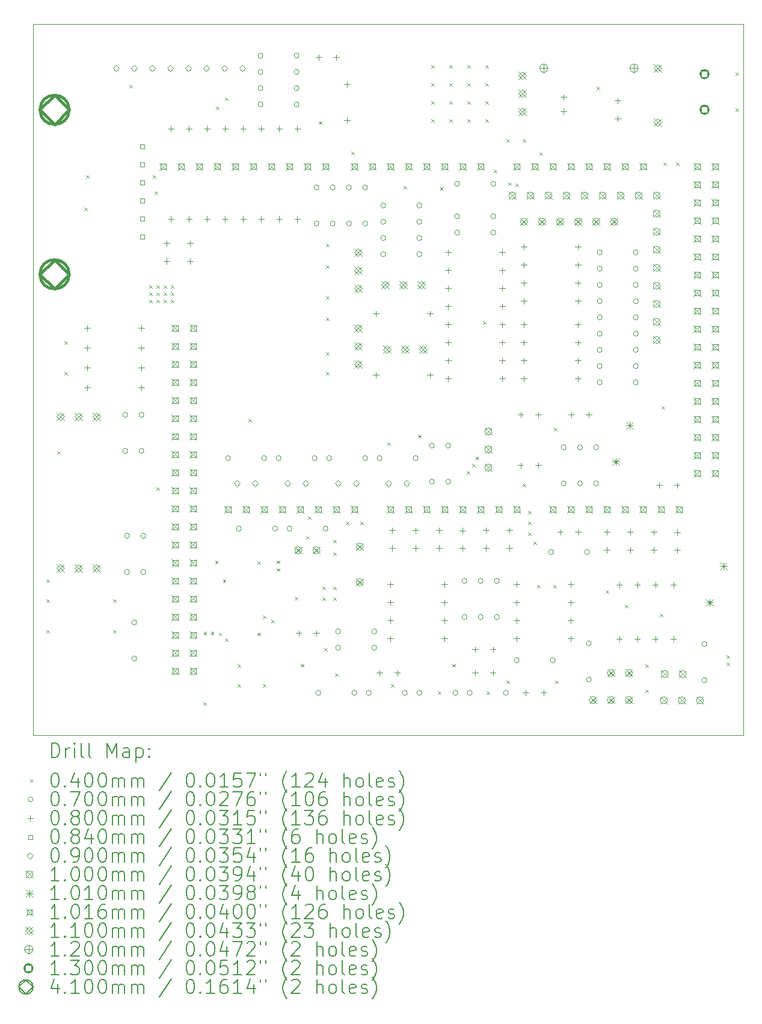
<source format=gbr>
%TF.GenerationSoftware,KiCad,Pcbnew,7.0.9*%
%TF.CreationDate,2024-08-07T13:57:23-07:00*%
%TF.ProjectId,v0.4.3e,76302e34-2e33-4652-9e6b-696361645f70,4e*%
%TF.SameCoordinates,Original*%
%TF.FileFunction,Drillmap*%
%TF.FilePolarity,Positive*%
%FSLAX45Y45*%
G04 Gerber Fmt 4.5, Leading zero omitted, Abs format (unit mm)*
G04 Created by KiCad (PCBNEW 7.0.9) date 2024-08-07 13:57:23*
%MOMM*%
%LPD*%
G01*
G04 APERTURE LIST*
%ADD10C,0.050000*%
%ADD11C,0.200000*%
%ADD12C,0.100000*%
%ADD13C,0.101000*%
%ADD14C,0.101600*%
%ADD15C,0.110000*%
%ADD16C,0.120000*%
%ADD17C,0.130000*%
%ADD18C,0.410000*%
G04 APERTURE END LIST*
D10*
X21050000Y-3700000D02*
X21050000Y-13700000D01*
X11050000Y-3700000D02*
X21050000Y-3700000D01*
X11050000Y-13700000D02*
X11050000Y-3700000D01*
X11050000Y-13700000D02*
X21050000Y-13700000D01*
D11*
D12*
X11232200Y-11511600D02*
X11272200Y-11551600D01*
X11272200Y-11511600D02*
X11232200Y-11551600D01*
X11232200Y-11791000D02*
X11272200Y-11831000D01*
X11272200Y-11791000D02*
X11232200Y-11831000D01*
X11232200Y-12222800D02*
X11272200Y-12262800D01*
X11272200Y-12222800D02*
X11232200Y-12262800D01*
X11384600Y-9708200D02*
X11424600Y-9748200D01*
X11424600Y-9708200D02*
X11384600Y-9748200D01*
X11486200Y-8158800D02*
X11526200Y-8198800D01*
X11526200Y-8158800D02*
X11486200Y-8198800D01*
X11486200Y-8590600D02*
X11526200Y-8630600D01*
X11526200Y-8590600D02*
X11486200Y-8630600D01*
X11765600Y-6279200D02*
X11805600Y-6319200D01*
X11805600Y-6279200D02*
X11765600Y-6319200D01*
X11791000Y-5822000D02*
X11831000Y-5862000D01*
X11831000Y-5822000D02*
X11791000Y-5862000D01*
X12172000Y-11791000D02*
X12212000Y-11831000D01*
X12212000Y-11791000D02*
X12172000Y-11831000D01*
X12172000Y-12222800D02*
X12212000Y-12262800D01*
X12212000Y-12222800D02*
X12172000Y-12262800D01*
X12400600Y-4552000D02*
X12440600Y-4592000D01*
X12440600Y-4552000D02*
X12400600Y-4592000D01*
X12680000Y-7371400D02*
X12720000Y-7411400D01*
X12720000Y-7371400D02*
X12680000Y-7411400D01*
X12680000Y-7473000D02*
X12720000Y-7513000D01*
X12720000Y-7473000D02*
X12680000Y-7513000D01*
X12680000Y-7574600D02*
X12720000Y-7614600D01*
X12720000Y-7574600D02*
X12680000Y-7614600D01*
X12730800Y-5822000D02*
X12770800Y-5862000D01*
X12770800Y-5822000D02*
X12730800Y-5862000D01*
X12756200Y-6050600D02*
X12796200Y-6090600D01*
X12796200Y-6050600D02*
X12756200Y-6090600D01*
X12781600Y-7371400D02*
X12821600Y-7411400D01*
X12821600Y-7371400D02*
X12781600Y-7411400D01*
X12781600Y-7473000D02*
X12821600Y-7513000D01*
X12821600Y-7473000D02*
X12781600Y-7513000D01*
X12781600Y-7574600D02*
X12821600Y-7614600D01*
X12821600Y-7574600D02*
X12781600Y-7614600D01*
X12781600Y-10216200D02*
X12821600Y-10256200D01*
X12821600Y-10216200D02*
X12781600Y-10256200D01*
X12883200Y-7371400D02*
X12923200Y-7411400D01*
X12923200Y-7371400D02*
X12883200Y-7411400D01*
X12883200Y-7473000D02*
X12923200Y-7513000D01*
X12923200Y-7473000D02*
X12883200Y-7513000D01*
X12883200Y-7574600D02*
X12923200Y-7614600D01*
X12923200Y-7574600D02*
X12883200Y-7614600D01*
X12984800Y-7371400D02*
X13024800Y-7411400D01*
X13024800Y-7371400D02*
X12984800Y-7411400D01*
X12984800Y-7473000D02*
X13024800Y-7513000D01*
X13024800Y-7473000D02*
X12984800Y-7513000D01*
X12984800Y-7574600D02*
X13024800Y-7614600D01*
X13024800Y-7574600D02*
X12984800Y-7614600D01*
X13442000Y-13238800D02*
X13482000Y-13278800D01*
X13482000Y-13238800D02*
X13442000Y-13278800D01*
X13450000Y-12250000D02*
X13490000Y-12290000D01*
X13490000Y-12250000D02*
X13450000Y-12290000D01*
X13550000Y-12250000D02*
X13590000Y-12290000D01*
X13590000Y-12250000D02*
X13550000Y-12290000D01*
X13610000Y-11250000D02*
X13650000Y-11290000D01*
X13650000Y-11250000D02*
X13610000Y-11290000D01*
X13619800Y-4856800D02*
X13659800Y-4896800D01*
X13659800Y-4856800D02*
X13619800Y-4896800D01*
X13660000Y-12260000D02*
X13700000Y-12300000D01*
X13700000Y-12260000D02*
X13660000Y-12300000D01*
X13720000Y-11510000D02*
X13760000Y-11550000D01*
X13760000Y-11510000D02*
X13720000Y-11550000D01*
X13746800Y-4729800D02*
X13786800Y-4769800D01*
X13786800Y-4729800D02*
X13746800Y-4769800D01*
X13750000Y-12340000D02*
X13790000Y-12380000D01*
X13790000Y-12340000D02*
X13750000Y-12380000D01*
X13924600Y-12705400D02*
X13964600Y-12745400D01*
X13964600Y-12705400D02*
X13924600Y-12745400D01*
X13924600Y-12984800D02*
X13964600Y-13024800D01*
X13964600Y-12984800D02*
X13924600Y-13024800D01*
X14077000Y-9248862D02*
X14117000Y-9288862D01*
X14117000Y-9248862D02*
X14077000Y-9288862D01*
X14204000Y-11257600D02*
X14244000Y-11297600D01*
X14244000Y-11257600D02*
X14204000Y-11297600D01*
X14210000Y-12260000D02*
X14250000Y-12300000D01*
X14250000Y-12260000D02*
X14210000Y-12300000D01*
X14280200Y-12984800D02*
X14320200Y-13024800D01*
X14320200Y-12984800D02*
X14280200Y-13024800D01*
X14282500Y-12019600D02*
X14322500Y-12059600D01*
X14322500Y-12019600D02*
X14282500Y-12059600D01*
X14400000Y-12080000D02*
X14440000Y-12120000D01*
X14440000Y-12080000D02*
X14400000Y-12120000D01*
X14476016Y-11244742D02*
X14516016Y-11284742D01*
X14516016Y-11244742D02*
X14476016Y-11284742D01*
X14478535Y-11354335D02*
X14518535Y-11394335D01*
X14518535Y-11354335D02*
X14478535Y-11394335D01*
X14730874Y-11754607D02*
X14770874Y-11794607D01*
X14770874Y-11754607D02*
X14730874Y-11794607D01*
X14813600Y-12701701D02*
X14853600Y-12741701D01*
X14853600Y-12701701D02*
X14813600Y-12741701D01*
X14889800Y-10902000D02*
X14929800Y-10942000D01*
X14929800Y-10902000D02*
X14889800Y-10942000D01*
X14915200Y-10622600D02*
X14955200Y-10662600D01*
X14955200Y-10622600D02*
X14915200Y-10662600D01*
X15067600Y-5063699D02*
X15107600Y-5103699D01*
X15107600Y-5063699D02*
X15067600Y-5103699D01*
X15118400Y-11613200D02*
X15158400Y-11653200D01*
X15158400Y-11613200D02*
X15118400Y-11653200D01*
X15118400Y-11765600D02*
X15158400Y-11805600D01*
X15158400Y-11765600D02*
X15118400Y-11805600D01*
X15143800Y-12476800D02*
X15183800Y-12516800D01*
X15183800Y-12476800D02*
X15143800Y-12516800D01*
X15169200Y-6787200D02*
X15209200Y-6827200D01*
X15209200Y-6787200D02*
X15169200Y-6827200D01*
X15169200Y-7092000D02*
X15209200Y-7132000D01*
X15209200Y-7092000D02*
X15169200Y-7132000D01*
X15169200Y-7523800D02*
X15209200Y-7563800D01*
X15209200Y-7523800D02*
X15169200Y-7563800D01*
X15169200Y-7828600D02*
X15209200Y-7868600D01*
X15209200Y-7828600D02*
X15169200Y-7868600D01*
X15169200Y-8311200D02*
X15209200Y-8351200D01*
X15209200Y-8311200D02*
X15169200Y-8351200D01*
X15169200Y-8590600D02*
X15209200Y-8630600D01*
X15209200Y-8590600D02*
X15169200Y-8630600D01*
X15270800Y-10952800D02*
X15310800Y-10992800D01*
X15310800Y-10952800D02*
X15270800Y-10992800D01*
X15270800Y-11130600D02*
X15310800Y-11170600D01*
X15310800Y-11130600D02*
X15270800Y-11170600D01*
X15270800Y-11613200D02*
X15310800Y-11653200D01*
X15310800Y-11613200D02*
X15270800Y-11653200D01*
X15270800Y-11765600D02*
X15310800Y-11805600D01*
X15310800Y-11765600D02*
X15270800Y-11805600D01*
X15296200Y-12832400D02*
X15336200Y-12872400D01*
X15336200Y-12832400D02*
X15296200Y-12872400D01*
X15448600Y-10698800D02*
X15488600Y-10738800D01*
X15488600Y-10698800D02*
X15448600Y-10738800D01*
X15524800Y-5491800D02*
X15564800Y-5531800D01*
X15564800Y-5491800D02*
X15524800Y-5531800D01*
X15651800Y-10698800D02*
X15691800Y-10738800D01*
X15691800Y-10698800D02*
X15651800Y-10738800D01*
X16032800Y-9581200D02*
X16072800Y-9621200D01*
X16072800Y-9581200D02*
X16032800Y-9621200D01*
X16083600Y-12984800D02*
X16123600Y-13024800D01*
X16123600Y-12984800D02*
X16083600Y-13024800D01*
X16261400Y-5974400D02*
X16301400Y-6014400D01*
X16301400Y-5974400D02*
X16261400Y-6014400D01*
X16464600Y-9476403D02*
X16504600Y-9516403D01*
X16504600Y-9476403D02*
X16464600Y-9516403D01*
X16655000Y-4275000D02*
X16695000Y-4315000D01*
X16695000Y-4275000D02*
X16655000Y-4315000D01*
X16655000Y-4529000D02*
X16695000Y-4569000D01*
X16695000Y-4529000D02*
X16655000Y-4569000D01*
X16655000Y-4783000D02*
X16695000Y-4823000D01*
X16695000Y-4783000D02*
X16655000Y-4823000D01*
X16655000Y-5037000D02*
X16695000Y-5077000D01*
X16695000Y-5037000D02*
X16655000Y-5077000D01*
X16744000Y-13086400D02*
X16784000Y-13126400D01*
X16784000Y-13086400D02*
X16744000Y-13126400D01*
X16775640Y-5993700D02*
X16815640Y-6033700D01*
X16815640Y-5993700D02*
X16775640Y-6033700D01*
X16909000Y-4275000D02*
X16949000Y-4315000D01*
X16949000Y-4275000D02*
X16909000Y-4315000D01*
X16909000Y-4529000D02*
X16949000Y-4569000D01*
X16949000Y-4529000D02*
X16909000Y-4569000D01*
X16909000Y-4783000D02*
X16949000Y-4823000D01*
X16949000Y-4783000D02*
X16909000Y-4823000D01*
X16909000Y-5037000D02*
X16949000Y-5077000D01*
X16949000Y-5037000D02*
X16909000Y-5077000D01*
X16947200Y-12701701D02*
X16987200Y-12741701D01*
X16987200Y-12701701D02*
X16947200Y-12741701D01*
X17150400Y-9987600D02*
X17190400Y-10027600D01*
X17190400Y-9987600D02*
X17150400Y-10027600D01*
X17163000Y-4275000D02*
X17203000Y-4315000D01*
X17203000Y-4275000D02*
X17163000Y-4315000D01*
X17163000Y-4529000D02*
X17203000Y-4569000D01*
X17203000Y-4529000D02*
X17163000Y-4569000D01*
X17163000Y-4783000D02*
X17203000Y-4823000D01*
X17203000Y-4783000D02*
X17163000Y-4823000D01*
X17163000Y-5037000D02*
X17203000Y-5077000D01*
X17203000Y-5037000D02*
X17163000Y-5077000D01*
X17230401Y-9886000D02*
X17270401Y-9926000D01*
X17270401Y-9886000D02*
X17230401Y-9926000D01*
X17275402Y-9784400D02*
X17315402Y-9824400D01*
X17315402Y-9784400D02*
X17275402Y-9824400D01*
X17379000Y-7879400D02*
X17419000Y-7919400D01*
X17419000Y-7879400D02*
X17379000Y-7919400D01*
X17417000Y-4275000D02*
X17457000Y-4315000D01*
X17457000Y-4275000D02*
X17417000Y-4315000D01*
X17417000Y-4529000D02*
X17457000Y-4569000D01*
X17457000Y-4529000D02*
X17417000Y-4569000D01*
X17417000Y-4783000D02*
X17457000Y-4823000D01*
X17457000Y-4783000D02*
X17417000Y-4823000D01*
X17417000Y-5037000D02*
X17457000Y-5077000D01*
X17457000Y-5037000D02*
X17417000Y-5077000D01*
X17429800Y-13086400D02*
X17469800Y-13126400D01*
X17469800Y-13086400D02*
X17429800Y-13126400D01*
X17531400Y-5745800D02*
X17571400Y-5785800D01*
X17571400Y-5745800D02*
X17531400Y-5785800D01*
X17709200Y-5314000D02*
X17749200Y-5354000D01*
X17749200Y-5314000D02*
X17709200Y-5354000D01*
X17709200Y-12934000D02*
X17749200Y-12974000D01*
X17749200Y-12934000D02*
X17709200Y-12974000D01*
X17734600Y-5923600D02*
X17774600Y-5963600D01*
X17774600Y-5923600D02*
X17734600Y-5963600D01*
X17836200Y-5942995D02*
X17876200Y-5982995D01*
X17876200Y-5942995D02*
X17836200Y-5982995D01*
X17937800Y-5314000D02*
X17977800Y-5354000D01*
X17977800Y-5314000D02*
X17937800Y-5354000D01*
X17937800Y-10165400D02*
X17977800Y-10205400D01*
X17977800Y-10165400D02*
X17937800Y-10205400D01*
X18014000Y-10546400D02*
X18054000Y-10586400D01*
X18054000Y-10546400D02*
X18014000Y-10586400D01*
X18014000Y-10698800D02*
X18054000Y-10738800D01*
X18054000Y-10698800D02*
X18014000Y-10738800D01*
X18014000Y-10851200D02*
X18054000Y-10891200D01*
X18054000Y-10851200D02*
X18014000Y-10891200D01*
X18090200Y-10978200D02*
X18130200Y-11018200D01*
X18130200Y-10978200D02*
X18090200Y-11018200D01*
X18141000Y-11587800D02*
X18181000Y-11627800D01*
X18181000Y-11587800D02*
X18141000Y-11627800D01*
X18180000Y-5500000D02*
X18220000Y-5540000D01*
X18220000Y-5500000D02*
X18180000Y-5540000D01*
X18369600Y-11587800D02*
X18409600Y-11627800D01*
X18409600Y-11587800D02*
X18369600Y-11627800D01*
X18380000Y-9380000D02*
X18420000Y-9420000D01*
X18420000Y-9380000D02*
X18380000Y-9420000D01*
X18395000Y-12934000D02*
X18435000Y-12974000D01*
X18435000Y-12934000D02*
X18395000Y-12974000D01*
X18979200Y-4577400D02*
X19019200Y-4617400D01*
X19019200Y-4577400D02*
X18979200Y-4617400D01*
X19106200Y-11664000D02*
X19146200Y-11704000D01*
X19146200Y-11664000D02*
X19106200Y-11704000D01*
X19380000Y-11870000D02*
X19420000Y-11910000D01*
X19420000Y-11870000D02*
X19380000Y-11910000D01*
X19665000Y-12705400D02*
X19705000Y-12745400D01*
X19705000Y-12705400D02*
X19665000Y-12745400D01*
X19665000Y-13061000D02*
X19705000Y-13101000D01*
X19705000Y-13061000D02*
X19665000Y-13101000D01*
X19868200Y-11994200D02*
X19908200Y-12034200D01*
X19908200Y-11994200D02*
X19868200Y-12034200D01*
X19893600Y-9073200D02*
X19933600Y-9113200D01*
X19933600Y-9073200D02*
X19893600Y-9113200D01*
X19919000Y-5644200D02*
X19959000Y-5684200D01*
X19959000Y-5644200D02*
X19919000Y-5684200D01*
X20096800Y-5644200D02*
X20136800Y-5684200D01*
X20136800Y-5644200D02*
X20096800Y-5684200D01*
X20808000Y-12578400D02*
X20848000Y-12618400D01*
X20848000Y-12578400D02*
X20808000Y-12618400D01*
X20808000Y-12680000D02*
X20848000Y-12720000D01*
X20848000Y-12680000D02*
X20808000Y-12720000D01*
X20935000Y-4374200D02*
X20975000Y-4414200D01*
X20975000Y-4374200D02*
X20935000Y-4414200D01*
X20935000Y-4882200D02*
X20975000Y-4922200D01*
X20975000Y-4882200D02*
X20935000Y-4922200D01*
X12379400Y-9194800D02*
G75*
G03*
X12379400Y-9194800I-35000J0D01*
G01*
X12379400Y-9702800D02*
G75*
G03*
X12379400Y-9702800I-35000J0D01*
G01*
X12404800Y-10896600D02*
G75*
G03*
X12404800Y-10896600I-35000J0D01*
G01*
X12404800Y-11404600D02*
G75*
G03*
X12404800Y-11404600I-35000J0D01*
G01*
X12506400Y-12115800D02*
G75*
G03*
X12506400Y-12115800I-35000J0D01*
G01*
X12506400Y-12623800D02*
G75*
G03*
X12506400Y-12623800I-35000J0D01*
G01*
X12608000Y-9194800D02*
G75*
G03*
X12608000Y-9194800I-35000J0D01*
G01*
X12608000Y-9702800D02*
G75*
G03*
X12608000Y-9702800I-35000J0D01*
G01*
X12633400Y-10896600D02*
G75*
G03*
X12633400Y-10896600I-35000J0D01*
G01*
X12633400Y-11404600D02*
G75*
G03*
X12633400Y-11404600I-35000J0D01*
G01*
X13827200Y-9804400D02*
G75*
G03*
X13827200Y-9804400I-35000J0D01*
G01*
X13979600Y-10795000D02*
G75*
G03*
X13979600Y-10795000I-35000J0D01*
G01*
X14284400Y-4140200D02*
G75*
G03*
X14284400Y-4140200I-35000J0D01*
G01*
X14284400Y-4368800D02*
G75*
G03*
X14284400Y-4368800I-35000J0D01*
G01*
X14284400Y-4597400D02*
G75*
G03*
X14284400Y-4597400I-35000J0D01*
G01*
X14284400Y-4826000D02*
G75*
G03*
X14284400Y-4826000I-35000J0D01*
G01*
X14335200Y-9804400D02*
G75*
G03*
X14335200Y-9804400I-35000J0D01*
G01*
X14487600Y-10795000D02*
G75*
G03*
X14487600Y-10795000I-35000J0D01*
G01*
X14538400Y-9804400D02*
G75*
G03*
X14538400Y-9804400I-35000J0D01*
G01*
X14690800Y-10795000D02*
G75*
G03*
X14690800Y-10795000I-35000J0D01*
G01*
X14792400Y-4140200D02*
G75*
G03*
X14792400Y-4140200I-35000J0D01*
G01*
X14792400Y-4368800D02*
G75*
G03*
X14792400Y-4368800I-35000J0D01*
G01*
X14792400Y-4597400D02*
G75*
G03*
X14792400Y-4597400I-35000J0D01*
G01*
X14792400Y-4826000D02*
G75*
G03*
X14792400Y-4826000I-35000J0D01*
G01*
X15046400Y-9804400D02*
G75*
G03*
X15046400Y-9804400I-35000J0D01*
G01*
X15071800Y-5994400D02*
G75*
G03*
X15071800Y-5994400I-35000J0D01*
G01*
X15071800Y-6502400D02*
G75*
G03*
X15071800Y-6502400I-35000J0D01*
G01*
X15097200Y-13106400D02*
G75*
G03*
X15097200Y-13106400I-35000J0D01*
G01*
X15198800Y-10795000D02*
G75*
G03*
X15198800Y-10795000I-35000J0D01*
G01*
X15249600Y-9804400D02*
G75*
G03*
X15249600Y-9804400I-35000J0D01*
G01*
X15300400Y-5994400D02*
G75*
G03*
X15300400Y-5994400I-35000J0D01*
G01*
X15300400Y-6502400D02*
G75*
G03*
X15300400Y-6502400I-35000J0D01*
G01*
X15376600Y-12242800D02*
G75*
G03*
X15376600Y-12242800I-35000J0D01*
G01*
X15376600Y-12471400D02*
G75*
G03*
X15376600Y-12471400I-35000J0D01*
G01*
X15529000Y-5994400D02*
G75*
G03*
X15529000Y-5994400I-35000J0D01*
G01*
X15529000Y-6502400D02*
G75*
G03*
X15529000Y-6502400I-35000J0D01*
G01*
X15605200Y-13106400D02*
G75*
G03*
X15605200Y-13106400I-35000J0D01*
G01*
X15757600Y-5994400D02*
G75*
G03*
X15757600Y-5994400I-35000J0D01*
G01*
X15757600Y-6502400D02*
G75*
G03*
X15757600Y-6502400I-35000J0D01*
G01*
X15757600Y-9804400D02*
G75*
G03*
X15757600Y-9804400I-35000J0D01*
G01*
X15808400Y-13106400D02*
G75*
G03*
X15808400Y-13106400I-35000J0D01*
G01*
X15884600Y-12242800D02*
G75*
G03*
X15884600Y-12242800I-35000J0D01*
G01*
X15884600Y-12471400D02*
G75*
G03*
X15884600Y-12471400I-35000J0D01*
G01*
X15960800Y-9804400D02*
G75*
G03*
X15960800Y-9804400I-35000J0D01*
G01*
X16011600Y-6248400D02*
G75*
G03*
X16011600Y-6248400I-35000J0D01*
G01*
X16011600Y-6477000D02*
G75*
G03*
X16011600Y-6477000I-35000J0D01*
G01*
X16011600Y-6705600D02*
G75*
G03*
X16011600Y-6705600I-35000J0D01*
G01*
X16011600Y-6934200D02*
G75*
G03*
X16011600Y-6934200I-35000J0D01*
G01*
X16316400Y-13106400D02*
G75*
G03*
X16316400Y-13106400I-35000J0D01*
G01*
X16468800Y-9804400D02*
G75*
G03*
X16468800Y-9804400I-35000J0D01*
G01*
X16519600Y-6248400D02*
G75*
G03*
X16519600Y-6248400I-35000J0D01*
G01*
X16519600Y-6477000D02*
G75*
G03*
X16519600Y-6477000I-35000J0D01*
G01*
X16519600Y-6705600D02*
G75*
G03*
X16519600Y-6705600I-35000J0D01*
G01*
X16519600Y-6934200D02*
G75*
G03*
X16519600Y-6934200I-35000J0D01*
G01*
X16519600Y-13106400D02*
G75*
G03*
X16519600Y-13106400I-35000J0D01*
G01*
X16697400Y-9626600D02*
G75*
G03*
X16697400Y-9626600I-35000J0D01*
G01*
X16697400Y-10134600D02*
G75*
G03*
X16697400Y-10134600I-35000J0D01*
G01*
X16926000Y-9626600D02*
G75*
G03*
X16926000Y-9626600I-35000J0D01*
G01*
X16926000Y-10134600D02*
G75*
G03*
X16926000Y-10134600I-35000J0D01*
G01*
X17027600Y-13106400D02*
G75*
G03*
X17027600Y-13106400I-35000J0D01*
G01*
X17053000Y-5943600D02*
G75*
G03*
X17053000Y-5943600I-35000J0D01*
G01*
X17053000Y-6400800D02*
G75*
G03*
X17053000Y-6400800I-35000J0D01*
G01*
X17053000Y-6629400D02*
G75*
G03*
X17053000Y-6629400I-35000J0D01*
G01*
X17154600Y-11531600D02*
G75*
G03*
X17154600Y-11531600I-35000J0D01*
G01*
X17154600Y-12039600D02*
G75*
G03*
X17154600Y-12039600I-35000J0D01*
G01*
X17230800Y-13106400D02*
G75*
G03*
X17230800Y-13106400I-35000J0D01*
G01*
X17383200Y-11531600D02*
G75*
G03*
X17383200Y-11531600I-35000J0D01*
G01*
X17383200Y-12039600D02*
G75*
G03*
X17383200Y-12039600I-35000J0D01*
G01*
X17561000Y-5943600D02*
G75*
G03*
X17561000Y-5943600I-35000J0D01*
G01*
X17561000Y-6400800D02*
G75*
G03*
X17561000Y-6400800I-35000J0D01*
G01*
X17561000Y-6629400D02*
G75*
G03*
X17561000Y-6629400I-35000J0D01*
G01*
X17611800Y-11531600D02*
G75*
G03*
X17611800Y-11531600I-35000J0D01*
G01*
X17611800Y-12039600D02*
G75*
G03*
X17611800Y-12039600I-35000J0D01*
G01*
X17738800Y-13106400D02*
G75*
G03*
X17738800Y-13106400I-35000J0D01*
G01*
X17891200Y-12649200D02*
G75*
G03*
X17891200Y-12649200I-35000J0D01*
G01*
X18373800Y-11125200D02*
G75*
G03*
X18373800Y-11125200I-35000J0D01*
G01*
X18399200Y-12649200D02*
G75*
G03*
X18399200Y-12649200I-35000J0D01*
G01*
X18551600Y-9652000D02*
G75*
G03*
X18551600Y-9652000I-35000J0D01*
G01*
X18551600Y-10160000D02*
G75*
G03*
X18551600Y-10160000I-35000J0D01*
G01*
X18782000Y-9652000D02*
G75*
G03*
X18782000Y-9652000I-35000J0D01*
G01*
X18782000Y-10160000D02*
G75*
G03*
X18782000Y-10160000I-35000J0D01*
G01*
X18881800Y-11125200D02*
G75*
G03*
X18881800Y-11125200I-35000J0D01*
G01*
X18907200Y-12410600D02*
G75*
G03*
X18907200Y-12410600I-35000J0D01*
G01*
X18907200Y-12918600D02*
G75*
G03*
X18907200Y-12918600I-35000J0D01*
G01*
X19008800Y-9652000D02*
G75*
G03*
X19008800Y-9652000I-35000J0D01*
G01*
X19008800Y-10160000D02*
G75*
G03*
X19008800Y-10160000I-35000J0D01*
G01*
X19059600Y-6908800D02*
G75*
G03*
X19059600Y-6908800I-35000J0D01*
G01*
X19059600Y-7137400D02*
G75*
G03*
X19059600Y-7137400I-35000J0D01*
G01*
X19059600Y-7366000D02*
G75*
G03*
X19059600Y-7366000I-35000J0D01*
G01*
X19059600Y-7594600D02*
G75*
G03*
X19059600Y-7594600I-35000J0D01*
G01*
X19059600Y-7823200D02*
G75*
G03*
X19059600Y-7823200I-35000J0D01*
G01*
X19059600Y-8051800D02*
G75*
G03*
X19059600Y-8051800I-35000J0D01*
G01*
X19059600Y-8280400D02*
G75*
G03*
X19059600Y-8280400I-35000J0D01*
G01*
X19059600Y-8509000D02*
G75*
G03*
X19059600Y-8509000I-35000J0D01*
G01*
X19059600Y-8737600D02*
G75*
G03*
X19059600Y-8737600I-35000J0D01*
G01*
X19567600Y-6908800D02*
G75*
G03*
X19567600Y-6908800I-35000J0D01*
G01*
X19567600Y-7137400D02*
G75*
G03*
X19567600Y-7137400I-35000J0D01*
G01*
X19567600Y-7366000D02*
G75*
G03*
X19567600Y-7366000I-35000J0D01*
G01*
X19567600Y-7594600D02*
G75*
G03*
X19567600Y-7594600I-35000J0D01*
G01*
X19567600Y-7823200D02*
G75*
G03*
X19567600Y-7823200I-35000J0D01*
G01*
X19567600Y-8051800D02*
G75*
G03*
X19567600Y-8051800I-35000J0D01*
G01*
X19567600Y-8280400D02*
G75*
G03*
X19567600Y-8280400I-35000J0D01*
G01*
X19567600Y-8509000D02*
G75*
G03*
X19567600Y-8509000I-35000J0D01*
G01*
X19567600Y-8737600D02*
G75*
G03*
X19567600Y-8737600I-35000J0D01*
G01*
X20532800Y-12420600D02*
G75*
G03*
X20532800Y-12420600I-35000J0D01*
G01*
X20532800Y-12928600D02*
G75*
G03*
X20532800Y-12928600I-35000J0D01*
G01*
X11811000Y-7935600D02*
X11811000Y-8015600D01*
X11771000Y-7975600D02*
X11851000Y-7975600D01*
X11811000Y-8215000D02*
X11811000Y-8295000D01*
X11771000Y-8255000D02*
X11851000Y-8255000D01*
X11811000Y-8494400D02*
X11811000Y-8574400D01*
X11771000Y-8534400D02*
X11851000Y-8534400D01*
X11811000Y-8773800D02*
X11811000Y-8853800D01*
X11771000Y-8813800D02*
X11851000Y-8813800D01*
X12573000Y-7935600D02*
X12573000Y-8015600D01*
X12533000Y-7975600D02*
X12613000Y-7975600D01*
X12573000Y-8215000D02*
X12573000Y-8295000D01*
X12533000Y-8255000D02*
X12613000Y-8255000D01*
X12573000Y-8494400D02*
X12573000Y-8574400D01*
X12533000Y-8534400D02*
X12613000Y-8534400D01*
X12573000Y-8773800D02*
X12573000Y-8853800D01*
X12533000Y-8813800D02*
X12613000Y-8813800D01*
X12928600Y-6741800D02*
X12928600Y-6821800D01*
X12888600Y-6781800D02*
X12968600Y-6781800D01*
X12928600Y-6991800D02*
X12928600Y-7071800D01*
X12888600Y-7031800D02*
X12968600Y-7031800D01*
X12990000Y-5130000D02*
X12990000Y-5210000D01*
X12950000Y-5170000D02*
X13030000Y-5170000D01*
X12990000Y-6400000D02*
X12990000Y-6480000D01*
X12950000Y-6440000D02*
X13030000Y-6440000D01*
X13244000Y-5130000D02*
X13244000Y-5210000D01*
X13204000Y-5170000D02*
X13284000Y-5170000D01*
X13244000Y-6400000D02*
X13244000Y-6480000D01*
X13204000Y-6440000D02*
X13284000Y-6440000D01*
X13258800Y-6741800D02*
X13258800Y-6821800D01*
X13218800Y-6781800D02*
X13298800Y-6781800D01*
X13258800Y-6991800D02*
X13258800Y-7071800D01*
X13218800Y-7031800D02*
X13298800Y-7031800D01*
X13498000Y-5130000D02*
X13498000Y-5210000D01*
X13458000Y-5170000D02*
X13538000Y-5170000D01*
X13498000Y-6400000D02*
X13498000Y-6480000D01*
X13458000Y-6440000D02*
X13538000Y-6440000D01*
X13752000Y-5130000D02*
X13752000Y-5210000D01*
X13712000Y-5170000D02*
X13792000Y-5170000D01*
X13752000Y-6400000D02*
X13752000Y-6480000D01*
X13712000Y-6440000D02*
X13792000Y-6440000D01*
X14006000Y-5130000D02*
X14006000Y-5210000D01*
X13966000Y-5170000D02*
X14046000Y-5170000D01*
X14006000Y-6400000D02*
X14006000Y-6480000D01*
X13966000Y-6440000D02*
X14046000Y-6440000D01*
X14260000Y-5130000D02*
X14260000Y-5210000D01*
X14220000Y-5170000D02*
X14300000Y-5170000D01*
X14260000Y-6400000D02*
X14260000Y-6480000D01*
X14220000Y-6440000D02*
X14300000Y-6440000D01*
X14514000Y-5130000D02*
X14514000Y-5210000D01*
X14474000Y-5170000D02*
X14554000Y-5170000D01*
X14514000Y-6400000D02*
X14514000Y-6480000D01*
X14474000Y-6440000D02*
X14554000Y-6440000D01*
X14768000Y-5130000D02*
X14768000Y-5210000D01*
X14728000Y-5170000D02*
X14808000Y-5170000D01*
X14768000Y-6400000D02*
X14768000Y-6480000D01*
X14728000Y-6440000D02*
X14808000Y-6440000D01*
X14786800Y-12228200D02*
X14786800Y-12308200D01*
X14746800Y-12268200D02*
X14826800Y-12268200D01*
X15036800Y-12228200D02*
X15036800Y-12308200D01*
X14996800Y-12268200D02*
X15076800Y-12268200D01*
X15066200Y-4125600D02*
X15066200Y-4205600D01*
X15026200Y-4165600D02*
X15106200Y-4165600D01*
X15316200Y-4125600D02*
X15316200Y-4205600D01*
X15276200Y-4165600D02*
X15356200Y-4165600D01*
X15468600Y-4506600D02*
X15468600Y-4586600D01*
X15428600Y-4546600D02*
X15508600Y-4546600D01*
X15468600Y-5006600D02*
X15468600Y-5086600D01*
X15428600Y-5046600D02*
X15508600Y-5046600D01*
X15875000Y-7732400D02*
X15875000Y-7812400D01*
X15835000Y-7772400D02*
X15915000Y-7772400D01*
X15875000Y-8596000D02*
X15875000Y-8676000D01*
X15835000Y-8636000D02*
X15915000Y-8636000D01*
X15925800Y-12787000D02*
X15925800Y-12867000D01*
X15885800Y-12827000D02*
X15965800Y-12827000D01*
X16078200Y-11542400D02*
X16078200Y-11622400D01*
X16038200Y-11582400D02*
X16118200Y-11582400D01*
X16078200Y-11796400D02*
X16078200Y-11876400D01*
X16038200Y-11836400D02*
X16118200Y-11836400D01*
X16078200Y-12050400D02*
X16078200Y-12130400D01*
X16038200Y-12090400D02*
X16118200Y-12090400D01*
X16078200Y-12304400D02*
X16078200Y-12384400D01*
X16038200Y-12344400D02*
X16118200Y-12344400D01*
X16103600Y-10780400D02*
X16103600Y-10860400D01*
X16063600Y-10820400D02*
X16143600Y-10820400D01*
X16103600Y-11030400D02*
X16103600Y-11110400D01*
X16063600Y-11070400D02*
X16143600Y-11070400D01*
X16175800Y-12787000D02*
X16175800Y-12867000D01*
X16135800Y-12827000D02*
X16215800Y-12827000D01*
X16433800Y-10780400D02*
X16433800Y-10860400D01*
X16393800Y-10820400D02*
X16473800Y-10820400D01*
X16433800Y-11030400D02*
X16433800Y-11110400D01*
X16393800Y-11070400D02*
X16473800Y-11070400D01*
X16637000Y-7732400D02*
X16637000Y-7812400D01*
X16597000Y-7772400D02*
X16677000Y-7772400D01*
X16637000Y-8596000D02*
X16637000Y-8676000D01*
X16597000Y-8636000D02*
X16677000Y-8636000D01*
X16764000Y-10780400D02*
X16764000Y-10860400D01*
X16724000Y-10820400D02*
X16804000Y-10820400D01*
X16764000Y-11030400D02*
X16764000Y-11110400D01*
X16724000Y-11070400D02*
X16804000Y-11070400D01*
X16840200Y-11542400D02*
X16840200Y-11622400D01*
X16800200Y-11582400D02*
X16880200Y-11582400D01*
X16840200Y-11796400D02*
X16840200Y-11876400D01*
X16800200Y-11836400D02*
X16880200Y-11836400D01*
X16840200Y-12050400D02*
X16840200Y-12130400D01*
X16800200Y-12090400D02*
X16880200Y-12090400D01*
X16840200Y-12304400D02*
X16840200Y-12384400D01*
X16800200Y-12344400D02*
X16880200Y-12344400D01*
X16891000Y-6868800D02*
X16891000Y-6948800D01*
X16851000Y-6908800D02*
X16931000Y-6908800D01*
X16891000Y-7122800D02*
X16891000Y-7202800D01*
X16851000Y-7162800D02*
X16931000Y-7162800D01*
X16891000Y-7376800D02*
X16891000Y-7456800D01*
X16851000Y-7416800D02*
X16931000Y-7416800D01*
X16891000Y-7630800D02*
X16891000Y-7710800D01*
X16851000Y-7670800D02*
X16931000Y-7670800D01*
X16891000Y-7884800D02*
X16891000Y-7964800D01*
X16851000Y-7924800D02*
X16931000Y-7924800D01*
X16891000Y-8138800D02*
X16891000Y-8218800D01*
X16851000Y-8178800D02*
X16931000Y-8178800D01*
X16891000Y-8392800D02*
X16891000Y-8472800D01*
X16851000Y-8432800D02*
X16931000Y-8432800D01*
X16891000Y-8646800D02*
X16891000Y-8726800D01*
X16851000Y-8686800D02*
X16931000Y-8686800D01*
X17094200Y-10784400D02*
X17094200Y-10864400D01*
X17054200Y-10824400D02*
X17134200Y-10824400D01*
X17094200Y-11034400D02*
X17094200Y-11114400D01*
X17054200Y-11074400D02*
X17134200Y-11074400D01*
X17272000Y-12456800D02*
X17272000Y-12536800D01*
X17232000Y-12496800D02*
X17312000Y-12496800D01*
X17272000Y-12787000D02*
X17272000Y-12867000D01*
X17232000Y-12827000D02*
X17312000Y-12827000D01*
X17424400Y-10780400D02*
X17424400Y-10860400D01*
X17384400Y-10820400D02*
X17464400Y-10820400D01*
X17424400Y-11030400D02*
X17424400Y-11110400D01*
X17384400Y-11070400D02*
X17464400Y-11070400D01*
X17522000Y-12456800D02*
X17522000Y-12536800D01*
X17482000Y-12496800D02*
X17562000Y-12496800D01*
X17522000Y-12787000D02*
X17522000Y-12867000D01*
X17482000Y-12827000D02*
X17562000Y-12827000D01*
X17653000Y-6868800D02*
X17653000Y-6948800D01*
X17613000Y-6908800D02*
X17693000Y-6908800D01*
X17653000Y-7122800D02*
X17653000Y-7202800D01*
X17613000Y-7162800D02*
X17693000Y-7162800D01*
X17653000Y-7376800D02*
X17653000Y-7456800D01*
X17613000Y-7416800D02*
X17693000Y-7416800D01*
X17653000Y-7630800D02*
X17653000Y-7710800D01*
X17613000Y-7670800D02*
X17693000Y-7670800D01*
X17653000Y-7884800D02*
X17653000Y-7964800D01*
X17613000Y-7924800D02*
X17693000Y-7924800D01*
X17653000Y-8138800D02*
X17653000Y-8218800D01*
X17613000Y-8178800D02*
X17693000Y-8178800D01*
X17653000Y-8392800D02*
X17653000Y-8472800D01*
X17613000Y-8432800D02*
X17693000Y-8432800D01*
X17653000Y-8646800D02*
X17653000Y-8726800D01*
X17613000Y-8686800D02*
X17693000Y-8686800D01*
X17754600Y-10780400D02*
X17754600Y-10860400D01*
X17714600Y-10820400D02*
X17794600Y-10820400D01*
X17754600Y-11030400D02*
X17754600Y-11110400D01*
X17714600Y-11070400D02*
X17794600Y-11070400D01*
X17856200Y-11542400D02*
X17856200Y-11622400D01*
X17816200Y-11582400D02*
X17896200Y-11582400D01*
X17856200Y-11796400D02*
X17856200Y-11876400D01*
X17816200Y-11836400D02*
X17896200Y-11836400D01*
X17856200Y-12050400D02*
X17856200Y-12130400D01*
X17816200Y-12090400D02*
X17896200Y-12090400D01*
X17856200Y-12304400D02*
X17856200Y-12384400D01*
X17816200Y-12344400D02*
X17896200Y-12344400D01*
X17911000Y-9154800D02*
X17911000Y-9234800D01*
X17871000Y-9194800D02*
X17951000Y-9194800D01*
X17911000Y-9866000D02*
X17911000Y-9946000D01*
X17871000Y-9906000D02*
X17951000Y-9906000D01*
X17957800Y-6792600D02*
X17957800Y-6872600D01*
X17917800Y-6832600D02*
X17997800Y-6832600D01*
X17957800Y-7046600D02*
X17957800Y-7126600D01*
X17917800Y-7086600D02*
X17997800Y-7086600D01*
X17957800Y-7300600D02*
X17957800Y-7380600D01*
X17917800Y-7340600D02*
X17997800Y-7340600D01*
X17957800Y-7554600D02*
X17957800Y-7634600D01*
X17917800Y-7594600D02*
X17997800Y-7594600D01*
X17957800Y-7884800D02*
X17957800Y-7964800D01*
X17917800Y-7924800D02*
X17997800Y-7924800D01*
X17957800Y-8138800D02*
X17957800Y-8218800D01*
X17917800Y-8178800D02*
X17997800Y-8178800D01*
X17957800Y-8392800D02*
X17957800Y-8472800D01*
X17917800Y-8432800D02*
X17997800Y-8432800D01*
X17957800Y-8646800D02*
X17957800Y-8726800D01*
X17917800Y-8686800D02*
X17997800Y-8686800D01*
X17983200Y-13066400D02*
X17983200Y-13146400D01*
X17943200Y-13106400D02*
X18023200Y-13106400D01*
X18161000Y-9154800D02*
X18161000Y-9234800D01*
X18121000Y-9194800D02*
X18201000Y-9194800D01*
X18161000Y-9866000D02*
X18161000Y-9946000D01*
X18121000Y-9906000D02*
X18201000Y-9906000D01*
X18233200Y-13066400D02*
X18233200Y-13146400D01*
X18193200Y-13106400D02*
X18273200Y-13106400D01*
X18469800Y-10805800D02*
X18469800Y-10885800D01*
X18429800Y-10845800D02*
X18509800Y-10845800D01*
X18516600Y-4684400D02*
X18516600Y-4764400D01*
X18476600Y-4724400D02*
X18556600Y-4724400D01*
X18516600Y-4884400D02*
X18516600Y-4964400D01*
X18476600Y-4924400D02*
X18556600Y-4924400D01*
X18618200Y-11542400D02*
X18618200Y-11622400D01*
X18578200Y-11582400D02*
X18658200Y-11582400D01*
X18618200Y-11796400D02*
X18618200Y-11876400D01*
X18578200Y-11836400D02*
X18658200Y-11836400D01*
X18618200Y-12050400D02*
X18618200Y-12130400D01*
X18578200Y-12090400D02*
X18658200Y-12090400D01*
X18618200Y-12304400D02*
X18618200Y-12384400D01*
X18578200Y-12344400D02*
X18658200Y-12344400D01*
X18622200Y-9154800D02*
X18622200Y-9234800D01*
X18582200Y-9194800D02*
X18662200Y-9194800D01*
X18719800Y-6792600D02*
X18719800Y-6872600D01*
X18679800Y-6832600D02*
X18759800Y-6832600D01*
X18719800Y-7046600D02*
X18719800Y-7126600D01*
X18679800Y-7086600D02*
X18759800Y-7086600D01*
X18719800Y-7300600D02*
X18719800Y-7380600D01*
X18679800Y-7340600D02*
X18759800Y-7340600D01*
X18719800Y-7554600D02*
X18719800Y-7634600D01*
X18679800Y-7594600D02*
X18759800Y-7594600D01*
X18719800Y-7884800D02*
X18719800Y-7964800D01*
X18679800Y-7924800D02*
X18759800Y-7924800D01*
X18719800Y-8138800D02*
X18719800Y-8218800D01*
X18679800Y-8178800D02*
X18759800Y-8178800D01*
X18719800Y-8392800D02*
X18719800Y-8472800D01*
X18679800Y-8432800D02*
X18759800Y-8432800D01*
X18719800Y-8646800D02*
X18719800Y-8726800D01*
X18679800Y-8686800D02*
X18759800Y-8686800D01*
X18719800Y-10805800D02*
X18719800Y-10885800D01*
X18679800Y-10845800D02*
X18759800Y-10845800D01*
X18872200Y-9154800D02*
X18872200Y-9234800D01*
X18832200Y-9194800D02*
X18912200Y-9194800D01*
X19126200Y-10805800D02*
X19126200Y-10885800D01*
X19086200Y-10845800D02*
X19166200Y-10845800D01*
X19126200Y-11055800D02*
X19126200Y-11135800D01*
X19086200Y-11095800D02*
X19166200Y-11095800D01*
X19278600Y-4735200D02*
X19278600Y-4815200D01*
X19238600Y-4775200D02*
X19318600Y-4775200D01*
X19278600Y-4985200D02*
X19278600Y-5065200D01*
X19238600Y-5025200D02*
X19318600Y-5025200D01*
X19300000Y-11548000D02*
X19300000Y-11628000D01*
X19260000Y-11588000D02*
X19340000Y-11588000D01*
X19300000Y-12310000D02*
X19300000Y-12390000D01*
X19260000Y-12350000D02*
X19340000Y-12350000D01*
X19456400Y-10805800D02*
X19456400Y-10885800D01*
X19416400Y-10845800D02*
X19496400Y-10845800D01*
X19456400Y-11055800D02*
X19456400Y-11135800D01*
X19416400Y-11095800D02*
X19496400Y-11095800D01*
X19554000Y-11548000D02*
X19554000Y-11628000D01*
X19514000Y-11588000D02*
X19594000Y-11588000D01*
X19554000Y-12310000D02*
X19554000Y-12390000D01*
X19514000Y-12350000D02*
X19594000Y-12350000D01*
X19786600Y-10805800D02*
X19786600Y-10885800D01*
X19746600Y-10845800D02*
X19826600Y-10845800D01*
X19786600Y-11055800D02*
X19786600Y-11135800D01*
X19746600Y-11095800D02*
X19826600Y-11095800D01*
X19808000Y-11548000D02*
X19808000Y-11628000D01*
X19768000Y-11588000D02*
X19848000Y-11588000D01*
X19808000Y-12310000D02*
X19808000Y-12390000D01*
X19768000Y-12350000D02*
X19848000Y-12350000D01*
X19862800Y-10145400D02*
X19862800Y-10225400D01*
X19822800Y-10185400D02*
X19902800Y-10185400D01*
X20062000Y-11548000D02*
X20062000Y-11628000D01*
X20022000Y-11588000D02*
X20102000Y-11588000D01*
X20062000Y-12310000D02*
X20062000Y-12390000D01*
X20022000Y-12350000D02*
X20102000Y-12350000D01*
X20112800Y-10145400D02*
X20112800Y-10225400D01*
X20072800Y-10185400D02*
X20152800Y-10185400D01*
X20116800Y-10809800D02*
X20116800Y-10889800D01*
X20076800Y-10849800D02*
X20156800Y-10849800D01*
X20116800Y-11059800D02*
X20116800Y-11139800D01*
X20076800Y-11099800D02*
X20156800Y-11099800D01*
X12611699Y-5451899D02*
X12611699Y-5392501D01*
X12552301Y-5392501D01*
X12552301Y-5451899D01*
X12611699Y-5451899D01*
X12611699Y-5705899D02*
X12611699Y-5646501D01*
X12552301Y-5646501D01*
X12552301Y-5705899D01*
X12611699Y-5705899D01*
X12611699Y-5959899D02*
X12611699Y-5900501D01*
X12552301Y-5900501D01*
X12552301Y-5959899D01*
X12611699Y-5959899D01*
X12611699Y-6213899D02*
X12611699Y-6154501D01*
X12552301Y-6154501D01*
X12552301Y-6213899D01*
X12611699Y-6213899D01*
X12611699Y-6467899D02*
X12611699Y-6408501D01*
X12552301Y-6408501D01*
X12552301Y-6467899D01*
X12611699Y-6467899D01*
X12611699Y-6721899D02*
X12611699Y-6662501D01*
X12552301Y-6662501D01*
X12552301Y-6721899D01*
X12611699Y-6721899D01*
X12217400Y-4363000D02*
X12262400Y-4318000D01*
X12217400Y-4273000D01*
X12172400Y-4318000D01*
X12217400Y-4363000D01*
X12471400Y-4363000D02*
X12516400Y-4318000D01*
X12471400Y-4273000D01*
X12426400Y-4318000D01*
X12471400Y-4363000D01*
X12725400Y-4363000D02*
X12770400Y-4318000D01*
X12725400Y-4273000D01*
X12680400Y-4318000D01*
X12725400Y-4363000D01*
X12979400Y-4363000D02*
X13024400Y-4318000D01*
X12979400Y-4273000D01*
X12934400Y-4318000D01*
X12979400Y-4363000D01*
X13233400Y-4363000D02*
X13278400Y-4318000D01*
X13233400Y-4273000D01*
X13188400Y-4318000D01*
X13233400Y-4363000D01*
X13487400Y-4363000D02*
X13532400Y-4318000D01*
X13487400Y-4273000D01*
X13442400Y-4318000D01*
X13487400Y-4363000D01*
X13741400Y-4363000D02*
X13786400Y-4318000D01*
X13741400Y-4273000D01*
X13696400Y-4318000D01*
X13741400Y-4363000D01*
X13919200Y-10205000D02*
X13964200Y-10160000D01*
X13919200Y-10115000D01*
X13874200Y-10160000D01*
X13919200Y-10205000D01*
X13995400Y-4363000D02*
X14040400Y-4318000D01*
X13995400Y-4273000D01*
X13950400Y-4318000D01*
X13995400Y-4363000D01*
X14173200Y-10205000D02*
X14218200Y-10160000D01*
X14173200Y-10115000D01*
X14128200Y-10160000D01*
X14173200Y-10205000D01*
X14630400Y-10205000D02*
X14675400Y-10160000D01*
X14630400Y-10115000D01*
X14585400Y-10160000D01*
X14630400Y-10205000D01*
X14884400Y-10205000D02*
X14929400Y-10160000D01*
X14884400Y-10115000D01*
X14839400Y-10160000D01*
X14884400Y-10205000D01*
X15341600Y-10205000D02*
X15386600Y-10160000D01*
X15341600Y-10115000D01*
X15296600Y-10160000D01*
X15341600Y-10205000D01*
X15595600Y-10205000D02*
X15640600Y-10160000D01*
X15595600Y-10115000D01*
X15550600Y-10160000D01*
X15595600Y-10205000D01*
X16052800Y-10205000D02*
X16097800Y-10160000D01*
X16052800Y-10115000D01*
X16007800Y-10160000D01*
X16052800Y-10205000D01*
X16306800Y-10205000D02*
X16351800Y-10160000D01*
X16306800Y-10115000D01*
X16261800Y-10160000D01*
X16306800Y-10205000D01*
X14732800Y-11049800D02*
X14832800Y-11149800D01*
X14832800Y-11049800D02*
X14732800Y-11149800D01*
X14832800Y-11099800D02*
G75*
G03*
X14832800Y-11099800I-50000J0D01*
G01*
X14986800Y-11049800D02*
X15086800Y-11149800D01*
X15086800Y-11049800D02*
X14986800Y-11149800D01*
X15086800Y-11099800D02*
G75*
G03*
X15086800Y-11099800I-50000J0D01*
G01*
X15596400Y-10999000D02*
X15696400Y-11099000D01*
X15696400Y-10999000D02*
X15596400Y-11099000D01*
X15696400Y-11049000D02*
G75*
G03*
X15696400Y-11049000I-50000J0D01*
G01*
X15596400Y-11499000D02*
X15696400Y-11599000D01*
X15696400Y-11499000D02*
X15596400Y-11599000D01*
X15696400Y-11549000D02*
G75*
G03*
X15696400Y-11549000I-50000J0D01*
G01*
X17408200Y-9379800D02*
X17508200Y-9479800D01*
X17508200Y-9379800D02*
X17408200Y-9479800D01*
X17508200Y-9429800D02*
G75*
G03*
X17508200Y-9429800I-50000J0D01*
G01*
X17408200Y-9633800D02*
X17508200Y-9733800D01*
X17508200Y-9633800D02*
X17408200Y-9733800D01*
X17508200Y-9683800D02*
G75*
G03*
X17508200Y-9683800I-50000J0D01*
G01*
X17408200Y-9887800D02*
X17508200Y-9987800D01*
X17508200Y-9887800D02*
X17408200Y-9987800D01*
X17508200Y-9937800D02*
G75*
G03*
X17508200Y-9937800I-50000J0D01*
G01*
X17743500Y-6058000D02*
X17843500Y-6158000D01*
X17843500Y-6058000D02*
X17743500Y-6158000D01*
X17843500Y-6108000D02*
G75*
G03*
X17843500Y-6108000I-50000J0D01*
G01*
X17907800Y-6427000D02*
X18007800Y-6527000D01*
X18007800Y-6427000D02*
X17907800Y-6527000D01*
X18007800Y-6477000D02*
G75*
G03*
X18007800Y-6477000I-50000J0D01*
G01*
X17997500Y-6058000D02*
X18097500Y-6158000D01*
X18097500Y-6058000D02*
X17997500Y-6158000D01*
X18097500Y-6108000D02*
G75*
G03*
X18097500Y-6108000I-50000J0D01*
G01*
X18161800Y-6427000D02*
X18261800Y-6527000D01*
X18261800Y-6427000D02*
X18161800Y-6527000D01*
X18261800Y-6477000D02*
G75*
G03*
X18261800Y-6477000I-50000J0D01*
G01*
X18251500Y-6058000D02*
X18351500Y-6158000D01*
X18351500Y-6058000D02*
X18251500Y-6158000D01*
X18351500Y-6108000D02*
G75*
G03*
X18351500Y-6108000I-50000J0D01*
G01*
X18415800Y-6427000D02*
X18515800Y-6527000D01*
X18515800Y-6427000D02*
X18415800Y-6527000D01*
X18515800Y-6477000D02*
G75*
G03*
X18515800Y-6477000I-50000J0D01*
G01*
X18505500Y-6058000D02*
X18605500Y-6158000D01*
X18605500Y-6058000D02*
X18505500Y-6158000D01*
X18605500Y-6108000D02*
G75*
G03*
X18605500Y-6108000I-50000J0D01*
G01*
X18669800Y-6427000D02*
X18769800Y-6527000D01*
X18769800Y-6427000D02*
X18669800Y-6527000D01*
X18769800Y-6477000D02*
G75*
G03*
X18769800Y-6477000I-50000J0D01*
G01*
X18759500Y-6058000D02*
X18859500Y-6158000D01*
X18859500Y-6058000D02*
X18759500Y-6158000D01*
X18859500Y-6108000D02*
G75*
G03*
X18859500Y-6108000I-50000J0D01*
G01*
X18877400Y-13158000D02*
X18977400Y-13258000D01*
X18977400Y-13158000D02*
X18877400Y-13258000D01*
X18977400Y-13208000D02*
G75*
G03*
X18977400Y-13208000I-50000J0D01*
G01*
X18923800Y-6427000D02*
X19023800Y-6527000D01*
X19023800Y-6427000D02*
X18923800Y-6527000D01*
X19023800Y-6477000D02*
G75*
G03*
X19023800Y-6477000I-50000J0D01*
G01*
X19013500Y-6058000D02*
X19113500Y-6158000D01*
X19113500Y-6058000D02*
X19013500Y-6158000D01*
X19113500Y-6108000D02*
G75*
G03*
X19113500Y-6108000I-50000J0D01*
G01*
X19131400Y-12777000D02*
X19231400Y-12877000D01*
X19231400Y-12777000D02*
X19131400Y-12877000D01*
X19231400Y-12827000D02*
G75*
G03*
X19231400Y-12827000I-50000J0D01*
G01*
X19131400Y-13158000D02*
X19231400Y-13258000D01*
X19231400Y-13158000D02*
X19131400Y-13258000D01*
X19231400Y-13208000D02*
G75*
G03*
X19231400Y-13208000I-50000J0D01*
G01*
X19177800Y-6427000D02*
X19277800Y-6527000D01*
X19277800Y-6427000D02*
X19177800Y-6527000D01*
X19277800Y-6477000D02*
G75*
G03*
X19277800Y-6477000I-50000J0D01*
G01*
X19267500Y-6058000D02*
X19367500Y-6158000D01*
X19367500Y-6058000D02*
X19267500Y-6158000D01*
X19367500Y-6108000D02*
G75*
G03*
X19367500Y-6108000I-50000J0D01*
G01*
X19385400Y-12777000D02*
X19485400Y-12877000D01*
X19485400Y-12777000D02*
X19385400Y-12877000D01*
X19485400Y-12827000D02*
G75*
G03*
X19485400Y-12827000I-50000J0D01*
G01*
X19385400Y-13158000D02*
X19485400Y-13258000D01*
X19485400Y-13158000D02*
X19385400Y-13258000D01*
X19485400Y-13208000D02*
G75*
G03*
X19485400Y-13208000I-50000J0D01*
G01*
X19521500Y-6058000D02*
X19621500Y-6158000D01*
X19621500Y-6058000D02*
X19521500Y-6158000D01*
X19621500Y-6108000D02*
G75*
G03*
X19621500Y-6108000I-50000J0D01*
G01*
X19775500Y-6058000D02*
X19875500Y-6158000D01*
X19875500Y-6058000D02*
X19775500Y-6158000D01*
X19875500Y-6108000D02*
G75*
G03*
X19875500Y-6108000I-50000J0D01*
G01*
X19775500Y-6312000D02*
X19875500Y-6412000D01*
X19875500Y-6312000D02*
X19775500Y-6412000D01*
X19875500Y-6362000D02*
G75*
G03*
X19875500Y-6362000I-50000J0D01*
G01*
X19775500Y-6566000D02*
X19875500Y-6666000D01*
X19875500Y-6566000D02*
X19775500Y-6666000D01*
X19875500Y-6616000D02*
G75*
G03*
X19875500Y-6616000I-50000J0D01*
G01*
X19775500Y-6820000D02*
X19875500Y-6920000D01*
X19875500Y-6820000D02*
X19775500Y-6920000D01*
X19875500Y-6870000D02*
G75*
G03*
X19875500Y-6870000I-50000J0D01*
G01*
X19775500Y-7074000D02*
X19875500Y-7174000D01*
X19875500Y-7074000D02*
X19775500Y-7174000D01*
X19875500Y-7124000D02*
G75*
G03*
X19875500Y-7124000I-50000J0D01*
G01*
X19775500Y-7328000D02*
X19875500Y-7428000D01*
X19875500Y-7328000D02*
X19775500Y-7428000D01*
X19875500Y-7378000D02*
G75*
G03*
X19875500Y-7378000I-50000J0D01*
G01*
X19775500Y-7582000D02*
X19875500Y-7682000D01*
X19875500Y-7582000D02*
X19775500Y-7682000D01*
X19875500Y-7632000D02*
G75*
G03*
X19875500Y-7632000I-50000J0D01*
G01*
X19775500Y-7836000D02*
X19875500Y-7936000D01*
X19875500Y-7836000D02*
X19775500Y-7936000D01*
X19875500Y-7886000D02*
G75*
G03*
X19875500Y-7886000I-50000J0D01*
G01*
X19775500Y-8090000D02*
X19875500Y-8190000D01*
X19875500Y-8090000D02*
X19775500Y-8190000D01*
X19875500Y-8140000D02*
G75*
G03*
X19875500Y-8140000I-50000J0D01*
G01*
X19877400Y-13163200D02*
X19977400Y-13263200D01*
X19977400Y-13163200D02*
X19877400Y-13263200D01*
X19977400Y-13213200D02*
G75*
G03*
X19977400Y-13213200I-50000J0D01*
G01*
X19889000Y-12793200D02*
X19989000Y-12893200D01*
X19989000Y-12793200D02*
X19889000Y-12893200D01*
X19989000Y-12843200D02*
G75*
G03*
X19989000Y-12843200I-50000J0D01*
G01*
X20131400Y-13163200D02*
X20231400Y-13263200D01*
X20231400Y-13163200D02*
X20131400Y-13263200D01*
X20231400Y-13213200D02*
G75*
G03*
X20231400Y-13213200I-50000J0D01*
G01*
X20143000Y-12793200D02*
X20243000Y-12893200D01*
X20243000Y-12793200D02*
X20143000Y-12893200D01*
X20243000Y-12843200D02*
G75*
G03*
X20243000Y-12843200I-50000J0D01*
G01*
X20385400Y-13163200D02*
X20485400Y-13263200D01*
X20485400Y-13163200D02*
X20385400Y-13263200D01*
X20485400Y-13213200D02*
G75*
G03*
X20485400Y-13213200I-50000J0D01*
G01*
D13*
X19202700Y-9804700D02*
X19303700Y-9905700D01*
X19303700Y-9804700D02*
X19202700Y-9905700D01*
X19253200Y-9804700D02*
X19253200Y-9905700D01*
X19202700Y-9855200D02*
X19303700Y-9855200D01*
X19392700Y-9294700D02*
X19493700Y-9395700D01*
X19493700Y-9294700D02*
X19392700Y-9395700D01*
X19443200Y-9294700D02*
X19443200Y-9395700D01*
X19392700Y-9345200D02*
X19493700Y-9345200D01*
X20523500Y-11785900D02*
X20624500Y-11886900D01*
X20624500Y-11785900D02*
X20523500Y-11886900D01*
X20574000Y-11785900D02*
X20574000Y-11886900D01*
X20523500Y-11836400D02*
X20624500Y-11836400D01*
X20713500Y-11275900D02*
X20814500Y-11376900D01*
X20814500Y-11275900D02*
X20713500Y-11376900D01*
X20764000Y-11275900D02*
X20764000Y-11376900D01*
X20713500Y-11326400D02*
X20814500Y-11326400D01*
D14*
X12828800Y-5649200D02*
X12930400Y-5750800D01*
X12930400Y-5649200D02*
X12828800Y-5750800D01*
X12915521Y-5735921D02*
X12915521Y-5664079D01*
X12843679Y-5664079D01*
X12843679Y-5735921D01*
X12915521Y-5735921D01*
X12999200Y-7923200D02*
X13100800Y-8024800D01*
X13100800Y-7923200D02*
X12999200Y-8024800D01*
X13085921Y-8009921D02*
X13085921Y-7938079D01*
X13014079Y-7938079D01*
X13014079Y-8009921D01*
X13085921Y-8009921D01*
X12999200Y-8177200D02*
X13100800Y-8278800D01*
X13100800Y-8177200D02*
X12999200Y-8278800D01*
X13085921Y-8263921D02*
X13085921Y-8192079D01*
X13014079Y-8192079D01*
X13014079Y-8263921D01*
X13085921Y-8263921D01*
X12999200Y-8431200D02*
X13100800Y-8532800D01*
X13100800Y-8431200D02*
X12999200Y-8532800D01*
X13085921Y-8517921D02*
X13085921Y-8446079D01*
X13014079Y-8446079D01*
X13014079Y-8517921D01*
X13085921Y-8517921D01*
X12999200Y-8685200D02*
X13100800Y-8786800D01*
X13100800Y-8685200D02*
X12999200Y-8786800D01*
X13085921Y-8771921D02*
X13085921Y-8700079D01*
X13014079Y-8700079D01*
X13014079Y-8771921D01*
X13085921Y-8771921D01*
X12999200Y-8939200D02*
X13100800Y-9040800D01*
X13100800Y-8939200D02*
X12999200Y-9040800D01*
X13085921Y-9025921D02*
X13085921Y-8954079D01*
X13014079Y-8954079D01*
X13014079Y-9025921D01*
X13085921Y-9025921D01*
X12999200Y-9193200D02*
X13100800Y-9294800D01*
X13100800Y-9193200D02*
X12999200Y-9294800D01*
X13085921Y-9279921D02*
X13085921Y-9208079D01*
X13014079Y-9208079D01*
X13014079Y-9279921D01*
X13085921Y-9279921D01*
X12999200Y-9447200D02*
X13100800Y-9548800D01*
X13100800Y-9447200D02*
X12999200Y-9548800D01*
X13085921Y-9533921D02*
X13085921Y-9462079D01*
X13014079Y-9462079D01*
X13014079Y-9533921D01*
X13085921Y-9533921D01*
X12999200Y-9701200D02*
X13100800Y-9802800D01*
X13100800Y-9701200D02*
X12999200Y-9802800D01*
X13085921Y-9787921D02*
X13085921Y-9716079D01*
X13014079Y-9716079D01*
X13014079Y-9787921D01*
X13085921Y-9787921D01*
X12999200Y-9955200D02*
X13100800Y-10056800D01*
X13100800Y-9955200D02*
X12999200Y-10056800D01*
X13085921Y-10041921D02*
X13085921Y-9970079D01*
X13014079Y-9970079D01*
X13014079Y-10041921D01*
X13085921Y-10041921D01*
X12999200Y-10209200D02*
X13100800Y-10310800D01*
X13100800Y-10209200D02*
X12999200Y-10310800D01*
X13085921Y-10295921D02*
X13085921Y-10224079D01*
X13014079Y-10224079D01*
X13014079Y-10295921D01*
X13085921Y-10295921D01*
X12999200Y-10463200D02*
X13100800Y-10564800D01*
X13100800Y-10463200D02*
X12999200Y-10564800D01*
X13085921Y-10549921D02*
X13085921Y-10478079D01*
X13014079Y-10478079D01*
X13014079Y-10549921D01*
X13085921Y-10549921D01*
X12999200Y-10717200D02*
X13100800Y-10818800D01*
X13100800Y-10717200D02*
X12999200Y-10818800D01*
X13085921Y-10803921D02*
X13085921Y-10732079D01*
X13014079Y-10732079D01*
X13014079Y-10803921D01*
X13085921Y-10803921D01*
X12999200Y-10971200D02*
X13100800Y-11072800D01*
X13100800Y-10971200D02*
X12999200Y-11072800D01*
X13085921Y-11057921D02*
X13085921Y-10986079D01*
X13014079Y-10986079D01*
X13014079Y-11057921D01*
X13085921Y-11057921D01*
X12999200Y-11225200D02*
X13100800Y-11326800D01*
X13100800Y-11225200D02*
X12999200Y-11326800D01*
X13085921Y-11311921D02*
X13085921Y-11240079D01*
X13014079Y-11240079D01*
X13014079Y-11311921D01*
X13085921Y-11311921D01*
X12999200Y-11479200D02*
X13100800Y-11580800D01*
X13100800Y-11479200D02*
X12999200Y-11580800D01*
X13085921Y-11565921D02*
X13085921Y-11494079D01*
X13014079Y-11494079D01*
X13014079Y-11565921D01*
X13085921Y-11565921D01*
X12999200Y-11733200D02*
X13100800Y-11834800D01*
X13100800Y-11733200D02*
X12999200Y-11834800D01*
X13085921Y-11819921D02*
X13085921Y-11748079D01*
X13014079Y-11748079D01*
X13014079Y-11819921D01*
X13085921Y-11819921D01*
X12999200Y-11987200D02*
X13100800Y-12088800D01*
X13100800Y-11987200D02*
X12999200Y-12088800D01*
X13085921Y-12073921D02*
X13085921Y-12002079D01*
X13014079Y-12002079D01*
X13014079Y-12073921D01*
X13085921Y-12073921D01*
X12999200Y-12241200D02*
X13100800Y-12342800D01*
X13100800Y-12241200D02*
X12999200Y-12342800D01*
X13085921Y-12327921D02*
X13085921Y-12256079D01*
X13014079Y-12256079D01*
X13014079Y-12327921D01*
X13085921Y-12327921D01*
X12999200Y-12495200D02*
X13100800Y-12596800D01*
X13100800Y-12495200D02*
X12999200Y-12596800D01*
X13085921Y-12581921D02*
X13085921Y-12510079D01*
X13014079Y-12510079D01*
X13014079Y-12581921D01*
X13085921Y-12581921D01*
X12999200Y-12749200D02*
X13100800Y-12850800D01*
X13100800Y-12749200D02*
X12999200Y-12850800D01*
X13085921Y-12835921D02*
X13085921Y-12764079D01*
X13014079Y-12764079D01*
X13014079Y-12835921D01*
X13085921Y-12835921D01*
X13082800Y-5649200D02*
X13184400Y-5750800D01*
X13184400Y-5649200D02*
X13082800Y-5750800D01*
X13169521Y-5735921D02*
X13169521Y-5664079D01*
X13097679Y-5664079D01*
X13097679Y-5735921D01*
X13169521Y-5735921D01*
X13253200Y-7923200D02*
X13354800Y-8024800D01*
X13354800Y-7923200D02*
X13253200Y-8024800D01*
X13339921Y-8009921D02*
X13339921Y-7938079D01*
X13268079Y-7938079D01*
X13268079Y-8009921D01*
X13339921Y-8009921D01*
X13253200Y-8177200D02*
X13354800Y-8278800D01*
X13354800Y-8177200D02*
X13253200Y-8278800D01*
X13339921Y-8263921D02*
X13339921Y-8192079D01*
X13268079Y-8192079D01*
X13268079Y-8263921D01*
X13339921Y-8263921D01*
X13253200Y-8431200D02*
X13354800Y-8532800D01*
X13354800Y-8431200D02*
X13253200Y-8532800D01*
X13339921Y-8517921D02*
X13339921Y-8446079D01*
X13268079Y-8446079D01*
X13268079Y-8517921D01*
X13339921Y-8517921D01*
X13253200Y-8685200D02*
X13354800Y-8786800D01*
X13354800Y-8685200D02*
X13253200Y-8786800D01*
X13339921Y-8771921D02*
X13339921Y-8700079D01*
X13268079Y-8700079D01*
X13268079Y-8771921D01*
X13339921Y-8771921D01*
X13253200Y-8939200D02*
X13354800Y-9040800D01*
X13354800Y-8939200D02*
X13253200Y-9040800D01*
X13339921Y-9025921D02*
X13339921Y-8954079D01*
X13268079Y-8954079D01*
X13268079Y-9025921D01*
X13339921Y-9025921D01*
X13253200Y-9193200D02*
X13354800Y-9294800D01*
X13354800Y-9193200D02*
X13253200Y-9294800D01*
X13339921Y-9279921D02*
X13339921Y-9208079D01*
X13268079Y-9208079D01*
X13268079Y-9279921D01*
X13339921Y-9279921D01*
X13253200Y-9447200D02*
X13354800Y-9548800D01*
X13354800Y-9447200D02*
X13253200Y-9548800D01*
X13339921Y-9533921D02*
X13339921Y-9462079D01*
X13268079Y-9462079D01*
X13268079Y-9533921D01*
X13339921Y-9533921D01*
X13253200Y-9701200D02*
X13354800Y-9802800D01*
X13354800Y-9701200D02*
X13253200Y-9802800D01*
X13339921Y-9787921D02*
X13339921Y-9716079D01*
X13268079Y-9716079D01*
X13268079Y-9787921D01*
X13339921Y-9787921D01*
X13253200Y-9955200D02*
X13354800Y-10056800D01*
X13354800Y-9955200D02*
X13253200Y-10056800D01*
X13339921Y-10041921D02*
X13339921Y-9970079D01*
X13268079Y-9970079D01*
X13268079Y-10041921D01*
X13339921Y-10041921D01*
X13253200Y-10209200D02*
X13354800Y-10310800D01*
X13354800Y-10209200D02*
X13253200Y-10310800D01*
X13339921Y-10295921D02*
X13339921Y-10224079D01*
X13268079Y-10224079D01*
X13268079Y-10295921D01*
X13339921Y-10295921D01*
X13253200Y-10463200D02*
X13354800Y-10564800D01*
X13354800Y-10463200D02*
X13253200Y-10564800D01*
X13339921Y-10549921D02*
X13339921Y-10478079D01*
X13268079Y-10478079D01*
X13268079Y-10549921D01*
X13339921Y-10549921D01*
X13253200Y-10717200D02*
X13354800Y-10818800D01*
X13354800Y-10717200D02*
X13253200Y-10818800D01*
X13339921Y-10803921D02*
X13339921Y-10732079D01*
X13268079Y-10732079D01*
X13268079Y-10803921D01*
X13339921Y-10803921D01*
X13253200Y-10971200D02*
X13354800Y-11072800D01*
X13354800Y-10971200D02*
X13253200Y-11072800D01*
X13339921Y-11057921D02*
X13339921Y-10986079D01*
X13268079Y-10986079D01*
X13268079Y-11057921D01*
X13339921Y-11057921D01*
X13253200Y-11225200D02*
X13354800Y-11326800D01*
X13354800Y-11225200D02*
X13253200Y-11326800D01*
X13339921Y-11311921D02*
X13339921Y-11240079D01*
X13268079Y-11240079D01*
X13268079Y-11311921D01*
X13339921Y-11311921D01*
X13253200Y-11479200D02*
X13354800Y-11580800D01*
X13354800Y-11479200D02*
X13253200Y-11580800D01*
X13339921Y-11565921D02*
X13339921Y-11494079D01*
X13268079Y-11494079D01*
X13268079Y-11565921D01*
X13339921Y-11565921D01*
X13253200Y-11733200D02*
X13354800Y-11834800D01*
X13354800Y-11733200D02*
X13253200Y-11834800D01*
X13339921Y-11819921D02*
X13339921Y-11748079D01*
X13268079Y-11748079D01*
X13268079Y-11819921D01*
X13339921Y-11819921D01*
X13253200Y-11987200D02*
X13354800Y-12088800D01*
X13354800Y-11987200D02*
X13253200Y-12088800D01*
X13339921Y-12073921D02*
X13339921Y-12002079D01*
X13268079Y-12002079D01*
X13268079Y-12073921D01*
X13339921Y-12073921D01*
X13253200Y-12241200D02*
X13354800Y-12342800D01*
X13354800Y-12241200D02*
X13253200Y-12342800D01*
X13339921Y-12327921D02*
X13339921Y-12256079D01*
X13268079Y-12256079D01*
X13268079Y-12327921D01*
X13339921Y-12327921D01*
X13253200Y-12495200D02*
X13354800Y-12596800D01*
X13354800Y-12495200D02*
X13253200Y-12596800D01*
X13339921Y-12581921D02*
X13339921Y-12510079D01*
X13268079Y-12510079D01*
X13268079Y-12581921D01*
X13339921Y-12581921D01*
X13253200Y-12749200D02*
X13354800Y-12850800D01*
X13354800Y-12749200D02*
X13253200Y-12850800D01*
X13339921Y-12835921D02*
X13339921Y-12764079D01*
X13268079Y-12764079D01*
X13268079Y-12835921D01*
X13339921Y-12835921D01*
X13336800Y-5649200D02*
X13438400Y-5750800D01*
X13438400Y-5649200D02*
X13336800Y-5750800D01*
X13423521Y-5735921D02*
X13423521Y-5664079D01*
X13351679Y-5664079D01*
X13351679Y-5735921D01*
X13423521Y-5735921D01*
X13590800Y-5649200D02*
X13692400Y-5750800D01*
X13692400Y-5649200D02*
X13590800Y-5750800D01*
X13677521Y-5735921D02*
X13677521Y-5664079D01*
X13605679Y-5664079D01*
X13605679Y-5735921D01*
X13677521Y-5735921D01*
X13743200Y-10475200D02*
X13844800Y-10576800D01*
X13844800Y-10475200D02*
X13743200Y-10576800D01*
X13829921Y-10561921D02*
X13829921Y-10490079D01*
X13758079Y-10490079D01*
X13758079Y-10561921D01*
X13829921Y-10561921D01*
X13844800Y-5649200D02*
X13946400Y-5750800D01*
X13946400Y-5649200D02*
X13844800Y-5750800D01*
X13931521Y-5735921D02*
X13931521Y-5664079D01*
X13859679Y-5664079D01*
X13859679Y-5735921D01*
X13931521Y-5735921D01*
X13997200Y-10475200D02*
X14098800Y-10576800D01*
X14098800Y-10475200D02*
X13997200Y-10576800D01*
X14083921Y-10561921D02*
X14083921Y-10490079D01*
X14012079Y-10490079D01*
X14012079Y-10561921D01*
X14083921Y-10561921D01*
X14098800Y-5649200D02*
X14200400Y-5750800D01*
X14200400Y-5649200D02*
X14098800Y-5750800D01*
X14185521Y-5735921D02*
X14185521Y-5664079D01*
X14113679Y-5664079D01*
X14113679Y-5735921D01*
X14185521Y-5735921D01*
X14251200Y-10475200D02*
X14352800Y-10576800D01*
X14352800Y-10475200D02*
X14251200Y-10576800D01*
X14337921Y-10561921D02*
X14337921Y-10490079D01*
X14266079Y-10490079D01*
X14266079Y-10561921D01*
X14337921Y-10561921D01*
X14352800Y-5649200D02*
X14454400Y-5750800D01*
X14454400Y-5649200D02*
X14352800Y-5750800D01*
X14439521Y-5735921D02*
X14439521Y-5664079D01*
X14367679Y-5664079D01*
X14367679Y-5735921D01*
X14439521Y-5735921D01*
X14505200Y-10475200D02*
X14606800Y-10576800D01*
X14606800Y-10475200D02*
X14505200Y-10576800D01*
X14591921Y-10561921D02*
X14591921Y-10490079D01*
X14520079Y-10490079D01*
X14520079Y-10561921D01*
X14591921Y-10561921D01*
X14606800Y-5649200D02*
X14708400Y-5750800D01*
X14708400Y-5649200D02*
X14606800Y-5750800D01*
X14693521Y-5735921D02*
X14693521Y-5664079D01*
X14621679Y-5664079D01*
X14621679Y-5735921D01*
X14693521Y-5735921D01*
X14759200Y-10475200D02*
X14860800Y-10576800D01*
X14860800Y-10475200D02*
X14759200Y-10576800D01*
X14845921Y-10561921D02*
X14845921Y-10490079D01*
X14774079Y-10490079D01*
X14774079Y-10561921D01*
X14845921Y-10561921D01*
X14860800Y-5649200D02*
X14962400Y-5750800D01*
X14962400Y-5649200D02*
X14860800Y-5750800D01*
X14947521Y-5735921D02*
X14947521Y-5664079D01*
X14875679Y-5664079D01*
X14875679Y-5735921D01*
X14947521Y-5735921D01*
X15013200Y-10475200D02*
X15114800Y-10576800D01*
X15114800Y-10475200D02*
X15013200Y-10576800D01*
X15099921Y-10561921D02*
X15099921Y-10490079D01*
X15028079Y-10490079D01*
X15028079Y-10561921D01*
X15099921Y-10561921D01*
X15114800Y-5649200D02*
X15216400Y-5750800D01*
X15216400Y-5649200D02*
X15114800Y-5750800D01*
X15201521Y-5735921D02*
X15201521Y-5664079D01*
X15129679Y-5664079D01*
X15129679Y-5735921D01*
X15201521Y-5735921D01*
X15267200Y-10475200D02*
X15368800Y-10576800D01*
X15368800Y-10475200D02*
X15267200Y-10576800D01*
X15353921Y-10561921D02*
X15353921Y-10490079D01*
X15282079Y-10490079D01*
X15282079Y-10561921D01*
X15353921Y-10561921D01*
X15521200Y-5649200D02*
X15622800Y-5750800D01*
X15622800Y-5649200D02*
X15521200Y-5750800D01*
X15607921Y-5735921D02*
X15607921Y-5664079D01*
X15536079Y-5664079D01*
X15536079Y-5735921D01*
X15607921Y-5735921D01*
X15521200Y-10475200D02*
X15622800Y-10576800D01*
X15622800Y-10475200D02*
X15521200Y-10576800D01*
X15607921Y-10561921D02*
X15607921Y-10490079D01*
X15536079Y-10490079D01*
X15536079Y-10561921D01*
X15607921Y-10561921D01*
X15775200Y-5649200D02*
X15876800Y-5750800D01*
X15876800Y-5649200D02*
X15775200Y-5750800D01*
X15861921Y-5735921D02*
X15861921Y-5664079D01*
X15790079Y-5664079D01*
X15790079Y-5735921D01*
X15861921Y-5735921D01*
X16029200Y-5649200D02*
X16130800Y-5750800D01*
X16130800Y-5649200D02*
X16029200Y-5750800D01*
X16115921Y-5735921D02*
X16115921Y-5664079D01*
X16044079Y-5664079D01*
X16044079Y-5735921D01*
X16115921Y-5735921D01*
X16029200Y-10475200D02*
X16130800Y-10576800D01*
X16130800Y-10475200D02*
X16029200Y-10576800D01*
X16115921Y-10561921D02*
X16115921Y-10490079D01*
X16044079Y-10490079D01*
X16044079Y-10561921D01*
X16115921Y-10561921D01*
X16283200Y-5649200D02*
X16384800Y-5750800D01*
X16384800Y-5649200D02*
X16283200Y-5750800D01*
X16369921Y-5735921D02*
X16369921Y-5664079D01*
X16298079Y-5664079D01*
X16298079Y-5735921D01*
X16369921Y-5735921D01*
X16283200Y-10475200D02*
X16384800Y-10576800D01*
X16384800Y-10475200D02*
X16283200Y-10576800D01*
X16369921Y-10561921D02*
X16369921Y-10490079D01*
X16298079Y-10490079D01*
X16298079Y-10561921D01*
X16369921Y-10561921D01*
X16537200Y-5649200D02*
X16638800Y-5750800D01*
X16638800Y-5649200D02*
X16537200Y-5750800D01*
X16623921Y-5735921D02*
X16623921Y-5664079D01*
X16552079Y-5664079D01*
X16552079Y-5735921D01*
X16623921Y-5735921D01*
X16537200Y-10475200D02*
X16638800Y-10576800D01*
X16638800Y-10475200D02*
X16537200Y-10576800D01*
X16623921Y-10561921D02*
X16623921Y-10490079D01*
X16552079Y-10490079D01*
X16552079Y-10561921D01*
X16623921Y-10561921D01*
X16791200Y-5649200D02*
X16892800Y-5750800D01*
X16892800Y-5649200D02*
X16791200Y-5750800D01*
X16877921Y-5735921D02*
X16877921Y-5664079D01*
X16806079Y-5664079D01*
X16806079Y-5735921D01*
X16877921Y-5735921D01*
X16791200Y-10475200D02*
X16892800Y-10576800D01*
X16892800Y-10475200D02*
X16791200Y-10576800D01*
X16877921Y-10561921D02*
X16877921Y-10490079D01*
X16806079Y-10490079D01*
X16806079Y-10561921D01*
X16877921Y-10561921D01*
X17045200Y-5649200D02*
X17146800Y-5750800D01*
X17146800Y-5649200D02*
X17045200Y-5750800D01*
X17131921Y-5735921D02*
X17131921Y-5664079D01*
X17060079Y-5664079D01*
X17060079Y-5735921D01*
X17131921Y-5735921D01*
X17045200Y-10475200D02*
X17146800Y-10576800D01*
X17146800Y-10475200D02*
X17045200Y-10576800D01*
X17131921Y-10561921D02*
X17131921Y-10490079D01*
X17060079Y-10490079D01*
X17060079Y-10561921D01*
X17131921Y-10561921D01*
X17299200Y-5649200D02*
X17400800Y-5750800D01*
X17400800Y-5649200D02*
X17299200Y-5750800D01*
X17385921Y-5735921D02*
X17385921Y-5664079D01*
X17314079Y-5664079D01*
X17314079Y-5735921D01*
X17385921Y-5735921D01*
X17299200Y-10475200D02*
X17400800Y-10576800D01*
X17400800Y-10475200D02*
X17299200Y-10576800D01*
X17385921Y-10561921D02*
X17385921Y-10490079D01*
X17314079Y-10490079D01*
X17314079Y-10561921D01*
X17385921Y-10561921D01*
X17553200Y-10475200D02*
X17654800Y-10576800D01*
X17654800Y-10475200D02*
X17553200Y-10576800D01*
X17639921Y-10561921D02*
X17639921Y-10490079D01*
X17568079Y-10490079D01*
X17568079Y-10561921D01*
X17639921Y-10561921D01*
X17807200Y-5649200D02*
X17908800Y-5750800D01*
X17908800Y-5649200D02*
X17807200Y-5750800D01*
X17893921Y-5735921D02*
X17893921Y-5664079D01*
X17822079Y-5664079D01*
X17822079Y-5735921D01*
X17893921Y-5735921D01*
X17807200Y-10475200D02*
X17908800Y-10576800D01*
X17908800Y-10475200D02*
X17807200Y-10576800D01*
X17893921Y-10561921D02*
X17893921Y-10490079D01*
X17822079Y-10490079D01*
X17822079Y-10561921D01*
X17893921Y-10561921D01*
X18061200Y-5649200D02*
X18162800Y-5750800D01*
X18162800Y-5649200D02*
X18061200Y-5750800D01*
X18147921Y-5735921D02*
X18147921Y-5664079D01*
X18076079Y-5664079D01*
X18076079Y-5735921D01*
X18147921Y-5735921D01*
X18315200Y-5649200D02*
X18416800Y-5750800D01*
X18416800Y-5649200D02*
X18315200Y-5750800D01*
X18401921Y-5735921D02*
X18401921Y-5664079D01*
X18330079Y-5664079D01*
X18330079Y-5735921D01*
X18401921Y-5735921D01*
X18315200Y-10475200D02*
X18416800Y-10576800D01*
X18416800Y-10475200D02*
X18315200Y-10576800D01*
X18401921Y-10561921D02*
X18401921Y-10490079D01*
X18330079Y-10490079D01*
X18330079Y-10561921D01*
X18401921Y-10561921D01*
X18569200Y-5649200D02*
X18670800Y-5750800D01*
X18670800Y-5649200D02*
X18569200Y-5750800D01*
X18655921Y-5735921D02*
X18655921Y-5664079D01*
X18584079Y-5664079D01*
X18584079Y-5735921D01*
X18655921Y-5735921D01*
X18569200Y-10475200D02*
X18670800Y-10576800D01*
X18670800Y-10475200D02*
X18569200Y-10576800D01*
X18655921Y-10561921D02*
X18655921Y-10490079D01*
X18584079Y-10490079D01*
X18584079Y-10561921D01*
X18655921Y-10561921D01*
X18823200Y-5649200D02*
X18924800Y-5750800D01*
X18924800Y-5649200D02*
X18823200Y-5750800D01*
X18909921Y-5735921D02*
X18909921Y-5664079D01*
X18838079Y-5664079D01*
X18838079Y-5735921D01*
X18909921Y-5735921D01*
X18823200Y-10475200D02*
X18924800Y-10576800D01*
X18924800Y-10475200D02*
X18823200Y-10576800D01*
X18909921Y-10561921D02*
X18909921Y-10490079D01*
X18838079Y-10490079D01*
X18838079Y-10561921D01*
X18909921Y-10561921D01*
X19077200Y-5649200D02*
X19178800Y-5750800D01*
X19178800Y-5649200D02*
X19077200Y-5750800D01*
X19163921Y-5735921D02*
X19163921Y-5664079D01*
X19092079Y-5664079D01*
X19092079Y-5735921D01*
X19163921Y-5735921D01*
X19077200Y-10475200D02*
X19178800Y-10576800D01*
X19178800Y-10475200D02*
X19077200Y-10576800D01*
X19163921Y-10561921D02*
X19163921Y-10490079D01*
X19092079Y-10490079D01*
X19092079Y-10561921D01*
X19163921Y-10561921D01*
X19331200Y-5649200D02*
X19432800Y-5750800D01*
X19432800Y-5649200D02*
X19331200Y-5750800D01*
X19417921Y-5735921D02*
X19417921Y-5664079D01*
X19346079Y-5664079D01*
X19346079Y-5735921D01*
X19417921Y-5735921D01*
X19331200Y-10475200D02*
X19432800Y-10576800D01*
X19432800Y-10475200D02*
X19331200Y-10576800D01*
X19417921Y-10561921D02*
X19417921Y-10490079D01*
X19346079Y-10490079D01*
X19346079Y-10561921D01*
X19417921Y-10561921D01*
X19585200Y-5649200D02*
X19686800Y-5750800D01*
X19686800Y-5649200D02*
X19585200Y-5750800D01*
X19671921Y-5735921D02*
X19671921Y-5664079D01*
X19600079Y-5664079D01*
X19600079Y-5735921D01*
X19671921Y-5735921D01*
X19585200Y-10475200D02*
X19686800Y-10576800D01*
X19686800Y-10475200D02*
X19585200Y-10576800D01*
X19671921Y-10561921D02*
X19671921Y-10490079D01*
X19600079Y-10490079D01*
X19600079Y-10561921D01*
X19671921Y-10561921D01*
X19839200Y-10475200D02*
X19940800Y-10576800D01*
X19940800Y-10475200D02*
X19839200Y-10576800D01*
X19925921Y-10561921D02*
X19925921Y-10490079D01*
X19854079Y-10490079D01*
X19854079Y-10561921D01*
X19925921Y-10561921D01*
X20093200Y-10475200D02*
X20194800Y-10576800D01*
X20194800Y-10475200D02*
X20093200Y-10576800D01*
X20179921Y-10561921D02*
X20179921Y-10490079D01*
X20108079Y-10490079D01*
X20108079Y-10561921D01*
X20179921Y-10561921D01*
X20347200Y-5649200D02*
X20448800Y-5750800D01*
X20448800Y-5649200D02*
X20347200Y-5750800D01*
X20433921Y-5735921D02*
X20433921Y-5664079D01*
X20362079Y-5664079D01*
X20362079Y-5735921D01*
X20433921Y-5735921D01*
X20347200Y-5903200D02*
X20448800Y-6004800D01*
X20448800Y-5903200D02*
X20347200Y-6004800D01*
X20433921Y-5989921D02*
X20433921Y-5918079D01*
X20362079Y-5918079D01*
X20362079Y-5989921D01*
X20433921Y-5989921D01*
X20347200Y-6157200D02*
X20448800Y-6258800D01*
X20448800Y-6157200D02*
X20347200Y-6258800D01*
X20433921Y-6243921D02*
X20433921Y-6172079D01*
X20362079Y-6172079D01*
X20362079Y-6243921D01*
X20433921Y-6243921D01*
X20347200Y-6411200D02*
X20448800Y-6512800D01*
X20448800Y-6411200D02*
X20347200Y-6512800D01*
X20433921Y-6497921D02*
X20433921Y-6426079D01*
X20362079Y-6426079D01*
X20362079Y-6497921D01*
X20433921Y-6497921D01*
X20347200Y-6665200D02*
X20448800Y-6766800D01*
X20448800Y-6665200D02*
X20347200Y-6766800D01*
X20433921Y-6751921D02*
X20433921Y-6680079D01*
X20362079Y-6680079D01*
X20362079Y-6751921D01*
X20433921Y-6751921D01*
X20347200Y-6919200D02*
X20448800Y-7020800D01*
X20448800Y-6919200D02*
X20347200Y-7020800D01*
X20433921Y-7005921D02*
X20433921Y-6934079D01*
X20362079Y-6934079D01*
X20362079Y-7005921D01*
X20433921Y-7005921D01*
X20347200Y-7173200D02*
X20448800Y-7274800D01*
X20448800Y-7173200D02*
X20347200Y-7274800D01*
X20433921Y-7259921D02*
X20433921Y-7188079D01*
X20362079Y-7188079D01*
X20362079Y-7259921D01*
X20433921Y-7259921D01*
X20347200Y-7427200D02*
X20448800Y-7528800D01*
X20448800Y-7427200D02*
X20347200Y-7528800D01*
X20433921Y-7513921D02*
X20433921Y-7442079D01*
X20362079Y-7442079D01*
X20362079Y-7513921D01*
X20433921Y-7513921D01*
X20347200Y-7681200D02*
X20448800Y-7782800D01*
X20448800Y-7681200D02*
X20347200Y-7782800D01*
X20433921Y-7767921D02*
X20433921Y-7696079D01*
X20362079Y-7696079D01*
X20362079Y-7767921D01*
X20433921Y-7767921D01*
X20347200Y-7935200D02*
X20448800Y-8036800D01*
X20448800Y-7935200D02*
X20347200Y-8036800D01*
X20433921Y-8021921D02*
X20433921Y-7950079D01*
X20362079Y-7950079D01*
X20362079Y-8021921D01*
X20433921Y-8021921D01*
X20347200Y-8189200D02*
X20448800Y-8290800D01*
X20448800Y-8189200D02*
X20347200Y-8290800D01*
X20433921Y-8275921D02*
X20433921Y-8204079D01*
X20362079Y-8204079D01*
X20362079Y-8275921D01*
X20433921Y-8275921D01*
X20347200Y-8443200D02*
X20448800Y-8544800D01*
X20448800Y-8443200D02*
X20347200Y-8544800D01*
X20433921Y-8529921D02*
X20433921Y-8458079D01*
X20362079Y-8458079D01*
X20362079Y-8529921D01*
X20433921Y-8529921D01*
X20347200Y-8697200D02*
X20448800Y-8798800D01*
X20448800Y-8697200D02*
X20347200Y-8798800D01*
X20433921Y-8783921D02*
X20433921Y-8712079D01*
X20362079Y-8712079D01*
X20362079Y-8783921D01*
X20433921Y-8783921D01*
X20347200Y-8951200D02*
X20448800Y-9052800D01*
X20448800Y-8951200D02*
X20347200Y-9052800D01*
X20433921Y-9037921D02*
X20433921Y-8966079D01*
X20362079Y-8966079D01*
X20362079Y-9037921D01*
X20433921Y-9037921D01*
X20347200Y-9205200D02*
X20448800Y-9306800D01*
X20448800Y-9205200D02*
X20347200Y-9306800D01*
X20433921Y-9291921D02*
X20433921Y-9220079D01*
X20362079Y-9220079D01*
X20362079Y-9291921D01*
X20433921Y-9291921D01*
X20347200Y-9459200D02*
X20448800Y-9560800D01*
X20448800Y-9459200D02*
X20347200Y-9560800D01*
X20433921Y-9545921D02*
X20433921Y-9474079D01*
X20362079Y-9474079D01*
X20362079Y-9545921D01*
X20433921Y-9545921D01*
X20347200Y-9713200D02*
X20448800Y-9814800D01*
X20448800Y-9713200D02*
X20347200Y-9814800D01*
X20433921Y-9799921D02*
X20433921Y-9728079D01*
X20362079Y-9728079D01*
X20362079Y-9799921D01*
X20433921Y-9799921D01*
X20347200Y-9967200D02*
X20448800Y-10068800D01*
X20448800Y-9967200D02*
X20347200Y-10068800D01*
X20433921Y-10053921D02*
X20433921Y-9982079D01*
X20362079Y-9982079D01*
X20362079Y-10053921D01*
X20433921Y-10053921D01*
X20601200Y-5649200D02*
X20702800Y-5750800D01*
X20702800Y-5649200D02*
X20601200Y-5750800D01*
X20687921Y-5735921D02*
X20687921Y-5664079D01*
X20616079Y-5664079D01*
X20616079Y-5735921D01*
X20687921Y-5735921D01*
X20601200Y-5903200D02*
X20702800Y-6004800D01*
X20702800Y-5903200D02*
X20601200Y-6004800D01*
X20687921Y-5989921D02*
X20687921Y-5918079D01*
X20616079Y-5918079D01*
X20616079Y-5989921D01*
X20687921Y-5989921D01*
X20601200Y-6157200D02*
X20702800Y-6258800D01*
X20702800Y-6157200D02*
X20601200Y-6258800D01*
X20687921Y-6243921D02*
X20687921Y-6172079D01*
X20616079Y-6172079D01*
X20616079Y-6243921D01*
X20687921Y-6243921D01*
X20601200Y-6411200D02*
X20702800Y-6512800D01*
X20702800Y-6411200D02*
X20601200Y-6512800D01*
X20687921Y-6497921D02*
X20687921Y-6426079D01*
X20616079Y-6426079D01*
X20616079Y-6497921D01*
X20687921Y-6497921D01*
X20601200Y-6665200D02*
X20702800Y-6766800D01*
X20702800Y-6665200D02*
X20601200Y-6766800D01*
X20687921Y-6751921D02*
X20687921Y-6680079D01*
X20616079Y-6680079D01*
X20616079Y-6751921D01*
X20687921Y-6751921D01*
X20601200Y-6919200D02*
X20702800Y-7020800D01*
X20702800Y-6919200D02*
X20601200Y-7020800D01*
X20687921Y-7005921D02*
X20687921Y-6934079D01*
X20616079Y-6934079D01*
X20616079Y-7005921D01*
X20687921Y-7005921D01*
X20601200Y-7173200D02*
X20702800Y-7274800D01*
X20702800Y-7173200D02*
X20601200Y-7274800D01*
X20687921Y-7259921D02*
X20687921Y-7188079D01*
X20616079Y-7188079D01*
X20616079Y-7259921D01*
X20687921Y-7259921D01*
X20601200Y-7427200D02*
X20702800Y-7528800D01*
X20702800Y-7427200D02*
X20601200Y-7528800D01*
X20687921Y-7513921D02*
X20687921Y-7442079D01*
X20616079Y-7442079D01*
X20616079Y-7513921D01*
X20687921Y-7513921D01*
X20601200Y-7681200D02*
X20702800Y-7782800D01*
X20702800Y-7681200D02*
X20601200Y-7782800D01*
X20687921Y-7767921D02*
X20687921Y-7696079D01*
X20616079Y-7696079D01*
X20616079Y-7767921D01*
X20687921Y-7767921D01*
X20601200Y-7935200D02*
X20702800Y-8036800D01*
X20702800Y-7935200D02*
X20601200Y-8036800D01*
X20687921Y-8021921D02*
X20687921Y-7950079D01*
X20616079Y-7950079D01*
X20616079Y-8021921D01*
X20687921Y-8021921D01*
X20601200Y-8189200D02*
X20702800Y-8290800D01*
X20702800Y-8189200D02*
X20601200Y-8290800D01*
X20687921Y-8275921D02*
X20687921Y-8204079D01*
X20616079Y-8204079D01*
X20616079Y-8275921D01*
X20687921Y-8275921D01*
X20601200Y-8443200D02*
X20702800Y-8544800D01*
X20702800Y-8443200D02*
X20601200Y-8544800D01*
X20687921Y-8529921D02*
X20687921Y-8458079D01*
X20616079Y-8458079D01*
X20616079Y-8529921D01*
X20687921Y-8529921D01*
X20601200Y-8697200D02*
X20702800Y-8798800D01*
X20702800Y-8697200D02*
X20601200Y-8798800D01*
X20687921Y-8783921D02*
X20687921Y-8712079D01*
X20616079Y-8712079D01*
X20616079Y-8783921D01*
X20687921Y-8783921D01*
X20601200Y-8951200D02*
X20702800Y-9052800D01*
X20702800Y-8951200D02*
X20601200Y-9052800D01*
X20687921Y-9037921D02*
X20687921Y-8966079D01*
X20616079Y-8966079D01*
X20616079Y-9037921D01*
X20687921Y-9037921D01*
X20601200Y-9205200D02*
X20702800Y-9306800D01*
X20702800Y-9205200D02*
X20601200Y-9306800D01*
X20687921Y-9291921D02*
X20687921Y-9220079D01*
X20616079Y-9220079D01*
X20616079Y-9291921D01*
X20687921Y-9291921D01*
X20601200Y-9459200D02*
X20702800Y-9560800D01*
X20702800Y-9459200D02*
X20601200Y-9560800D01*
X20687921Y-9545921D02*
X20687921Y-9474079D01*
X20616079Y-9474079D01*
X20616079Y-9545921D01*
X20687921Y-9545921D01*
X20601200Y-9713200D02*
X20702800Y-9814800D01*
X20702800Y-9713200D02*
X20601200Y-9814800D01*
X20687921Y-9799921D02*
X20687921Y-9728079D01*
X20616079Y-9728079D01*
X20616079Y-9799921D01*
X20687921Y-9799921D01*
X20601200Y-9967200D02*
X20702800Y-10068800D01*
X20702800Y-9967200D02*
X20601200Y-10068800D01*
X20687921Y-10053921D02*
X20687921Y-9982079D01*
X20616079Y-9982079D01*
X20616079Y-10053921D01*
X20687921Y-10053921D01*
D15*
X11375000Y-9165200D02*
X11485000Y-9275200D01*
X11485000Y-9165200D02*
X11375000Y-9275200D01*
X11430000Y-9275200D02*
X11485000Y-9220200D01*
X11430000Y-9165200D01*
X11375000Y-9220200D01*
X11430000Y-9275200D01*
X11375000Y-11298800D02*
X11485000Y-11408800D01*
X11485000Y-11298800D02*
X11375000Y-11408800D01*
X11430000Y-11408800D02*
X11485000Y-11353800D01*
X11430000Y-11298800D01*
X11375000Y-11353800D01*
X11430000Y-11408800D01*
X11629000Y-9165200D02*
X11739000Y-9275200D01*
X11739000Y-9165200D02*
X11629000Y-9275200D01*
X11684000Y-9275200D02*
X11739000Y-9220200D01*
X11684000Y-9165200D01*
X11629000Y-9220200D01*
X11684000Y-9275200D01*
X11629000Y-11298800D02*
X11739000Y-11408800D01*
X11739000Y-11298800D02*
X11629000Y-11408800D01*
X11684000Y-11408800D02*
X11739000Y-11353800D01*
X11684000Y-11298800D01*
X11629000Y-11353800D01*
X11684000Y-11408800D01*
X11883000Y-9165200D02*
X11993000Y-9275200D01*
X11993000Y-9165200D02*
X11883000Y-9275200D01*
X11938000Y-9275200D02*
X11993000Y-9220200D01*
X11938000Y-9165200D01*
X11883000Y-9220200D01*
X11938000Y-9275200D01*
X11883000Y-11298800D02*
X11993000Y-11408800D01*
X11993000Y-11298800D02*
X11883000Y-11408800D01*
X11938000Y-11408800D02*
X11993000Y-11353800D01*
X11938000Y-11298800D01*
X11883000Y-11353800D01*
X11938000Y-11408800D01*
X15566000Y-6853800D02*
X15676000Y-6963800D01*
X15676000Y-6853800D02*
X15566000Y-6963800D01*
X15621000Y-6963800D02*
X15676000Y-6908800D01*
X15621000Y-6853800D01*
X15566000Y-6908800D01*
X15621000Y-6963800D01*
X15566000Y-7107800D02*
X15676000Y-7217800D01*
X15676000Y-7107800D02*
X15566000Y-7217800D01*
X15621000Y-7217800D02*
X15676000Y-7162800D01*
X15621000Y-7107800D01*
X15566000Y-7162800D01*
X15621000Y-7217800D01*
X15566000Y-7361800D02*
X15676000Y-7471800D01*
X15676000Y-7361800D02*
X15566000Y-7471800D01*
X15621000Y-7471800D02*
X15676000Y-7416800D01*
X15621000Y-7361800D01*
X15566000Y-7416800D01*
X15621000Y-7471800D01*
X15566000Y-7920600D02*
X15676000Y-8030600D01*
X15676000Y-7920600D02*
X15566000Y-8030600D01*
X15621000Y-8030600D02*
X15676000Y-7975600D01*
X15621000Y-7920600D01*
X15566000Y-7975600D01*
X15621000Y-8030600D01*
X15566000Y-8174600D02*
X15676000Y-8284600D01*
X15676000Y-8174600D02*
X15566000Y-8284600D01*
X15621000Y-8284600D02*
X15676000Y-8229600D01*
X15621000Y-8174600D01*
X15566000Y-8229600D01*
X15621000Y-8284600D01*
X15566000Y-8428600D02*
X15676000Y-8538600D01*
X15676000Y-8428600D02*
X15566000Y-8538600D01*
X15621000Y-8538600D02*
X15676000Y-8483600D01*
X15621000Y-8428600D01*
X15566000Y-8483600D01*
X15621000Y-8538600D01*
X15947000Y-7311000D02*
X16057000Y-7421000D01*
X16057000Y-7311000D02*
X15947000Y-7421000D01*
X16002000Y-7421000D02*
X16057000Y-7366000D01*
X16002000Y-7311000D01*
X15947000Y-7366000D01*
X16002000Y-7421000D01*
X15972400Y-8218300D02*
X16082400Y-8328300D01*
X16082400Y-8218300D02*
X15972400Y-8328300D01*
X16027400Y-8328300D02*
X16082400Y-8273300D01*
X16027400Y-8218300D01*
X15972400Y-8273300D01*
X16027400Y-8328300D01*
X16201000Y-7311000D02*
X16311000Y-7421000D01*
X16311000Y-7311000D02*
X16201000Y-7421000D01*
X16256000Y-7421000D02*
X16311000Y-7366000D01*
X16256000Y-7311000D01*
X16201000Y-7366000D01*
X16256000Y-7421000D01*
X16226400Y-8218300D02*
X16336400Y-8328300D01*
X16336400Y-8218300D02*
X16226400Y-8328300D01*
X16281400Y-8328300D02*
X16336400Y-8273300D01*
X16281400Y-8218300D01*
X16226400Y-8273300D01*
X16281400Y-8328300D01*
X16455000Y-7311000D02*
X16565000Y-7421000D01*
X16565000Y-7311000D02*
X16455000Y-7421000D01*
X16510000Y-7421000D02*
X16565000Y-7366000D01*
X16510000Y-7311000D01*
X16455000Y-7366000D01*
X16510000Y-7421000D01*
X16480400Y-8218300D02*
X16590400Y-8328300D01*
X16590400Y-8218300D02*
X16480400Y-8328300D01*
X16535400Y-8328300D02*
X16590400Y-8273300D01*
X16535400Y-8218300D01*
X16480400Y-8273300D01*
X16535400Y-8328300D01*
X17877400Y-4364600D02*
X17987400Y-4474600D01*
X17987400Y-4364600D02*
X17877400Y-4474600D01*
X17932400Y-4474600D02*
X17987400Y-4419600D01*
X17932400Y-4364600D01*
X17877400Y-4419600D01*
X17932400Y-4474600D01*
X17877400Y-4618600D02*
X17987400Y-4728600D01*
X17987400Y-4618600D02*
X17877400Y-4728600D01*
X17932400Y-4728600D02*
X17987400Y-4673600D01*
X17932400Y-4618600D01*
X17877400Y-4673600D01*
X17932400Y-4728600D01*
X17877400Y-4872600D02*
X17987400Y-4982600D01*
X17987400Y-4872600D02*
X17877400Y-4982600D01*
X17932400Y-4982600D02*
X17987400Y-4927600D01*
X17932400Y-4872600D01*
X17877400Y-4927600D01*
X17932400Y-4982600D01*
X19782400Y-4263000D02*
X19892400Y-4373000D01*
X19892400Y-4263000D02*
X19782400Y-4373000D01*
X19837400Y-4373000D02*
X19892400Y-4318000D01*
X19837400Y-4263000D01*
X19782400Y-4318000D01*
X19837400Y-4373000D01*
X19782400Y-5025000D02*
X19892400Y-5135000D01*
X19892400Y-5025000D02*
X19782400Y-5135000D01*
X19837400Y-5135000D02*
X19892400Y-5080000D01*
X19837400Y-5025000D01*
X19782400Y-5080000D01*
X19837400Y-5135000D01*
D16*
X18237200Y-4258000D02*
X18237200Y-4378000D01*
X18177200Y-4318000D02*
X18297200Y-4318000D01*
X18297200Y-4318000D02*
G75*
G03*
X18297200Y-4318000I-60000J0D01*
G01*
X19507200Y-4258000D02*
X19507200Y-4378000D01*
X19447200Y-4318000D02*
X19567200Y-4318000D01*
X19567200Y-4318000D02*
G75*
G03*
X19567200Y-4318000I-60000J0D01*
G01*
D17*
X20545962Y-4445962D02*
X20545962Y-4354038D01*
X20454038Y-4354038D01*
X20454038Y-4445962D01*
X20545962Y-4445962D01*
X20565000Y-4400000D02*
G75*
G03*
X20565000Y-4400000I-65000J0D01*
G01*
X20545962Y-4945962D02*
X20545962Y-4854038D01*
X20454038Y-4854038D01*
X20454038Y-4945962D01*
X20545962Y-4945962D01*
X20565000Y-4900000D02*
G75*
G03*
X20565000Y-4900000I-65000J0D01*
G01*
D18*
X11350000Y-5107200D02*
X11555000Y-4902200D01*
X11350000Y-4697200D01*
X11145000Y-4902200D01*
X11350000Y-5107200D01*
X11555000Y-4902200D02*
G75*
G03*
X11555000Y-4902200I-205000J0D01*
G01*
X11350000Y-7422200D02*
X11555000Y-7217200D01*
X11350000Y-7012200D01*
X11145000Y-7217200D01*
X11350000Y-7422200D01*
X11555000Y-7217200D02*
G75*
G03*
X11555000Y-7217200I-205000J0D01*
G01*
D11*
X11308277Y-14013984D02*
X11308277Y-13813984D01*
X11308277Y-13813984D02*
X11355896Y-13813984D01*
X11355896Y-13813984D02*
X11384467Y-13823508D01*
X11384467Y-13823508D02*
X11403515Y-13842555D01*
X11403515Y-13842555D02*
X11413039Y-13861603D01*
X11413039Y-13861603D02*
X11422562Y-13899698D01*
X11422562Y-13899698D02*
X11422562Y-13928269D01*
X11422562Y-13928269D02*
X11413039Y-13966365D01*
X11413039Y-13966365D02*
X11403515Y-13985412D01*
X11403515Y-13985412D02*
X11384467Y-14004460D01*
X11384467Y-14004460D02*
X11355896Y-14013984D01*
X11355896Y-14013984D02*
X11308277Y-14013984D01*
X11508277Y-14013984D02*
X11508277Y-13880650D01*
X11508277Y-13918746D02*
X11517801Y-13899698D01*
X11517801Y-13899698D02*
X11527324Y-13890174D01*
X11527324Y-13890174D02*
X11546372Y-13880650D01*
X11546372Y-13880650D02*
X11565420Y-13880650D01*
X11632086Y-14013984D02*
X11632086Y-13880650D01*
X11632086Y-13813984D02*
X11622562Y-13823508D01*
X11622562Y-13823508D02*
X11632086Y-13833031D01*
X11632086Y-13833031D02*
X11641610Y-13823508D01*
X11641610Y-13823508D02*
X11632086Y-13813984D01*
X11632086Y-13813984D02*
X11632086Y-13833031D01*
X11755896Y-14013984D02*
X11736848Y-14004460D01*
X11736848Y-14004460D02*
X11727324Y-13985412D01*
X11727324Y-13985412D02*
X11727324Y-13813984D01*
X11860658Y-14013984D02*
X11841610Y-14004460D01*
X11841610Y-14004460D02*
X11832086Y-13985412D01*
X11832086Y-13985412D02*
X11832086Y-13813984D01*
X12089229Y-14013984D02*
X12089229Y-13813984D01*
X12089229Y-13813984D02*
X12155896Y-13956841D01*
X12155896Y-13956841D02*
X12222562Y-13813984D01*
X12222562Y-13813984D02*
X12222562Y-14013984D01*
X12403515Y-14013984D02*
X12403515Y-13909222D01*
X12403515Y-13909222D02*
X12393991Y-13890174D01*
X12393991Y-13890174D02*
X12374943Y-13880650D01*
X12374943Y-13880650D02*
X12336848Y-13880650D01*
X12336848Y-13880650D02*
X12317801Y-13890174D01*
X12403515Y-14004460D02*
X12384467Y-14013984D01*
X12384467Y-14013984D02*
X12336848Y-14013984D01*
X12336848Y-14013984D02*
X12317801Y-14004460D01*
X12317801Y-14004460D02*
X12308277Y-13985412D01*
X12308277Y-13985412D02*
X12308277Y-13966365D01*
X12308277Y-13966365D02*
X12317801Y-13947317D01*
X12317801Y-13947317D02*
X12336848Y-13937793D01*
X12336848Y-13937793D02*
X12384467Y-13937793D01*
X12384467Y-13937793D02*
X12403515Y-13928269D01*
X12498753Y-13880650D02*
X12498753Y-14080650D01*
X12498753Y-13890174D02*
X12517801Y-13880650D01*
X12517801Y-13880650D02*
X12555896Y-13880650D01*
X12555896Y-13880650D02*
X12574943Y-13890174D01*
X12574943Y-13890174D02*
X12584467Y-13899698D01*
X12584467Y-13899698D02*
X12593991Y-13918746D01*
X12593991Y-13918746D02*
X12593991Y-13975888D01*
X12593991Y-13975888D02*
X12584467Y-13994936D01*
X12584467Y-13994936D02*
X12574943Y-14004460D01*
X12574943Y-14004460D02*
X12555896Y-14013984D01*
X12555896Y-14013984D02*
X12517801Y-14013984D01*
X12517801Y-14013984D02*
X12498753Y-14004460D01*
X12679705Y-13994936D02*
X12689229Y-14004460D01*
X12689229Y-14004460D02*
X12679705Y-14013984D01*
X12679705Y-14013984D02*
X12670182Y-14004460D01*
X12670182Y-14004460D02*
X12679705Y-13994936D01*
X12679705Y-13994936D02*
X12679705Y-14013984D01*
X12679705Y-13890174D02*
X12689229Y-13899698D01*
X12689229Y-13899698D02*
X12679705Y-13909222D01*
X12679705Y-13909222D02*
X12670182Y-13899698D01*
X12670182Y-13899698D02*
X12679705Y-13890174D01*
X12679705Y-13890174D02*
X12679705Y-13909222D01*
D12*
X11007500Y-14322500D02*
X11047500Y-14362500D01*
X11047500Y-14322500D02*
X11007500Y-14362500D01*
D11*
X11346372Y-14233984D02*
X11365420Y-14233984D01*
X11365420Y-14233984D02*
X11384467Y-14243508D01*
X11384467Y-14243508D02*
X11393991Y-14253031D01*
X11393991Y-14253031D02*
X11403515Y-14272079D01*
X11403515Y-14272079D02*
X11413039Y-14310174D01*
X11413039Y-14310174D02*
X11413039Y-14357793D01*
X11413039Y-14357793D02*
X11403515Y-14395888D01*
X11403515Y-14395888D02*
X11393991Y-14414936D01*
X11393991Y-14414936D02*
X11384467Y-14424460D01*
X11384467Y-14424460D02*
X11365420Y-14433984D01*
X11365420Y-14433984D02*
X11346372Y-14433984D01*
X11346372Y-14433984D02*
X11327324Y-14424460D01*
X11327324Y-14424460D02*
X11317801Y-14414936D01*
X11317801Y-14414936D02*
X11308277Y-14395888D01*
X11308277Y-14395888D02*
X11298753Y-14357793D01*
X11298753Y-14357793D02*
X11298753Y-14310174D01*
X11298753Y-14310174D02*
X11308277Y-14272079D01*
X11308277Y-14272079D02*
X11317801Y-14253031D01*
X11317801Y-14253031D02*
X11327324Y-14243508D01*
X11327324Y-14243508D02*
X11346372Y-14233984D01*
X11498753Y-14414936D02*
X11508277Y-14424460D01*
X11508277Y-14424460D02*
X11498753Y-14433984D01*
X11498753Y-14433984D02*
X11489229Y-14424460D01*
X11489229Y-14424460D02*
X11498753Y-14414936D01*
X11498753Y-14414936D02*
X11498753Y-14433984D01*
X11679705Y-14300650D02*
X11679705Y-14433984D01*
X11632086Y-14224460D02*
X11584467Y-14367317D01*
X11584467Y-14367317D02*
X11708277Y-14367317D01*
X11822562Y-14233984D02*
X11841610Y-14233984D01*
X11841610Y-14233984D02*
X11860658Y-14243508D01*
X11860658Y-14243508D02*
X11870182Y-14253031D01*
X11870182Y-14253031D02*
X11879705Y-14272079D01*
X11879705Y-14272079D02*
X11889229Y-14310174D01*
X11889229Y-14310174D02*
X11889229Y-14357793D01*
X11889229Y-14357793D02*
X11879705Y-14395888D01*
X11879705Y-14395888D02*
X11870182Y-14414936D01*
X11870182Y-14414936D02*
X11860658Y-14424460D01*
X11860658Y-14424460D02*
X11841610Y-14433984D01*
X11841610Y-14433984D02*
X11822562Y-14433984D01*
X11822562Y-14433984D02*
X11803515Y-14424460D01*
X11803515Y-14424460D02*
X11793991Y-14414936D01*
X11793991Y-14414936D02*
X11784467Y-14395888D01*
X11784467Y-14395888D02*
X11774943Y-14357793D01*
X11774943Y-14357793D02*
X11774943Y-14310174D01*
X11774943Y-14310174D02*
X11784467Y-14272079D01*
X11784467Y-14272079D02*
X11793991Y-14253031D01*
X11793991Y-14253031D02*
X11803515Y-14243508D01*
X11803515Y-14243508D02*
X11822562Y-14233984D01*
X12013039Y-14233984D02*
X12032086Y-14233984D01*
X12032086Y-14233984D02*
X12051134Y-14243508D01*
X12051134Y-14243508D02*
X12060658Y-14253031D01*
X12060658Y-14253031D02*
X12070182Y-14272079D01*
X12070182Y-14272079D02*
X12079705Y-14310174D01*
X12079705Y-14310174D02*
X12079705Y-14357793D01*
X12079705Y-14357793D02*
X12070182Y-14395888D01*
X12070182Y-14395888D02*
X12060658Y-14414936D01*
X12060658Y-14414936D02*
X12051134Y-14424460D01*
X12051134Y-14424460D02*
X12032086Y-14433984D01*
X12032086Y-14433984D02*
X12013039Y-14433984D01*
X12013039Y-14433984D02*
X11993991Y-14424460D01*
X11993991Y-14424460D02*
X11984467Y-14414936D01*
X11984467Y-14414936D02*
X11974943Y-14395888D01*
X11974943Y-14395888D02*
X11965420Y-14357793D01*
X11965420Y-14357793D02*
X11965420Y-14310174D01*
X11965420Y-14310174D02*
X11974943Y-14272079D01*
X11974943Y-14272079D02*
X11984467Y-14253031D01*
X11984467Y-14253031D02*
X11993991Y-14243508D01*
X11993991Y-14243508D02*
X12013039Y-14233984D01*
X12165420Y-14433984D02*
X12165420Y-14300650D01*
X12165420Y-14319698D02*
X12174943Y-14310174D01*
X12174943Y-14310174D02*
X12193991Y-14300650D01*
X12193991Y-14300650D02*
X12222563Y-14300650D01*
X12222563Y-14300650D02*
X12241610Y-14310174D01*
X12241610Y-14310174D02*
X12251134Y-14329222D01*
X12251134Y-14329222D02*
X12251134Y-14433984D01*
X12251134Y-14329222D02*
X12260658Y-14310174D01*
X12260658Y-14310174D02*
X12279705Y-14300650D01*
X12279705Y-14300650D02*
X12308277Y-14300650D01*
X12308277Y-14300650D02*
X12327324Y-14310174D01*
X12327324Y-14310174D02*
X12336848Y-14329222D01*
X12336848Y-14329222D02*
X12336848Y-14433984D01*
X12432086Y-14433984D02*
X12432086Y-14300650D01*
X12432086Y-14319698D02*
X12441610Y-14310174D01*
X12441610Y-14310174D02*
X12460658Y-14300650D01*
X12460658Y-14300650D02*
X12489229Y-14300650D01*
X12489229Y-14300650D02*
X12508277Y-14310174D01*
X12508277Y-14310174D02*
X12517801Y-14329222D01*
X12517801Y-14329222D02*
X12517801Y-14433984D01*
X12517801Y-14329222D02*
X12527324Y-14310174D01*
X12527324Y-14310174D02*
X12546372Y-14300650D01*
X12546372Y-14300650D02*
X12574943Y-14300650D01*
X12574943Y-14300650D02*
X12593991Y-14310174D01*
X12593991Y-14310174D02*
X12603515Y-14329222D01*
X12603515Y-14329222D02*
X12603515Y-14433984D01*
X12993991Y-14224460D02*
X12822563Y-14481603D01*
X13251134Y-14233984D02*
X13270182Y-14233984D01*
X13270182Y-14233984D02*
X13289229Y-14243508D01*
X13289229Y-14243508D02*
X13298753Y-14253031D01*
X13298753Y-14253031D02*
X13308277Y-14272079D01*
X13308277Y-14272079D02*
X13317801Y-14310174D01*
X13317801Y-14310174D02*
X13317801Y-14357793D01*
X13317801Y-14357793D02*
X13308277Y-14395888D01*
X13308277Y-14395888D02*
X13298753Y-14414936D01*
X13298753Y-14414936D02*
X13289229Y-14424460D01*
X13289229Y-14424460D02*
X13270182Y-14433984D01*
X13270182Y-14433984D02*
X13251134Y-14433984D01*
X13251134Y-14433984D02*
X13232086Y-14424460D01*
X13232086Y-14424460D02*
X13222563Y-14414936D01*
X13222563Y-14414936D02*
X13213039Y-14395888D01*
X13213039Y-14395888D02*
X13203515Y-14357793D01*
X13203515Y-14357793D02*
X13203515Y-14310174D01*
X13203515Y-14310174D02*
X13213039Y-14272079D01*
X13213039Y-14272079D02*
X13222563Y-14253031D01*
X13222563Y-14253031D02*
X13232086Y-14243508D01*
X13232086Y-14243508D02*
X13251134Y-14233984D01*
X13403515Y-14414936D02*
X13413039Y-14424460D01*
X13413039Y-14424460D02*
X13403515Y-14433984D01*
X13403515Y-14433984D02*
X13393991Y-14424460D01*
X13393991Y-14424460D02*
X13403515Y-14414936D01*
X13403515Y-14414936D02*
X13403515Y-14433984D01*
X13536848Y-14233984D02*
X13555896Y-14233984D01*
X13555896Y-14233984D02*
X13574944Y-14243508D01*
X13574944Y-14243508D02*
X13584467Y-14253031D01*
X13584467Y-14253031D02*
X13593991Y-14272079D01*
X13593991Y-14272079D02*
X13603515Y-14310174D01*
X13603515Y-14310174D02*
X13603515Y-14357793D01*
X13603515Y-14357793D02*
X13593991Y-14395888D01*
X13593991Y-14395888D02*
X13584467Y-14414936D01*
X13584467Y-14414936D02*
X13574944Y-14424460D01*
X13574944Y-14424460D02*
X13555896Y-14433984D01*
X13555896Y-14433984D02*
X13536848Y-14433984D01*
X13536848Y-14433984D02*
X13517801Y-14424460D01*
X13517801Y-14424460D02*
X13508277Y-14414936D01*
X13508277Y-14414936D02*
X13498753Y-14395888D01*
X13498753Y-14395888D02*
X13489229Y-14357793D01*
X13489229Y-14357793D02*
X13489229Y-14310174D01*
X13489229Y-14310174D02*
X13498753Y-14272079D01*
X13498753Y-14272079D02*
X13508277Y-14253031D01*
X13508277Y-14253031D02*
X13517801Y-14243508D01*
X13517801Y-14243508D02*
X13536848Y-14233984D01*
X13793991Y-14433984D02*
X13679706Y-14433984D01*
X13736848Y-14433984D02*
X13736848Y-14233984D01*
X13736848Y-14233984D02*
X13717801Y-14262555D01*
X13717801Y-14262555D02*
X13698753Y-14281603D01*
X13698753Y-14281603D02*
X13679706Y-14291127D01*
X13974944Y-14233984D02*
X13879706Y-14233984D01*
X13879706Y-14233984D02*
X13870182Y-14329222D01*
X13870182Y-14329222D02*
X13879706Y-14319698D01*
X13879706Y-14319698D02*
X13898753Y-14310174D01*
X13898753Y-14310174D02*
X13946372Y-14310174D01*
X13946372Y-14310174D02*
X13965420Y-14319698D01*
X13965420Y-14319698D02*
X13974944Y-14329222D01*
X13974944Y-14329222D02*
X13984467Y-14348269D01*
X13984467Y-14348269D02*
X13984467Y-14395888D01*
X13984467Y-14395888D02*
X13974944Y-14414936D01*
X13974944Y-14414936D02*
X13965420Y-14424460D01*
X13965420Y-14424460D02*
X13946372Y-14433984D01*
X13946372Y-14433984D02*
X13898753Y-14433984D01*
X13898753Y-14433984D02*
X13879706Y-14424460D01*
X13879706Y-14424460D02*
X13870182Y-14414936D01*
X14051134Y-14233984D02*
X14184467Y-14233984D01*
X14184467Y-14233984D02*
X14098753Y-14433984D01*
X14251134Y-14233984D02*
X14251134Y-14272079D01*
X14327325Y-14233984D02*
X14327325Y-14272079D01*
X14622563Y-14510174D02*
X14613039Y-14500650D01*
X14613039Y-14500650D02*
X14593991Y-14472079D01*
X14593991Y-14472079D02*
X14584468Y-14453031D01*
X14584468Y-14453031D02*
X14574944Y-14424460D01*
X14574944Y-14424460D02*
X14565420Y-14376841D01*
X14565420Y-14376841D02*
X14565420Y-14338746D01*
X14565420Y-14338746D02*
X14574944Y-14291127D01*
X14574944Y-14291127D02*
X14584468Y-14262555D01*
X14584468Y-14262555D02*
X14593991Y-14243508D01*
X14593991Y-14243508D02*
X14613039Y-14214936D01*
X14613039Y-14214936D02*
X14622563Y-14205412D01*
X14803515Y-14433984D02*
X14689229Y-14433984D01*
X14746372Y-14433984D02*
X14746372Y-14233984D01*
X14746372Y-14233984D02*
X14727325Y-14262555D01*
X14727325Y-14262555D02*
X14708277Y-14281603D01*
X14708277Y-14281603D02*
X14689229Y-14291127D01*
X14879706Y-14253031D02*
X14889229Y-14243508D01*
X14889229Y-14243508D02*
X14908277Y-14233984D01*
X14908277Y-14233984D02*
X14955896Y-14233984D01*
X14955896Y-14233984D02*
X14974944Y-14243508D01*
X14974944Y-14243508D02*
X14984468Y-14253031D01*
X14984468Y-14253031D02*
X14993991Y-14272079D01*
X14993991Y-14272079D02*
X14993991Y-14291127D01*
X14993991Y-14291127D02*
X14984468Y-14319698D01*
X14984468Y-14319698D02*
X14870182Y-14433984D01*
X14870182Y-14433984D02*
X14993991Y-14433984D01*
X15165420Y-14300650D02*
X15165420Y-14433984D01*
X15117801Y-14224460D02*
X15070182Y-14367317D01*
X15070182Y-14367317D02*
X15193991Y-14367317D01*
X15422563Y-14433984D02*
X15422563Y-14233984D01*
X15508277Y-14433984D02*
X15508277Y-14329222D01*
X15508277Y-14329222D02*
X15498753Y-14310174D01*
X15498753Y-14310174D02*
X15479706Y-14300650D01*
X15479706Y-14300650D02*
X15451134Y-14300650D01*
X15451134Y-14300650D02*
X15432087Y-14310174D01*
X15432087Y-14310174D02*
X15422563Y-14319698D01*
X15632087Y-14433984D02*
X15613039Y-14424460D01*
X15613039Y-14424460D02*
X15603515Y-14414936D01*
X15603515Y-14414936D02*
X15593991Y-14395888D01*
X15593991Y-14395888D02*
X15593991Y-14338746D01*
X15593991Y-14338746D02*
X15603515Y-14319698D01*
X15603515Y-14319698D02*
X15613039Y-14310174D01*
X15613039Y-14310174D02*
X15632087Y-14300650D01*
X15632087Y-14300650D02*
X15660658Y-14300650D01*
X15660658Y-14300650D02*
X15679706Y-14310174D01*
X15679706Y-14310174D02*
X15689230Y-14319698D01*
X15689230Y-14319698D02*
X15698753Y-14338746D01*
X15698753Y-14338746D02*
X15698753Y-14395888D01*
X15698753Y-14395888D02*
X15689230Y-14414936D01*
X15689230Y-14414936D02*
X15679706Y-14424460D01*
X15679706Y-14424460D02*
X15660658Y-14433984D01*
X15660658Y-14433984D02*
X15632087Y-14433984D01*
X15813039Y-14433984D02*
X15793991Y-14424460D01*
X15793991Y-14424460D02*
X15784468Y-14405412D01*
X15784468Y-14405412D02*
X15784468Y-14233984D01*
X15965420Y-14424460D02*
X15946372Y-14433984D01*
X15946372Y-14433984D02*
X15908277Y-14433984D01*
X15908277Y-14433984D02*
X15889230Y-14424460D01*
X15889230Y-14424460D02*
X15879706Y-14405412D01*
X15879706Y-14405412D02*
X15879706Y-14329222D01*
X15879706Y-14329222D02*
X15889230Y-14310174D01*
X15889230Y-14310174D02*
X15908277Y-14300650D01*
X15908277Y-14300650D02*
X15946372Y-14300650D01*
X15946372Y-14300650D02*
X15965420Y-14310174D01*
X15965420Y-14310174D02*
X15974944Y-14329222D01*
X15974944Y-14329222D02*
X15974944Y-14348269D01*
X15974944Y-14348269D02*
X15879706Y-14367317D01*
X16051134Y-14424460D02*
X16070182Y-14433984D01*
X16070182Y-14433984D02*
X16108277Y-14433984D01*
X16108277Y-14433984D02*
X16127325Y-14424460D01*
X16127325Y-14424460D02*
X16136849Y-14405412D01*
X16136849Y-14405412D02*
X16136849Y-14395888D01*
X16136849Y-14395888D02*
X16127325Y-14376841D01*
X16127325Y-14376841D02*
X16108277Y-14367317D01*
X16108277Y-14367317D02*
X16079706Y-14367317D01*
X16079706Y-14367317D02*
X16060658Y-14357793D01*
X16060658Y-14357793D02*
X16051134Y-14338746D01*
X16051134Y-14338746D02*
X16051134Y-14329222D01*
X16051134Y-14329222D02*
X16060658Y-14310174D01*
X16060658Y-14310174D02*
X16079706Y-14300650D01*
X16079706Y-14300650D02*
X16108277Y-14300650D01*
X16108277Y-14300650D02*
X16127325Y-14310174D01*
X16203515Y-14510174D02*
X16213039Y-14500650D01*
X16213039Y-14500650D02*
X16232087Y-14472079D01*
X16232087Y-14472079D02*
X16241611Y-14453031D01*
X16241611Y-14453031D02*
X16251134Y-14424460D01*
X16251134Y-14424460D02*
X16260658Y-14376841D01*
X16260658Y-14376841D02*
X16260658Y-14338746D01*
X16260658Y-14338746D02*
X16251134Y-14291127D01*
X16251134Y-14291127D02*
X16241611Y-14262555D01*
X16241611Y-14262555D02*
X16232087Y-14243508D01*
X16232087Y-14243508D02*
X16213039Y-14214936D01*
X16213039Y-14214936D02*
X16203515Y-14205412D01*
D12*
X11047500Y-14606500D02*
G75*
G03*
X11047500Y-14606500I-35000J0D01*
G01*
D11*
X11346372Y-14497984D02*
X11365420Y-14497984D01*
X11365420Y-14497984D02*
X11384467Y-14507508D01*
X11384467Y-14507508D02*
X11393991Y-14517031D01*
X11393991Y-14517031D02*
X11403515Y-14536079D01*
X11403515Y-14536079D02*
X11413039Y-14574174D01*
X11413039Y-14574174D02*
X11413039Y-14621793D01*
X11413039Y-14621793D02*
X11403515Y-14659888D01*
X11403515Y-14659888D02*
X11393991Y-14678936D01*
X11393991Y-14678936D02*
X11384467Y-14688460D01*
X11384467Y-14688460D02*
X11365420Y-14697984D01*
X11365420Y-14697984D02*
X11346372Y-14697984D01*
X11346372Y-14697984D02*
X11327324Y-14688460D01*
X11327324Y-14688460D02*
X11317801Y-14678936D01*
X11317801Y-14678936D02*
X11308277Y-14659888D01*
X11308277Y-14659888D02*
X11298753Y-14621793D01*
X11298753Y-14621793D02*
X11298753Y-14574174D01*
X11298753Y-14574174D02*
X11308277Y-14536079D01*
X11308277Y-14536079D02*
X11317801Y-14517031D01*
X11317801Y-14517031D02*
X11327324Y-14507508D01*
X11327324Y-14507508D02*
X11346372Y-14497984D01*
X11498753Y-14678936D02*
X11508277Y-14688460D01*
X11508277Y-14688460D02*
X11498753Y-14697984D01*
X11498753Y-14697984D02*
X11489229Y-14688460D01*
X11489229Y-14688460D02*
X11498753Y-14678936D01*
X11498753Y-14678936D02*
X11498753Y-14697984D01*
X11574943Y-14497984D02*
X11708277Y-14497984D01*
X11708277Y-14497984D02*
X11622562Y-14697984D01*
X11822562Y-14497984D02*
X11841610Y-14497984D01*
X11841610Y-14497984D02*
X11860658Y-14507508D01*
X11860658Y-14507508D02*
X11870182Y-14517031D01*
X11870182Y-14517031D02*
X11879705Y-14536079D01*
X11879705Y-14536079D02*
X11889229Y-14574174D01*
X11889229Y-14574174D02*
X11889229Y-14621793D01*
X11889229Y-14621793D02*
X11879705Y-14659888D01*
X11879705Y-14659888D02*
X11870182Y-14678936D01*
X11870182Y-14678936D02*
X11860658Y-14688460D01*
X11860658Y-14688460D02*
X11841610Y-14697984D01*
X11841610Y-14697984D02*
X11822562Y-14697984D01*
X11822562Y-14697984D02*
X11803515Y-14688460D01*
X11803515Y-14688460D02*
X11793991Y-14678936D01*
X11793991Y-14678936D02*
X11784467Y-14659888D01*
X11784467Y-14659888D02*
X11774943Y-14621793D01*
X11774943Y-14621793D02*
X11774943Y-14574174D01*
X11774943Y-14574174D02*
X11784467Y-14536079D01*
X11784467Y-14536079D02*
X11793991Y-14517031D01*
X11793991Y-14517031D02*
X11803515Y-14507508D01*
X11803515Y-14507508D02*
X11822562Y-14497984D01*
X12013039Y-14497984D02*
X12032086Y-14497984D01*
X12032086Y-14497984D02*
X12051134Y-14507508D01*
X12051134Y-14507508D02*
X12060658Y-14517031D01*
X12060658Y-14517031D02*
X12070182Y-14536079D01*
X12070182Y-14536079D02*
X12079705Y-14574174D01*
X12079705Y-14574174D02*
X12079705Y-14621793D01*
X12079705Y-14621793D02*
X12070182Y-14659888D01*
X12070182Y-14659888D02*
X12060658Y-14678936D01*
X12060658Y-14678936D02*
X12051134Y-14688460D01*
X12051134Y-14688460D02*
X12032086Y-14697984D01*
X12032086Y-14697984D02*
X12013039Y-14697984D01*
X12013039Y-14697984D02*
X11993991Y-14688460D01*
X11993991Y-14688460D02*
X11984467Y-14678936D01*
X11984467Y-14678936D02*
X11974943Y-14659888D01*
X11974943Y-14659888D02*
X11965420Y-14621793D01*
X11965420Y-14621793D02*
X11965420Y-14574174D01*
X11965420Y-14574174D02*
X11974943Y-14536079D01*
X11974943Y-14536079D02*
X11984467Y-14517031D01*
X11984467Y-14517031D02*
X11993991Y-14507508D01*
X11993991Y-14507508D02*
X12013039Y-14497984D01*
X12165420Y-14697984D02*
X12165420Y-14564650D01*
X12165420Y-14583698D02*
X12174943Y-14574174D01*
X12174943Y-14574174D02*
X12193991Y-14564650D01*
X12193991Y-14564650D02*
X12222563Y-14564650D01*
X12222563Y-14564650D02*
X12241610Y-14574174D01*
X12241610Y-14574174D02*
X12251134Y-14593222D01*
X12251134Y-14593222D02*
X12251134Y-14697984D01*
X12251134Y-14593222D02*
X12260658Y-14574174D01*
X12260658Y-14574174D02*
X12279705Y-14564650D01*
X12279705Y-14564650D02*
X12308277Y-14564650D01*
X12308277Y-14564650D02*
X12327324Y-14574174D01*
X12327324Y-14574174D02*
X12336848Y-14593222D01*
X12336848Y-14593222D02*
X12336848Y-14697984D01*
X12432086Y-14697984D02*
X12432086Y-14564650D01*
X12432086Y-14583698D02*
X12441610Y-14574174D01*
X12441610Y-14574174D02*
X12460658Y-14564650D01*
X12460658Y-14564650D02*
X12489229Y-14564650D01*
X12489229Y-14564650D02*
X12508277Y-14574174D01*
X12508277Y-14574174D02*
X12517801Y-14593222D01*
X12517801Y-14593222D02*
X12517801Y-14697984D01*
X12517801Y-14593222D02*
X12527324Y-14574174D01*
X12527324Y-14574174D02*
X12546372Y-14564650D01*
X12546372Y-14564650D02*
X12574943Y-14564650D01*
X12574943Y-14564650D02*
X12593991Y-14574174D01*
X12593991Y-14574174D02*
X12603515Y-14593222D01*
X12603515Y-14593222D02*
X12603515Y-14697984D01*
X12993991Y-14488460D02*
X12822563Y-14745603D01*
X13251134Y-14497984D02*
X13270182Y-14497984D01*
X13270182Y-14497984D02*
X13289229Y-14507508D01*
X13289229Y-14507508D02*
X13298753Y-14517031D01*
X13298753Y-14517031D02*
X13308277Y-14536079D01*
X13308277Y-14536079D02*
X13317801Y-14574174D01*
X13317801Y-14574174D02*
X13317801Y-14621793D01*
X13317801Y-14621793D02*
X13308277Y-14659888D01*
X13308277Y-14659888D02*
X13298753Y-14678936D01*
X13298753Y-14678936D02*
X13289229Y-14688460D01*
X13289229Y-14688460D02*
X13270182Y-14697984D01*
X13270182Y-14697984D02*
X13251134Y-14697984D01*
X13251134Y-14697984D02*
X13232086Y-14688460D01*
X13232086Y-14688460D02*
X13222563Y-14678936D01*
X13222563Y-14678936D02*
X13213039Y-14659888D01*
X13213039Y-14659888D02*
X13203515Y-14621793D01*
X13203515Y-14621793D02*
X13203515Y-14574174D01*
X13203515Y-14574174D02*
X13213039Y-14536079D01*
X13213039Y-14536079D02*
X13222563Y-14517031D01*
X13222563Y-14517031D02*
X13232086Y-14507508D01*
X13232086Y-14507508D02*
X13251134Y-14497984D01*
X13403515Y-14678936D02*
X13413039Y-14688460D01*
X13413039Y-14688460D02*
X13403515Y-14697984D01*
X13403515Y-14697984D02*
X13393991Y-14688460D01*
X13393991Y-14688460D02*
X13403515Y-14678936D01*
X13403515Y-14678936D02*
X13403515Y-14697984D01*
X13536848Y-14497984D02*
X13555896Y-14497984D01*
X13555896Y-14497984D02*
X13574944Y-14507508D01*
X13574944Y-14507508D02*
X13584467Y-14517031D01*
X13584467Y-14517031D02*
X13593991Y-14536079D01*
X13593991Y-14536079D02*
X13603515Y-14574174D01*
X13603515Y-14574174D02*
X13603515Y-14621793D01*
X13603515Y-14621793D02*
X13593991Y-14659888D01*
X13593991Y-14659888D02*
X13584467Y-14678936D01*
X13584467Y-14678936D02*
X13574944Y-14688460D01*
X13574944Y-14688460D02*
X13555896Y-14697984D01*
X13555896Y-14697984D02*
X13536848Y-14697984D01*
X13536848Y-14697984D02*
X13517801Y-14688460D01*
X13517801Y-14688460D02*
X13508277Y-14678936D01*
X13508277Y-14678936D02*
X13498753Y-14659888D01*
X13498753Y-14659888D02*
X13489229Y-14621793D01*
X13489229Y-14621793D02*
X13489229Y-14574174D01*
X13489229Y-14574174D02*
X13498753Y-14536079D01*
X13498753Y-14536079D02*
X13508277Y-14517031D01*
X13508277Y-14517031D02*
X13517801Y-14507508D01*
X13517801Y-14507508D02*
X13536848Y-14497984D01*
X13679706Y-14517031D02*
X13689229Y-14507508D01*
X13689229Y-14507508D02*
X13708277Y-14497984D01*
X13708277Y-14497984D02*
X13755896Y-14497984D01*
X13755896Y-14497984D02*
X13774944Y-14507508D01*
X13774944Y-14507508D02*
X13784467Y-14517031D01*
X13784467Y-14517031D02*
X13793991Y-14536079D01*
X13793991Y-14536079D02*
X13793991Y-14555127D01*
X13793991Y-14555127D02*
X13784467Y-14583698D01*
X13784467Y-14583698D02*
X13670182Y-14697984D01*
X13670182Y-14697984D02*
X13793991Y-14697984D01*
X13860658Y-14497984D02*
X13993991Y-14497984D01*
X13993991Y-14497984D02*
X13908277Y-14697984D01*
X14155896Y-14497984D02*
X14117801Y-14497984D01*
X14117801Y-14497984D02*
X14098753Y-14507508D01*
X14098753Y-14507508D02*
X14089229Y-14517031D01*
X14089229Y-14517031D02*
X14070182Y-14545603D01*
X14070182Y-14545603D02*
X14060658Y-14583698D01*
X14060658Y-14583698D02*
X14060658Y-14659888D01*
X14060658Y-14659888D02*
X14070182Y-14678936D01*
X14070182Y-14678936D02*
X14079706Y-14688460D01*
X14079706Y-14688460D02*
X14098753Y-14697984D01*
X14098753Y-14697984D02*
X14136848Y-14697984D01*
X14136848Y-14697984D02*
X14155896Y-14688460D01*
X14155896Y-14688460D02*
X14165420Y-14678936D01*
X14165420Y-14678936D02*
X14174944Y-14659888D01*
X14174944Y-14659888D02*
X14174944Y-14612269D01*
X14174944Y-14612269D02*
X14165420Y-14593222D01*
X14165420Y-14593222D02*
X14155896Y-14583698D01*
X14155896Y-14583698D02*
X14136848Y-14574174D01*
X14136848Y-14574174D02*
X14098753Y-14574174D01*
X14098753Y-14574174D02*
X14079706Y-14583698D01*
X14079706Y-14583698D02*
X14070182Y-14593222D01*
X14070182Y-14593222D02*
X14060658Y-14612269D01*
X14251134Y-14497984D02*
X14251134Y-14536079D01*
X14327325Y-14497984D02*
X14327325Y-14536079D01*
X14622563Y-14774174D02*
X14613039Y-14764650D01*
X14613039Y-14764650D02*
X14593991Y-14736079D01*
X14593991Y-14736079D02*
X14584468Y-14717031D01*
X14584468Y-14717031D02*
X14574944Y-14688460D01*
X14574944Y-14688460D02*
X14565420Y-14640841D01*
X14565420Y-14640841D02*
X14565420Y-14602746D01*
X14565420Y-14602746D02*
X14574944Y-14555127D01*
X14574944Y-14555127D02*
X14584468Y-14526555D01*
X14584468Y-14526555D02*
X14593991Y-14507508D01*
X14593991Y-14507508D02*
X14613039Y-14478936D01*
X14613039Y-14478936D02*
X14622563Y-14469412D01*
X14803515Y-14697984D02*
X14689229Y-14697984D01*
X14746372Y-14697984D02*
X14746372Y-14497984D01*
X14746372Y-14497984D02*
X14727325Y-14526555D01*
X14727325Y-14526555D02*
X14708277Y-14545603D01*
X14708277Y-14545603D02*
X14689229Y-14555127D01*
X14927325Y-14497984D02*
X14946372Y-14497984D01*
X14946372Y-14497984D02*
X14965420Y-14507508D01*
X14965420Y-14507508D02*
X14974944Y-14517031D01*
X14974944Y-14517031D02*
X14984468Y-14536079D01*
X14984468Y-14536079D02*
X14993991Y-14574174D01*
X14993991Y-14574174D02*
X14993991Y-14621793D01*
X14993991Y-14621793D02*
X14984468Y-14659888D01*
X14984468Y-14659888D02*
X14974944Y-14678936D01*
X14974944Y-14678936D02*
X14965420Y-14688460D01*
X14965420Y-14688460D02*
X14946372Y-14697984D01*
X14946372Y-14697984D02*
X14927325Y-14697984D01*
X14927325Y-14697984D02*
X14908277Y-14688460D01*
X14908277Y-14688460D02*
X14898753Y-14678936D01*
X14898753Y-14678936D02*
X14889229Y-14659888D01*
X14889229Y-14659888D02*
X14879706Y-14621793D01*
X14879706Y-14621793D02*
X14879706Y-14574174D01*
X14879706Y-14574174D02*
X14889229Y-14536079D01*
X14889229Y-14536079D02*
X14898753Y-14517031D01*
X14898753Y-14517031D02*
X14908277Y-14507508D01*
X14908277Y-14507508D02*
X14927325Y-14497984D01*
X15165420Y-14497984D02*
X15127325Y-14497984D01*
X15127325Y-14497984D02*
X15108277Y-14507508D01*
X15108277Y-14507508D02*
X15098753Y-14517031D01*
X15098753Y-14517031D02*
X15079706Y-14545603D01*
X15079706Y-14545603D02*
X15070182Y-14583698D01*
X15070182Y-14583698D02*
X15070182Y-14659888D01*
X15070182Y-14659888D02*
X15079706Y-14678936D01*
X15079706Y-14678936D02*
X15089229Y-14688460D01*
X15089229Y-14688460D02*
X15108277Y-14697984D01*
X15108277Y-14697984D02*
X15146372Y-14697984D01*
X15146372Y-14697984D02*
X15165420Y-14688460D01*
X15165420Y-14688460D02*
X15174944Y-14678936D01*
X15174944Y-14678936D02*
X15184468Y-14659888D01*
X15184468Y-14659888D02*
X15184468Y-14612269D01*
X15184468Y-14612269D02*
X15174944Y-14593222D01*
X15174944Y-14593222D02*
X15165420Y-14583698D01*
X15165420Y-14583698D02*
X15146372Y-14574174D01*
X15146372Y-14574174D02*
X15108277Y-14574174D01*
X15108277Y-14574174D02*
X15089229Y-14583698D01*
X15089229Y-14583698D02*
X15079706Y-14593222D01*
X15079706Y-14593222D02*
X15070182Y-14612269D01*
X15422563Y-14697984D02*
X15422563Y-14497984D01*
X15508277Y-14697984D02*
X15508277Y-14593222D01*
X15508277Y-14593222D02*
X15498753Y-14574174D01*
X15498753Y-14574174D02*
X15479706Y-14564650D01*
X15479706Y-14564650D02*
X15451134Y-14564650D01*
X15451134Y-14564650D02*
X15432087Y-14574174D01*
X15432087Y-14574174D02*
X15422563Y-14583698D01*
X15632087Y-14697984D02*
X15613039Y-14688460D01*
X15613039Y-14688460D02*
X15603515Y-14678936D01*
X15603515Y-14678936D02*
X15593991Y-14659888D01*
X15593991Y-14659888D02*
X15593991Y-14602746D01*
X15593991Y-14602746D02*
X15603515Y-14583698D01*
X15603515Y-14583698D02*
X15613039Y-14574174D01*
X15613039Y-14574174D02*
X15632087Y-14564650D01*
X15632087Y-14564650D02*
X15660658Y-14564650D01*
X15660658Y-14564650D02*
X15679706Y-14574174D01*
X15679706Y-14574174D02*
X15689230Y-14583698D01*
X15689230Y-14583698D02*
X15698753Y-14602746D01*
X15698753Y-14602746D02*
X15698753Y-14659888D01*
X15698753Y-14659888D02*
X15689230Y-14678936D01*
X15689230Y-14678936D02*
X15679706Y-14688460D01*
X15679706Y-14688460D02*
X15660658Y-14697984D01*
X15660658Y-14697984D02*
X15632087Y-14697984D01*
X15813039Y-14697984D02*
X15793991Y-14688460D01*
X15793991Y-14688460D02*
X15784468Y-14669412D01*
X15784468Y-14669412D02*
X15784468Y-14497984D01*
X15965420Y-14688460D02*
X15946372Y-14697984D01*
X15946372Y-14697984D02*
X15908277Y-14697984D01*
X15908277Y-14697984D02*
X15889230Y-14688460D01*
X15889230Y-14688460D02*
X15879706Y-14669412D01*
X15879706Y-14669412D02*
X15879706Y-14593222D01*
X15879706Y-14593222D02*
X15889230Y-14574174D01*
X15889230Y-14574174D02*
X15908277Y-14564650D01*
X15908277Y-14564650D02*
X15946372Y-14564650D01*
X15946372Y-14564650D02*
X15965420Y-14574174D01*
X15965420Y-14574174D02*
X15974944Y-14593222D01*
X15974944Y-14593222D02*
X15974944Y-14612269D01*
X15974944Y-14612269D02*
X15879706Y-14631317D01*
X16051134Y-14688460D02*
X16070182Y-14697984D01*
X16070182Y-14697984D02*
X16108277Y-14697984D01*
X16108277Y-14697984D02*
X16127325Y-14688460D01*
X16127325Y-14688460D02*
X16136849Y-14669412D01*
X16136849Y-14669412D02*
X16136849Y-14659888D01*
X16136849Y-14659888D02*
X16127325Y-14640841D01*
X16127325Y-14640841D02*
X16108277Y-14631317D01*
X16108277Y-14631317D02*
X16079706Y-14631317D01*
X16079706Y-14631317D02*
X16060658Y-14621793D01*
X16060658Y-14621793D02*
X16051134Y-14602746D01*
X16051134Y-14602746D02*
X16051134Y-14593222D01*
X16051134Y-14593222D02*
X16060658Y-14574174D01*
X16060658Y-14574174D02*
X16079706Y-14564650D01*
X16079706Y-14564650D02*
X16108277Y-14564650D01*
X16108277Y-14564650D02*
X16127325Y-14574174D01*
X16203515Y-14774174D02*
X16213039Y-14764650D01*
X16213039Y-14764650D02*
X16232087Y-14736079D01*
X16232087Y-14736079D02*
X16241611Y-14717031D01*
X16241611Y-14717031D02*
X16251134Y-14688460D01*
X16251134Y-14688460D02*
X16260658Y-14640841D01*
X16260658Y-14640841D02*
X16260658Y-14602746D01*
X16260658Y-14602746D02*
X16251134Y-14555127D01*
X16251134Y-14555127D02*
X16241611Y-14526555D01*
X16241611Y-14526555D02*
X16232087Y-14507508D01*
X16232087Y-14507508D02*
X16213039Y-14478936D01*
X16213039Y-14478936D02*
X16203515Y-14469412D01*
D12*
X11007500Y-14830500D02*
X11007500Y-14910500D01*
X10967500Y-14870500D02*
X11047500Y-14870500D01*
D11*
X11346372Y-14761984D02*
X11365420Y-14761984D01*
X11365420Y-14761984D02*
X11384467Y-14771508D01*
X11384467Y-14771508D02*
X11393991Y-14781031D01*
X11393991Y-14781031D02*
X11403515Y-14800079D01*
X11403515Y-14800079D02*
X11413039Y-14838174D01*
X11413039Y-14838174D02*
X11413039Y-14885793D01*
X11413039Y-14885793D02*
X11403515Y-14923888D01*
X11403515Y-14923888D02*
X11393991Y-14942936D01*
X11393991Y-14942936D02*
X11384467Y-14952460D01*
X11384467Y-14952460D02*
X11365420Y-14961984D01*
X11365420Y-14961984D02*
X11346372Y-14961984D01*
X11346372Y-14961984D02*
X11327324Y-14952460D01*
X11327324Y-14952460D02*
X11317801Y-14942936D01*
X11317801Y-14942936D02*
X11308277Y-14923888D01*
X11308277Y-14923888D02*
X11298753Y-14885793D01*
X11298753Y-14885793D02*
X11298753Y-14838174D01*
X11298753Y-14838174D02*
X11308277Y-14800079D01*
X11308277Y-14800079D02*
X11317801Y-14781031D01*
X11317801Y-14781031D02*
X11327324Y-14771508D01*
X11327324Y-14771508D02*
X11346372Y-14761984D01*
X11498753Y-14942936D02*
X11508277Y-14952460D01*
X11508277Y-14952460D02*
X11498753Y-14961984D01*
X11498753Y-14961984D02*
X11489229Y-14952460D01*
X11489229Y-14952460D02*
X11498753Y-14942936D01*
X11498753Y-14942936D02*
X11498753Y-14961984D01*
X11622562Y-14847698D02*
X11603515Y-14838174D01*
X11603515Y-14838174D02*
X11593991Y-14828650D01*
X11593991Y-14828650D02*
X11584467Y-14809603D01*
X11584467Y-14809603D02*
X11584467Y-14800079D01*
X11584467Y-14800079D02*
X11593991Y-14781031D01*
X11593991Y-14781031D02*
X11603515Y-14771508D01*
X11603515Y-14771508D02*
X11622562Y-14761984D01*
X11622562Y-14761984D02*
X11660658Y-14761984D01*
X11660658Y-14761984D02*
X11679705Y-14771508D01*
X11679705Y-14771508D02*
X11689229Y-14781031D01*
X11689229Y-14781031D02*
X11698753Y-14800079D01*
X11698753Y-14800079D02*
X11698753Y-14809603D01*
X11698753Y-14809603D02*
X11689229Y-14828650D01*
X11689229Y-14828650D02*
X11679705Y-14838174D01*
X11679705Y-14838174D02*
X11660658Y-14847698D01*
X11660658Y-14847698D02*
X11622562Y-14847698D01*
X11622562Y-14847698D02*
X11603515Y-14857222D01*
X11603515Y-14857222D02*
X11593991Y-14866746D01*
X11593991Y-14866746D02*
X11584467Y-14885793D01*
X11584467Y-14885793D02*
X11584467Y-14923888D01*
X11584467Y-14923888D02*
X11593991Y-14942936D01*
X11593991Y-14942936D02*
X11603515Y-14952460D01*
X11603515Y-14952460D02*
X11622562Y-14961984D01*
X11622562Y-14961984D02*
X11660658Y-14961984D01*
X11660658Y-14961984D02*
X11679705Y-14952460D01*
X11679705Y-14952460D02*
X11689229Y-14942936D01*
X11689229Y-14942936D02*
X11698753Y-14923888D01*
X11698753Y-14923888D02*
X11698753Y-14885793D01*
X11698753Y-14885793D02*
X11689229Y-14866746D01*
X11689229Y-14866746D02*
X11679705Y-14857222D01*
X11679705Y-14857222D02*
X11660658Y-14847698D01*
X11822562Y-14761984D02*
X11841610Y-14761984D01*
X11841610Y-14761984D02*
X11860658Y-14771508D01*
X11860658Y-14771508D02*
X11870182Y-14781031D01*
X11870182Y-14781031D02*
X11879705Y-14800079D01*
X11879705Y-14800079D02*
X11889229Y-14838174D01*
X11889229Y-14838174D02*
X11889229Y-14885793D01*
X11889229Y-14885793D02*
X11879705Y-14923888D01*
X11879705Y-14923888D02*
X11870182Y-14942936D01*
X11870182Y-14942936D02*
X11860658Y-14952460D01*
X11860658Y-14952460D02*
X11841610Y-14961984D01*
X11841610Y-14961984D02*
X11822562Y-14961984D01*
X11822562Y-14961984D02*
X11803515Y-14952460D01*
X11803515Y-14952460D02*
X11793991Y-14942936D01*
X11793991Y-14942936D02*
X11784467Y-14923888D01*
X11784467Y-14923888D02*
X11774943Y-14885793D01*
X11774943Y-14885793D02*
X11774943Y-14838174D01*
X11774943Y-14838174D02*
X11784467Y-14800079D01*
X11784467Y-14800079D02*
X11793991Y-14781031D01*
X11793991Y-14781031D02*
X11803515Y-14771508D01*
X11803515Y-14771508D02*
X11822562Y-14761984D01*
X12013039Y-14761984D02*
X12032086Y-14761984D01*
X12032086Y-14761984D02*
X12051134Y-14771508D01*
X12051134Y-14771508D02*
X12060658Y-14781031D01*
X12060658Y-14781031D02*
X12070182Y-14800079D01*
X12070182Y-14800079D02*
X12079705Y-14838174D01*
X12079705Y-14838174D02*
X12079705Y-14885793D01*
X12079705Y-14885793D02*
X12070182Y-14923888D01*
X12070182Y-14923888D02*
X12060658Y-14942936D01*
X12060658Y-14942936D02*
X12051134Y-14952460D01*
X12051134Y-14952460D02*
X12032086Y-14961984D01*
X12032086Y-14961984D02*
X12013039Y-14961984D01*
X12013039Y-14961984D02*
X11993991Y-14952460D01*
X11993991Y-14952460D02*
X11984467Y-14942936D01*
X11984467Y-14942936D02*
X11974943Y-14923888D01*
X11974943Y-14923888D02*
X11965420Y-14885793D01*
X11965420Y-14885793D02*
X11965420Y-14838174D01*
X11965420Y-14838174D02*
X11974943Y-14800079D01*
X11974943Y-14800079D02*
X11984467Y-14781031D01*
X11984467Y-14781031D02*
X11993991Y-14771508D01*
X11993991Y-14771508D02*
X12013039Y-14761984D01*
X12165420Y-14961984D02*
X12165420Y-14828650D01*
X12165420Y-14847698D02*
X12174943Y-14838174D01*
X12174943Y-14838174D02*
X12193991Y-14828650D01*
X12193991Y-14828650D02*
X12222563Y-14828650D01*
X12222563Y-14828650D02*
X12241610Y-14838174D01*
X12241610Y-14838174D02*
X12251134Y-14857222D01*
X12251134Y-14857222D02*
X12251134Y-14961984D01*
X12251134Y-14857222D02*
X12260658Y-14838174D01*
X12260658Y-14838174D02*
X12279705Y-14828650D01*
X12279705Y-14828650D02*
X12308277Y-14828650D01*
X12308277Y-14828650D02*
X12327324Y-14838174D01*
X12327324Y-14838174D02*
X12336848Y-14857222D01*
X12336848Y-14857222D02*
X12336848Y-14961984D01*
X12432086Y-14961984D02*
X12432086Y-14828650D01*
X12432086Y-14847698D02*
X12441610Y-14838174D01*
X12441610Y-14838174D02*
X12460658Y-14828650D01*
X12460658Y-14828650D02*
X12489229Y-14828650D01*
X12489229Y-14828650D02*
X12508277Y-14838174D01*
X12508277Y-14838174D02*
X12517801Y-14857222D01*
X12517801Y-14857222D02*
X12517801Y-14961984D01*
X12517801Y-14857222D02*
X12527324Y-14838174D01*
X12527324Y-14838174D02*
X12546372Y-14828650D01*
X12546372Y-14828650D02*
X12574943Y-14828650D01*
X12574943Y-14828650D02*
X12593991Y-14838174D01*
X12593991Y-14838174D02*
X12603515Y-14857222D01*
X12603515Y-14857222D02*
X12603515Y-14961984D01*
X12993991Y-14752460D02*
X12822563Y-15009603D01*
X13251134Y-14761984D02*
X13270182Y-14761984D01*
X13270182Y-14761984D02*
X13289229Y-14771508D01*
X13289229Y-14771508D02*
X13298753Y-14781031D01*
X13298753Y-14781031D02*
X13308277Y-14800079D01*
X13308277Y-14800079D02*
X13317801Y-14838174D01*
X13317801Y-14838174D02*
X13317801Y-14885793D01*
X13317801Y-14885793D02*
X13308277Y-14923888D01*
X13308277Y-14923888D02*
X13298753Y-14942936D01*
X13298753Y-14942936D02*
X13289229Y-14952460D01*
X13289229Y-14952460D02*
X13270182Y-14961984D01*
X13270182Y-14961984D02*
X13251134Y-14961984D01*
X13251134Y-14961984D02*
X13232086Y-14952460D01*
X13232086Y-14952460D02*
X13222563Y-14942936D01*
X13222563Y-14942936D02*
X13213039Y-14923888D01*
X13213039Y-14923888D02*
X13203515Y-14885793D01*
X13203515Y-14885793D02*
X13203515Y-14838174D01*
X13203515Y-14838174D02*
X13213039Y-14800079D01*
X13213039Y-14800079D02*
X13222563Y-14781031D01*
X13222563Y-14781031D02*
X13232086Y-14771508D01*
X13232086Y-14771508D02*
X13251134Y-14761984D01*
X13403515Y-14942936D02*
X13413039Y-14952460D01*
X13413039Y-14952460D02*
X13403515Y-14961984D01*
X13403515Y-14961984D02*
X13393991Y-14952460D01*
X13393991Y-14952460D02*
X13403515Y-14942936D01*
X13403515Y-14942936D02*
X13403515Y-14961984D01*
X13536848Y-14761984D02*
X13555896Y-14761984D01*
X13555896Y-14761984D02*
X13574944Y-14771508D01*
X13574944Y-14771508D02*
X13584467Y-14781031D01*
X13584467Y-14781031D02*
X13593991Y-14800079D01*
X13593991Y-14800079D02*
X13603515Y-14838174D01*
X13603515Y-14838174D02*
X13603515Y-14885793D01*
X13603515Y-14885793D02*
X13593991Y-14923888D01*
X13593991Y-14923888D02*
X13584467Y-14942936D01*
X13584467Y-14942936D02*
X13574944Y-14952460D01*
X13574944Y-14952460D02*
X13555896Y-14961984D01*
X13555896Y-14961984D02*
X13536848Y-14961984D01*
X13536848Y-14961984D02*
X13517801Y-14952460D01*
X13517801Y-14952460D02*
X13508277Y-14942936D01*
X13508277Y-14942936D02*
X13498753Y-14923888D01*
X13498753Y-14923888D02*
X13489229Y-14885793D01*
X13489229Y-14885793D02*
X13489229Y-14838174D01*
X13489229Y-14838174D02*
X13498753Y-14800079D01*
X13498753Y-14800079D02*
X13508277Y-14781031D01*
X13508277Y-14781031D02*
X13517801Y-14771508D01*
X13517801Y-14771508D02*
X13536848Y-14761984D01*
X13670182Y-14761984D02*
X13793991Y-14761984D01*
X13793991Y-14761984D02*
X13727325Y-14838174D01*
X13727325Y-14838174D02*
X13755896Y-14838174D01*
X13755896Y-14838174D02*
X13774944Y-14847698D01*
X13774944Y-14847698D02*
X13784467Y-14857222D01*
X13784467Y-14857222D02*
X13793991Y-14876269D01*
X13793991Y-14876269D02*
X13793991Y-14923888D01*
X13793991Y-14923888D02*
X13784467Y-14942936D01*
X13784467Y-14942936D02*
X13774944Y-14952460D01*
X13774944Y-14952460D02*
X13755896Y-14961984D01*
X13755896Y-14961984D02*
X13698753Y-14961984D01*
X13698753Y-14961984D02*
X13679706Y-14952460D01*
X13679706Y-14952460D02*
X13670182Y-14942936D01*
X13984467Y-14961984D02*
X13870182Y-14961984D01*
X13927325Y-14961984D02*
X13927325Y-14761984D01*
X13927325Y-14761984D02*
X13908277Y-14790555D01*
X13908277Y-14790555D02*
X13889229Y-14809603D01*
X13889229Y-14809603D02*
X13870182Y-14819127D01*
X14165420Y-14761984D02*
X14070182Y-14761984D01*
X14070182Y-14761984D02*
X14060658Y-14857222D01*
X14060658Y-14857222D02*
X14070182Y-14847698D01*
X14070182Y-14847698D02*
X14089229Y-14838174D01*
X14089229Y-14838174D02*
X14136848Y-14838174D01*
X14136848Y-14838174D02*
X14155896Y-14847698D01*
X14155896Y-14847698D02*
X14165420Y-14857222D01*
X14165420Y-14857222D02*
X14174944Y-14876269D01*
X14174944Y-14876269D02*
X14174944Y-14923888D01*
X14174944Y-14923888D02*
X14165420Y-14942936D01*
X14165420Y-14942936D02*
X14155896Y-14952460D01*
X14155896Y-14952460D02*
X14136848Y-14961984D01*
X14136848Y-14961984D02*
X14089229Y-14961984D01*
X14089229Y-14961984D02*
X14070182Y-14952460D01*
X14070182Y-14952460D02*
X14060658Y-14942936D01*
X14251134Y-14761984D02*
X14251134Y-14800079D01*
X14327325Y-14761984D02*
X14327325Y-14800079D01*
X14622563Y-15038174D02*
X14613039Y-15028650D01*
X14613039Y-15028650D02*
X14593991Y-15000079D01*
X14593991Y-15000079D02*
X14584468Y-14981031D01*
X14584468Y-14981031D02*
X14574944Y-14952460D01*
X14574944Y-14952460D02*
X14565420Y-14904841D01*
X14565420Y-14904841D02*
X14565420Y-14866746D01*
X14565420Y-14866746D02*
X14574944Y-14819127D01*
X14574944Y-14819127D02*
X14584468Y-14790555D01*
X14584468Y-14790555D02*
X14593991Y-14771508D01*
X14593991Y-14771508D02*
X14613039Y-14742936D01*
X14613039Y-14742936D02*
X14622563Y-14733412D01*
X14803515Y-14961984D02*
X14689229Y-14961984D01*
X14746372Y-14961984D02*
X14746372Y-14761984D01*
X14746372Y-14761984D02*
X14727325Y-14790555D01*
X14727325Y-14790555D02*
X14708277Y-14809603D01*
X14708277Y-14809603D02*
X14689229Y-14819127D01*
X14870182Y-14761984D02*
X14993991Y-14761984D01*
X14993991Y-14761984D02*
X14927325Y-14838174D01*
X14927325Y-14838174D02*
X14955896Y-14838174D01*
X14955896Y-14838174D02*
X14974944Y-14847698D01*
X14974944Y-14847698D02*
X14984468Y-14857222D01*
X14984468Y-14857222D02*
X14993991Y-14876269D01*
X14993991Y-14876269D02*
X14993991Y-14923888D01*
X14993991Y-14923888D02*
X14984468Y-14942936D01*
X14984468Y-14942936D02*
X14974944Y-14952460D01*
X14974944Y-14952460D02*
X14955896Y-14961984D01*
X14955896Y-14961984D02*
X14898753Y-14961984D01*
X14898753Y-14961984D02*
X14879706Y-14952460D01*
X14879706Y-14952460D02*
X14870182Y-14942936D01*
X15165420Y-14761984D02*
X15127325Y-14761984D01*
X15127325Y-14761984D02*
X15108277Y-14771508D01*
X15108277Y-14771508D02*
X15098753Y-14781031D01*
X15098753Y-14781031D02*
X15079706Y-14809603D01*
X15079706Y-14809603D02*
X15070182Y-14847698D01*
X15070182Y-14847698D02*
X15070182Y-14923888D01*
X15070182Y-14923888D02*
X15079706Y-14942936D01*
X15079706Y-14942936D02*
X15089229Y-14952460D01*
X15089229Y-14952460D02*
X15108277Y-14961984D01*
X15108277Y-14961984D02*
X15146372Y-14961984D01*
X15146372Y-14961984D02*
X15165420Y-14952460D01*
X15165420Y-14952460D02*
X15174944Y-14942936D01*
X15174944Y-14942936D02*
X15184468Y-14923888D01*
X15184468Y-14923888D02*
X15184468Y-14876269D01*
X15184468Y-14876269D02*
X15174944Y-14857222D01*
X15174944Y-14857222D02*
X15165420Y-14847698D01*
X15165420Y-14847698D02*
X15146372Y-14838174D01*
X15146372Y-14838174D02*
X15108277Y-14838174D01*
X15108277Y-14838174D02*
X15089229Y-14847698D01*
X15089229Y-14847698D02*
X15079706Y-14857222D01*
X15079706Y-14857222D02*
X15070182Y-14876269D01*
X15422563Y-14961984D02*
X15422563Y-14761984D01*
X15508277Y-14961984D02*
X15508277Y-14857222D01*
X15508277Y-14857222D02*
X15498753Y-14838174D01*
X15498753Y-14838174D02*
X15479706Y-14828650D01*
X15479706Y-14828650D02*
X15451134Y-14828650D01*
X15451134Y-14828650D02*
X15432087Y-14838174D01*
X15432087Y-14838174D02*
X15422563Y-14847698D01*
X15632087Y-14961984D02*
X15613039Y-14952460D01*
X15613039Y-14952460D02*
X15603515Y-14942936D01*
X15603515Y-14942936D02*
X15593991Y-14923888D01*
X15593991Y-14923888D02*
X15593991Y-14866746D01*
X15593991Y-14866746D02*
X15603515Y-14847698D01*
X15603515Y-14847698D02*
X15613039Y-14838174D01*
X15613039Y-14838174D02*
X15632087Y-14828650D01*
X15632087Y-14828650D02*
X15660658Y-14828650D01*
X15660658Y-14828650D02*
X15679706Y-14838174D01*
X15679706Y-14838174D02*
X15689230Y-14847698D01*
X15689230Y-14847698D02*
X15698753Y-14866746D01*
X15698753Y-14866746D02*
X15698753Y-14923888D01*
X15698753Y-14923888D02*
X15689230Y-14942936D01*
X15689230Y-14942936D02*
X15679706Y-14952460D01*
X15679706Y-14952460D02*
X15660658Y-14961984D01*
X15660658Y-14961984D02*
X15632087Y-14961984D01*
X15813039Y-14961984D02*
X15793991Y-14952460D01*
X15793991Y-14952460D02*
X15784468Y-14933412D01*
X15784468Y-14933412D02*
X15784468Y-14761984D01*
X15965420Y-14952460D02*
X15946372Y-14961984D01*
X15946372Y-14961984D02*
X15908277Y-14961984D01*
X15908277Y-14961984D02*
X15889230Y-14952460D01*
X15889230Y-14952460D02*
X15879706Y-14933412D01*
X15879706Y-14933412D02*
X15879706Y-14857222D01*
X15879706Y-14857222D02*
X15889230Y-14838174D01*
X15889230Y-14838174D02*
X15908277Y-14828650D01*
X15908277Y-14828650D02*
X15946372Y-14828650D01*
X15946372Y-14828650D02*
X15965420Y-14838174D01*
X15965420Y-14838174D02*
X15974944Y-14857222D01*
X15974944Y-14857222D02*
X15974944Y-14876269D01*
X15974944Y-14876269D02*
X15879706Y-14895317D01*
X16051134Y-14952460D02*
X16070182Y-14961984D01*
X16070182Y-14961984D02*
X16108277Y-14961984D01*
X16108277Y-14961984D02*
X16127325Y-14952460D01*
X16127325Y-14952460D02*
X16136849Y-14933412D01*
X16136849Y-14933412D02*
X16136849Y-14923888D01*
X16136849Y-14923888D02*
X16127325Y-14904841D01*
X16127325Y-14904841D02*
X16108277Y-14895317D01*
X16108277Y-14895317D02*
X16079706Y-14895317D01*
X16079706Y-14895317D02*
X16060658Y-14885793D01*
X16060658Y-14885793D02*
X16051134Y-14866746D01*
X16051134Y-14866746D02*
X16051134Y-14857222D01*
X16051134Y-14857222D02*
X16060658Y-14838174D01*
X16060658Y-14838174D02*
X16079706Y-14828650D01*
X16079706Y-14828650D02*
X16108277Y-14828650D01*
X16108277Y-14828650D02*
X16127325Y-14838174D01*
X16203515Y-15038174D02*
X16213039Y-15028650D01*
X16213039Y-15028650D02*
X16232087Y-15000079D01*
X16232087Y-15000079D02*
X16241611Y-14981031D01*
X16241611Y-14981031D02*
X16251134Y-14952460D01*
X16251134Y-14952460D02*
X16260658Y-14904841D01*
X16260658Y-14904841D02*
X16260658Y-14866746D01*
X16260658Y-14866746D02*
X16251134Y-14819127D01*
X16251134Y-14819127D02*
X16241611Y-14790555D01*
X16241611Y-14790555D02*
X16232087Y-14771508D01*
X16232087Y-14771508D02*
X16213039Y-14742936D01*
X16213039Y-14742936D02*
X16203515Y-14733412D01*
D12*
X11035199Y-15164199D02*
X11035199Y-15104801D01*
X10975801Y-15104801D01*
X10975801Y-15164199D01*
X11035199Y-15164199D01*
D11*
X11346372Y-15025984D02*
X11365420Y-15025984D01*
X11365420Y-15025984D02*
X11384467Y-15035508D01*
X11384467Y-15035508D02*
X11393991Y-15045031D01*
X11393991Y-15045031D02*
X11403515Y-15064079D01*
X11403515Y-15064079D02*
X11413039Y-15102174D01*
X11413039Y-15102174D02*
X11413039Y-15149793D01*
X11413039Y-15149793D02*
X11403515Y-15187888D01*
X11403515Y-15187888D02*
X11393991Y-15206936D01*
X11393991Y-15206936D02*
X11384467Y-15216460D01*
X11384467Y-15216460D02*
X11365420Y-15225984D01*
X11365420Y-15225984D02*
X11346372Y-15225984D01*
X11346372Y-15225984D02*
X11327324Y-15216460D01*
X11327324Y-15216460D02*
X11317801Y-15206936D01*
X11317801Y-15206936D02*
X11308277Y-15187888D01*
X11308277Y-15187888D02*
X11298753Y-15149793D01*
X11298753Y-15149793D02*
X11298753Y-15102174D01*
X11298753Y-15102174D02*
X11308277Y-15064079D01*
X11308277Y-15064079D02*
X11317801Y-15045031D01*
X11317801Y-15045031D02*
X11327324Y-15035508D01*
X11327324Y-15035508D02*
X11346372Y-15025984D01*
X11498753Y-15206936D02*
X11508277Y-15216460D01*
X11508277Y-15216460D02*
X11498753Y-15225984D01*
X11498753Y-15225984D02*
X11489229Y-15216460D01*
X11489229Y-15216460D02*
X11498753Y-15206936D01*
X11498753Y-15206936D02*
X11498753Y-15225984D01*
X11622562Y-15111698D02*
X11603515Y-15102174D01*
X11603515Y-15102174D02*
X11593991Y-15092650D01*
X11593991Y-15092650D02*
X11584467Y-15073603D01*
X11584467Y-15073603D02*
X11584467Y-15064079D01*
X11584467Y-15064079D02*
X11593991Y-15045031D01*
X11593991Y-15045031D02*
X11603515Y-15035508D01*
X11603515Y-15035508D02*
X11622562Y-15025984D01*
X11622562Y-15025984D02*
X11660658Y-15025984D01*
X11660658Y-15025984D02*
X11679705Y-15035508D01*
X11679705Y-15035508D02*
X11689229Y-15045031D01*
X11689229Y-15045031D02*
X11698753Y-15064079D01*
X11698753Y-15064079D02*
X11698753Y-15073603D01*
X11698753Y-15073603D02*
X11689229Y-15092650D01*
X11689229Y-15092650D02*
X11679705Y-15102174D01*
X11679705Y-15102174D02*
X11660658Y-15111698D01*
X11660658Y-15111698D02*
X11622562Y-15111698D01*
X11622562Y-15111698D02*
X11603515Y-15121222D01*
X11603515Y-15121222D02*
X11593991Y-15130746D01*
X11593991Y-15130746D02*
X11584467Y-15149793D01*
X11584467Y-15149793D02*
X11584467Y-15187888D01*
X11584467Y-15187888D02*
X11593991Y-15206936D01*
X11593991Y-15206936D02*
X11603515Y-15216460D01*
X11603515Y-15216460D02*
X11622562Y-15225984D01*
X11622562Y-15225984D02*
X11660658Y-15225984D01*
X11660658Y-15225984D02*
X11679705Y-15216460D01*
X11679705Y-15216460D02*
X11689229Y-15206936D01*
X11689229Y-15206936D02*
X11698753Y-15187888D01*
X11698753Y-15187888D02*
X11698753Y-15149793D01*
X11698753Y-15149793D02*
X11689229Y-15130746D01*
X11689229Y-15130746D02*
X11679705Y-15121222D01*
X11679705Y-15121222D02*
X11660658Y-15111698D01*
X11870182Y-15092650D02*
X11870182Y-15225984D01*
X11822562Y-15016460D02*
X11774943Y-15159317D01*
X11774943Y-15159317D02*
X11898753Y-15159317D01*
X12013039Y-15025984D02*
X12032086Y-15025984D01*
X12032086Y-15025984D02*
X12051134Y-15035508D01*
X12051134Y-15035508D02*
X12060658Y-15045031D01*
X12060658Y-15045031D02*
X12070182Y-15064079D01*
X12070182Y-15064079D02*
X12079705Y-15102174D01*
X12079705Y-15102174D02*
X12079705Y-15149793D01*
X12079705Y-15149793D02*
X12070182Y-15187888D01*
X12070182Y-15187888D02*
X12060658Y-15206936D01*
X12060658Y-15206936D02*
X12051134Y-15216460D01*
X12051134Y-15216460D02*
X12032086Y-15225984D01*
X12032086Y-15225984D02*
X12013039Y-15225984D01*
X12013039Y-15225984D02*
X11993991Y-15216460D01*
X11993991Y-15216460D02*
X11984467Y-15206936D01*
X11984467Y-15206936D02*
X11974943Y-15187888D01*
X11974943Y-15187888D02*
X11965420Y-15149793D01*
X11965420Y-15149793D02*
X11965420Y-15102174D01*
X11965420Y-15102174D02*
X11974943Y-15064079D01*
X11974943Y-15064079D02*
X11984467Y-15045031D01*
X11984467Y-15045031D02*
X11993991Y-15035508D01*
X11993991Y-15035508D02*
X12013039Y-15025984D01*
X12165420Y-15225984D02*
X12165420Y-15092650D01*
X12165420Y-15111698D02*
X12174943Y-15102174D01*
X12174943Y-15102174D02*
X12193991Y-15092650D01*
X12193991Y-15092650D02*
X12222563Y-15092650D01*
X12222563Y-15092650D02*
X12241610Y-15102174D01*
X12241610Y-15102174D02*
X12251134Y-15121222D01*
X12251134Y-15121222D02*
X12251134Y-15225984D01*
X12251134Y-15121222D02*
X12260658Y-15102174D01*
X12260658Y-15102174D02*
X12279705Y-15092650D01*
X12279705Y-15092650D02*
X12308277Y-15092650D01*
X12308277Y-15092650D02*
X12327324Y-15102174D01*
X12327324Y-15102174D02*
X12336848Y-15121222D01*
X12336848Y-15121222D02*
X12336848Y-15225984D01*
X12432086Y-15225984D02*
X12432086Y-15092650D01*
X12432086Y-15111698D02*
X12441610Y-15102174D01*
X12441610Y-15102174D02*
X12460658Y-15092650D01*
X12460658Y-15092650D02*
X12489229Y-15092650D01*
X12489229Y-15092650D02*
X12508277Y-15102174D01*
X12508277Y-15102174D02*
X12517801Y-15121222D01*
X12517801Y-15121222D02*
X12517801Y-15225984D01*
X12517801Y-15121222D02*
X12527324Y-15102174D01*
X12527324Y-15102174D02*
X12546372Y-15092650D01*
X12546372Y-15092650D02*
X12574943Y-15092650D01*
X12574943Y-15092650D02*
X12593991Y-15102174D01*
X12593991Y-15102174D02*
X12603515Y-15121222D01*
X12603515Y-15121222D02*
X12603515Y-15225984D01*
X12993991Y-15016460D02*
X12822563Y-15273603D01*
X13251134Y-15025984D02*
X13270182Y-15025984D01*
X13270182Y-15025984D02*
X13289229Y-15035508D01*
X13289229Y-15035508D02*
X13298753Y-15045031D01*
X13298753Y-15045031D02*
X13308277Y-15064079D01*
X13308277Y-15064079D02*
X13317801Y-15102174D01*
X13317801Y-15102174D02*
X13317801Y-15149793D01*
X13317801Y-15149793D02*
X13308277Y-15187888D01*
X13308277Y-15187888D02*
X13298753Y-15206936D01*
X13298753Y-15206936D02*
X13289229Y-15216460D01*
X13289229Y-15216460D02*
X13270182Y-15225984D01*
X13270182Y-15225984D02*
X13251134Y-15225984D01*
X13251134Y-15225984D02*
X13232086Y-15216460D01*
X13232086Y-15216460D02*
X13222563Y-15206936D01*
X13222563Y-15206936D02*
X13213039Y-15187888D01*
X13213039Y-15187888D02*
X13203515Y-15149793D01*
X13203515Y-15149793D02*
X13203515Y-15102174D01*
X13203515Y-15102174D02*
X13213039Y-15064079D01*
X13213039Y-15064079D02*
X13222563Y-15045031D01*
X13222563Y-15045031D02*
X13232086Y-15035508D01*
X13232086Y-15035508D02*
X13251134Y-15025984D01*
X13403515Y-15206936D02*
X13413039Y-15216460D01*
X13413039Y-15216460D02*
X13403515Y-15225984D01*
X13403515Y-15225984D02*
X13393991Y-15216460D01*
X13393991Y-15216460D02*
X13403515Y-15206936D01*
X13403515Y-15206936D02*
X13403515Y-15225984D01*
X13536848Y-15025984D02*
X13555896Y-15025984D01*
X13555896Y-15025984D02*
X13574944Y-15035508D01*
X13574944Y-15035508D02*
X13584467Y-15045031D01*
X13584467Y-15045031D02*
X13593991Y-15064079D01*
X13593991Y-15064079D02*
X13603515Y-15102174D01*
X13603515Y-15102174D02*
X13603515Y-15149793D01*
X13603515Y-15149793D02*
X13593991Y-15187888D01*
X13593991Y-15187888D02*
X13584467Y-15206936D01*
X13584467Y-15206936D02*
X13574944Y-15216460D01*
X13574944Y-15216460D02*
X13555896Y-15225984D01*
X13555896Y-15225984D02*
X13536848Y-15225984D01*
X13536848Y-15225984D02*
X13517801Y-15216460D01*
X13517801Y-15216460D02*
X13508277Y-15206936D01*
X13508277Y-15206936D02*
X13498753Y-15187888D01*
X13498753Y-15187888D02*
X13489229Y-15149793D01*
X13489229Y-15149793D02*
X13489229Y-15102174D01*
X13489229Y-15102174D02*
X13498753Y-15064079D01*
X13498753Y-15064079D02*
X13508277Y-15045031D01*
X13508277Y-15045031D02*
X13517801Y-15035508D01*
X13517801Y-15035508D02*
X13536848Y-15025984D01*
X13670182Y-15025984D02*
X13793991Y-15025984D01*
X13793991Y-15025984D02*
X13727325Y-15102174D01*
X13727325Y-15102174D02*
X13755896Y-15102174D01*
X13755896Y-15102174D02*
X13774944Y-15111698D01*
X13774944Y-15111698D02*
X13784467Y-15121222D01*
X13784467Y-15121222D02*
X13793991Y-15140269D01*
X13793991Y-15140269D02*
X13793991Y-15187888D01*
X13793991Y-15187888D02*
X13784467Y-15206936D01*
X13784467Y-15206936D02*
X13774944Y-15216460D01*
X13774944Y-15216460D02*
X13755896Y-15225984D01*
X13755896Y-15225984D02*
X13698753Y-15225984D01*
X13698753Y-15225984D02*
X13679706Y-15216460D01*
X13679706Y-15216460D02*
X13670182Y-15206936D01*
X13860658Y-15025984D02*
X13984467Y-15025984D01*
X13984467Y-15025984D02*
X13917801Y-15102174D01*
X13917801Y-15102174D02*
X13946372Y-15102174D01*
X13946372Y-15102174D02*
X13965420Y-15111698D01*
X13965420Y-15111698D02*
X13974944Y-15121222D01*
X13974944Y-15121222D02*
X13984467Y-15140269D01*
X13984467Y-15140269D02*
X13984467Y-15187888D01*
X13984467Y-15187888D02*
X13974944Y-15206936D01*
X13974944Y-15206936D02*
X13965420Y-15216460D01*
X13965420Y-15216460D02*
X13946372Y-15225984D01*
X13946372Y-15225984D02*
X13889229Y-15225984D01*
X13889229Y-15225984D02*
X13870182Y-15216460D01*
X13870182Y-15216460D02*
X13860658Y-15206936D01*
X14174944Y-15225984D02*
X14060658Y-15225984D01*
X14117801Y-15225984D02*
X14117801Y-15025984D01*
X14117801Y-15025984D02*
X14098753Y-15054555D01*
X14098753Y-15054555D02*
X14079706Y-15073603D01*
X14079706Y-15073603D02*
X14060658Y-15083127D01*
X14251134Y-15025984D02*
X14251134Y-15064079D01*
X14327325Y-15025984D02*
X14327325Y-15064079D01*
X14622563Y-15302174D02*
X14613039Y-15292650D01*
X14613039Y-15292650D02*
X14593991Y-15264079D01*
X14593991Y-15264079D02*
X14584468Y-15245031D01*
X14584468Y-15245031D02*
X14574944Y-15216460D01*
X14574944Y-15216460D02*
X14565420Y-15168841D01*
X14565420Y-15168841D02*
X14565420Y-15130746D01*
X14565420Y-15130746D02*
X14574944Y-15083127D01*
X14574944Y-15083127D02*
X14584468Y-15054555D01*
X14584468Y-15054555D02*
X14593991Y-15035508D01*
X14593991Y-15035508D02*
X14613039Y-15006936D01*
X14613039Y-15006936D02*
X14622563Y-14997412D01*
X14784468Y-15025984D02*
X14746372Y-15025984D01*
X14746372Y-15025984D02*
X14727325Y-15035508D01*
X14727325Y-15035508D02*
X14717801Y-15045031D01*
X14717801Y-15045031D02*
X14698753Y-15073603D01*
X14698753Y-15073603D02*
X14689229Y-15111698D01*
X14689229Y-15111698D02*
X14689229Y-15187888D01*
X14689229Y-15187888D02*
X14698753Y-15206936D01*
X14698753Y-15206936D02*
X14708277Y-15216460D01*
X14708277Y-15216460D02*
X14727325Y-15225984D01*
X14727325Y-15225984D02*
X14765420Y-15225984D01*
X14765420Y-15225984D02*
X14784468Y-15216460D01*
X14784468Y-15216460D02*
X14793991Y-15206936D01*
X14793991Y-15206936D02*
X14803515Y-15187888D01*
X14803515Y-15187888D02*
X14803515Y-15140269D01*
X14803515Y-15140269D02*
X14793991Y-15121222D01*
X14793991Y-15121222D02*
X14784468Y-15111698D01*
X14784468Y-15111698D02*
X14765420Y-15102174D01*
X14765420Y-15102174D02*
X14727325Y-15102174D01*
X14727325Y-15102174D02*
X14708277Y-15111698D01*
X14708277Y-15111698D02*
X14698753Y-15121222D01*
X14698753Y-15121222D02*
X14689229Y-15140269D01*
X15041610Y-15225984D02*
X15041610Y-15025984D01*
X15127325Y-15225984D02*
X15127325Y-15121222D01*
X15127325Y-15121222D02*
X15117801Y-15102174D01*
X15117801Y-15102174D02*
X15098753Y-15092650D01*
X15098753Y-15092650D02*
X15070182Y-15092650D01*
X15070182Y-15092650D02*
X15051134Y-15102174D01*
X15051134Y-15102174D02*
X15041610Y-15111698D01*
X15251134Y-15225984D02*
X15232087Y-15216460D01*
X15232087Y-15216460D02*
X15222563Y-15206936D01*
X15222563Y-15206936D02*
X15213039Y-15187888D01*
X15213039Y-15187888D02*
X15213039Y-15130746D01*
X15213039Y-15130746D02*
X15222563Y-15111698D01*
X15222563Y-15111698D02*
X15232087Y-15102174D01*
X15232087Y-15102174D02*
X15251134Y-15092650D01*
X15251134Y-15092650D02*
X15279706Y-15092650D01*
X15279706Y-15092650D02*
X15298753Y-15102174D01*
X15298753Y-15102174D02*
X15308277Y-15111698D01*
X15308277Y-15111698D02*
X15317801Y-15130746D01*
X15317801Y-15130746D02*
X15317801Y-15187888D01*
X15317801Y-15187888D02*
X15308277Y-15206936D01*
X15308277Y-15206936D02*
X15298753Y-15216460D01*
X15298753Y-15216460D02*
X15279706Y-15225984D01*
X15279706Y-15225984D02*
X15251134Y-15225984D01*
X15432087Y-15225984D02*
X15413039Y-15216460D01*
X15413039Y-15216460D02*
X15403515Y-15197412D01*
X15403515Y-15197412D02*
X15403515Y-15025984D01*
X15584468Y-15216460D02*
X15565420Y-15225984D01*
X15565420Y-15225984D02*
X15527325Y-15225984D01*
X15527325Y-15225984D02*
X15508277Y-15216460D01*
X15508277Y-15216460D02*
X15498753Y-15197412D01*
X15498753Y-15197412D02*
X15498753Y-15121222D01*
X15498753Y-15121222D02*
X15508277Y-15102174D01*
X15508277Y-15102174D02*
X15527325Y-15092650D01*
X15527325Y-15092650D02*
X15565420Y-15092650D01*
X15565420Y-15092650D02*
X15584468Y-15102174D01*
X15584468Y-15102174D02*
X15593991Y-15121222D01*
X15593991Y-15121222D02*
X15593991Y-15140269D01*
X15593991Y-15140269D02*
X15498753Y-15159317D01*
X15670182Y-15216460D02*
X15689230Y-15225984D01*
X15689230Y-15225984D02*
X15727325Y-15225984D01*
X15727325Y-15225984D02*
X15746372Y-15216460D01*
X15746372Y-15216460D02*
X15755896Y-15197412D01*
X15755896Y-15197412D02*
X15755896Y-15187888D01*
X15755896Y-15187888D02*
X15746372Y-15168841D01*
X15746372Y-15168841D02*
X15727325Y-15159317D01*
X15727325Y-15159317D02*
X15698753Y-15159317D01*
X15698753Y-15159317D02*
X15679706Y-15149793D01*
X15679706Y-15149793D02*
X15670182Y-15130746D01*
X15670182Y-15130746D02*
X15670182Y-15121222D01*
X15670182Y-15121222D02*
X15679706Y-15102174D01*
X15679706Y-15102174D02*
X15698753Y-15092650D01*
X15698753Y-15092650D02*
X15727325Y-15092650D01*
X15727325Y-15092650D02*
X15746372Y-15102174D01*
X15822563Y-15302174D02*
X15832087Y-15292650D01*
X15832087Y-15292650D02*
X15851134Y-15264079D01*
X15851134Y-15264079D02*
X15860658Y-15245031D01*
X15860658Y-15245031D02*
X15870182Y-15216460D01*
X15870182Y-15216460D02*
X15879706Y-15168841D01*
X15879706Y-15168841D02*
X15879706Y-15130746D01*
X15879706Y-15130746D02*
X15870182Y-15083127D01*
X15870182Y-15083127D02*
X15860658Y-15054555D01*
X15860658Y-15054555D02*
X15851134Y-15035508D01*
X15851134Y-15035508D02*
X15832087Y-15006936D01*
X15832087Y-15006936D02*
X15822563Y-14997412D01*
D12*
X11002500Y-15443500D02*
X11047500Y-15398500D01*
X11002500Y-15353500D01*
X10957500Y-15398500D01*
X11002500Y-15443500D01*
D11*
X11346372Y-15289984D02*
X11365420Y-15289984D01*
X11365420Y-15289984D02*
X11384467Y-15299508D01*
X11384467Y-15299508D02*
X11393991Y-15309031D01*
X11393991Y-15309031D02*
X11403515Y-15328079D01*
X11403515Y-15328079D02*
X11413039Y-15366174D01*
X11413039Y-15366174D02*
X11413039Y-15413793D01*
X11413039Y-15413793D02*
X11403515Y-15451888D01*
X11403515Y-15451888D02*
X11393991Y-15470936D01*
X11393991Y-15470936D02*
X11384467Y-15480460D01*
X11384467Y-15480460D02*
X11365420Y-15489984D01*
X11365420Y-15489984D02*
X11346372Y-15489984D01*
X11346372Y-15489984D02*
X11327324Y-15480460D01*
X11327324Y-15480460D02*
X11317801Y-15470936D01*
X11317801Y-15470936D02*
X11308277Y-15451888D01*
X11308277Y-15451888D02*
X11298753Y-15413793D01*
X11298753Y-15413793D02*
X11298753Y-15366174D01*
X11298753Y-15366174D02*
X11308277Y-15328079D01*
X11308277Y-15328079D02*
X11317801Y-15309031D01*
X11317801Y-15309031D02*
X11327324Y-15299508D01*
X11327324Y-15299508D02*
X11346372Y-15289984D01*
X11498753Y-15470936D02*
X11508277Y-15480460D01*
X11508277Y-15480460D02*
X11498753Y-15489984D01*
X11498753Y-15489984D02*
X11489229Y-15480460D01*
X11489229Y-15480460D02*
X11498753Y-15470936D01*
X11498753Y-15470936D02*
X11498753Y-15489984D01*
X11603515Y-15489984D02*
X11641610Y-15489984D01*
X11641610Y-15489984D02*
X11660658Y-15480460D01*
X11660658Y-15480460D02*
X11670182Y-15470936D01*
X11670182Y-15470936D02*
X11689229Y-15442365D01*
X11689229Y-15442365D02*
X11698753Y-15404269D01*
X11698753Y-15404269D02*
X11698753Y-15328079D01*
X11698753Y-15328079D02*
X11689229Y-15309031D01*
X11689229Y-15309031D02*
X11679705Y-15299508D01*
X11679705Y-15299508D02*
X11660658Y-15289984D01*
X11660658Y-15289984D02*
X11622562Y-15289984D01*
X11622562Y-15289984D02*
X11603515Y-15299508D01*
X11603515Y-15299508D02*
X11593991Y-15309031D01*
X11593991Y-15309031D02*
X11584467Y-15328079D01*
X11584467Y-15328079D02*
X11584467Y-15375698D01*
X11584467Y-15375698D02*
X11593991Y-15394746D01*
X11593991Y-15394746D02*
X11603515Y-15404269D01*
X11603515Y-15404269D02*
X11622562Y-15413793D01*
X11622562Y-15413793D02*
X11660658Y-15413793D01*
X11660658Y-15413793D02*
X11679705Y-15404269D01*
X11679705Y-15404269D02*
X11689229Y-15394746D01*
X11689229Y-15394746D02*
X11698753Y-15375698D01*
X11822562Y-15289984D02*
X11841610Y-15289984D01*
X11841610Y-15289984D02*
X11860658Y-15299508D01*
X11860658Y-15299508D02*
X11870182Y-15309031D01*
X11870182Y-15309031D02*
X11879705Y-15328079D01*
X11879705Y-15328079D02*
X11889229Y-15366174D01*
X11889229Y-15366174D02*
X11889229Y-15413793D01*
X11889229Y-15413793D02*
X11879705Y-15451888D01*
X11879705Y-15451888D02*
X11870182Y-15470936D01*
X11870182Y-15470936D02*
X11860658Y-15480460D01*
X11860658Y-15480460D02*
X11841610Y-15489984D01*
X11841610Y-15489984D02*
X11822562Y-15489984D01*
X11822562Y-15489984D02*
X11803515Y-15480460D01*
X11803515Y-15480460D02*
X11793991Y-15470936D01*
X11793991Y-15470936D02*
X11784467Y-15451888D01*
X11784467Y-15451888D02*
X11774943Y-15413793D01*
X11774943Y-15413793D02*
X11774943Y-15366174D01*
X11774943Y-15366174D02*
X11784467Y-15328079D01*
X11784467Y-15328079D02*
X11793991Y-15309031D01*
X11793991Y-15309031D02*
X11803515Y-15299508D01*
X11803515Y-15299508D02*
X11822562Y-15289984D01*
X12013039Y-15289984D02*
X12032086Y-15289984D01*
X12032086Y-15289984D02*
X12051134Y-15299508D01*
X12051134Y-15299508D02*
X12060658Y-15309031D01*
X12060658Y-15309031D02*
X12070182Y-15328079D01*
X12070182Y-15328079D02*
X12079705Y-15366174D01*
X12079705Y-15366174D02*
X12079705Y-15413793D01*
X12079705Y-15413793D02*
X12070182Y-15451888D01*
X12070182Y-15451888D02*
X12060658Y-15470936D01*
X12060658Y-15470936D02*
X12051134Y-15480460D01*
X12051134Y-15480460D02*
X12032086Y-15489984D01*
X12032086Y-15489984D02*
X12013039Y-15489984D01*
X12013039Y-15489984D02*
X11993991Y-15480460D01*
X11993991Y-15480460D02*
X11984467Y-15470936D01*
X11984467Y-15470936D02*
X11974943Y-15451888D01*
X11974943Y-15451888D02*
X11965420Y-15413793D01*
X11965420Y-15413793D02*
X11965420Y-15366174D01*
X11965420Y-15366174D02*
X11974943Y-15328079D01*
X11974943Y-15328079D02*
X11984467Y-15309031D01*
X11984467Y-15309031D02*
X11993991Y-15299508D01*
X11993991Y-15299508D02*
X12013039Y-15289984D01*
X12165420Y-15489984D02*
X12165420Y-15356650D01*
X12165420Y-15375698D02*
X12174943Y-15366174D01*
X12174943Y-15366174D02*
X12193991Y-15356650D01*
X12193991Y-15356650D02*
X12222563Y-15356650D01*
X12222563Y-15356650D02*
X12241610Y-15366174D01*
X12241610Y-15366174D02*
X12251134Y-15385222D01*
X12251134Y-15385222D02*
X12251134Y-15489984D01*
X12251134Y-15385222D02*
X12260658Y-15366174D01*
X12260658Y-15366174D02*
X12279705Y-15356650D01*
X12279705Y-15356650D02*
X12308277Y-15356650D01*
X12308277Y-15356650D02*
X12327324Y-15366174D01*
X12327324Y-15366174D02*
X12336848Y-15385222D01*
X12336848Y-15385222D02*
X12336848Y-15489984D01*
X12432086Y-15489984D02*
X12432086Y-15356650D01*
X12432086Y-15375698D02*
X12441610Y-15366174D01*
X12441610Y-15366174D02*
X12460658Y-15356650D01*
X12460658Y-15356650D02*
X12489229Y-15356650D01*
X12489229Y-15356650D02*
X12508277Y-15366174D01*
X12508277Y-15366174D02*
X12517801Y-15385222D01*
X12517801Y-15385222D02*
X12517801Y-15489984D01*
X12517801Y-15385222D02*
X12527324Y-15366174D01*
X12527324Y-15366174D02*
X12546372Y-15356650D01*
X12546372Y-15356650D02*
X12574943Y-15356650D01*
X12574943Y-15356650D02*
X12593991Y-15366174D01*
X12593991Y-15366174D02*
X12603515Y-15385222D01*
X12603515Y-15385222D02*
X12603515Y-15489984D01*
X12993991Y-15280460D02*
X12822563Y-15537603D01*
X13251134Y-15289984D02*
X13270182Y-15289984D01*
X13270182Y-15289984D02*
X13289229Y-15299508D01*
X13289229Y-15299508D02*
X13298753Y-15309031D01*
X13298753Y-15309031D02*
X13308277Y-15328079D01*
X13308277Y-15328079D02*
X13317801Y-15366174D01*
X13317801Y-15366174D02*
X13317801Y-15413793D01*
X13317801Y-15413793D02*
X13308277Y-15451888D01*
X13308277Y-15451888D02*
X13298753Y-15470936D01*
X13298753Y-15470936D02*
X13289229Y-15480460D01*
X13289229Y-15480460D02*
X13270182Y-15489984D01*
X13270182Y-15489984D02*
X13251134Y-15489984D01*
X13251134Y-15489984D02*
X13232086Y-15480460D01*
X13232086Y-15480460D02*
X13222563Y-15470936D01*
X13222563Y-15470936D02*
X13213039Y-15451888D01*
X13213039Y-15451888D02*
X13203515Y-15413793D01*
X13203515Y-15413793D02*
X13203515Y-15366174D01*
X13203515Y-15366174D02*
X13213039Y-15328079D01*
X13213039Y-15328079D02*
X13222563Y-15309031D01*
X13222563Y-15309031D02*
X13232086Y-15299508D01*
X13232086Y-15299508D02*
X13251134Y-15289984D01*
X13403515Y-15470936D02*
X13413039Y-15480460D01*
X13413039Y-15480460D02*
X13403515Y-15489984D01*
X13403515Y-15489984D02*
X13393991Y-15480460D01*
X13393991Y-15480460D02*
X13403515Y-15470936D01*
X13403515Y-15470936D02*
X13403515Y-15489984D01*
X13536848Y-15289984D02*
X13555896Y-15289984D01*
X13555896Y-15289984D02*
X13574944Y-15299508D01*
X13574944Y-15299508D02*
X13584467Y-15309031D01*
X13584467Y-15309031D02*
X13593991Y-15328079D01*
X13593991Y-15328079D02*
X13603515Y-15366174D01*
X13603515Y-15366174D02*
X13603515Y-15413793D01*
X13603515Y-15413793D02*
X13593991Y-15451888D01*
X13593991Y-15451888D02*
X13584467Y-15470936D01*
X13584467Y-15470936D02*
X13574944Y-15480460D01*
X13574944Y-15480460D02*
X13555896Y-15489984D01*
X13555896Y-15489984D02*
X13536848Y-15489984D01*
X13536848Y-15489984D02*
X13517801Y-15480460D01*
X13517801Y-15480460D02*
X13508277Y-15470936D01*
X13508277Y-15470936D02*
X13498753Y-15451888D01*
X13498753Y-15451888D02*
X13489229Y-15413793D01*
X13489229Y-15413793D02*
X13489229Y-15366174D01*
X13489229Y-15366174D02*
X13498753Y-15328079D01*
X13498753Y-15328079D02*
X13508277Y-15309031D01*
X13508277Y-15309031D02*
X13517801Y-15299508D01*
X13517801Y-15299508D02*
X13536848Y-15289984D01*
X13670182Y-15289984D02*
X13793991Y-15289984D01*
X13793991Y-15289984D02*
X13727325Y-15366174D01*
X13727325Y-15366174D02*
X13755896Y-15366174D01*
X13755896Y-15366174D02*
X13774944Y-15375698D01*
X13774944Y-15375698D02*
X13784467Y-15385222D01*
X13784467Y-15385222D02*
X13793991Y-15404269D01*
X13793991Y-15404269D02*
X13793991Y-15451888D01*
X13793991Y-15451888D02*
X13784467Y-15470936D01*
X13784467Y-15470936D02*
X13774944Y-15480460D01*
X13774944Y-15480460D02*
X13755896Y-15489984D01*
X13755896Y-15489984D02*
X13698753Y-15489984D01*
X13698753Y-15489984D02*
X13679706Y-15480460D01*
X13679706Y-15480460D02*
X13670182Y-15470936D01*
X13974944Y-15289984D02*
X13879706Y-15289984D01*
X13879706Y-15289984D02*
X13870182Y-15385222D01*
X13870182Y-15385222D02*
X13879706Y-15375698D01*
X13879706Y-15375698D02*
X13898753Y-15366174D01*
X13898753Y-15366174D02*
X13946372Y-15366174D01*
X13946372Y-15366174D02*
X13965420Y-15375698D01*
X13965420Y-15375698D02*
X13974944Y-15385222D01*
X13974944Y-15385222D02*
X13984467Y-15404269D01*
X13984467Y-15404269D02*
X13984467Y-15451888D01*
X13984467Y-15451888D02*
X13974944Y-15470936D01*
X13974944Y-15470936D02*
X13965420Y-15480460D01*
X13965420Y-15480460D02*
X13946372Y-15489984D01*
X13946372Y-15489984D02*
X13898753Y-15489984D01*
X13898753Y-15489984D02*
X13879706Y-15480460D01*
X13879706Y-15480460D02*
X13870182Y-15470936D01*
X14155896Y-15356650D02*
X14155896Y-15489984D01*
X14108277Y-15280460D02*
X14060658Y-15423317D01*
X14060658Y-15423317D02*
X14184467Y-15423317D01*
X14251134Y-15289984D02*
X14251134Y-15328079D01*
X14327325Y-15289984D02*
X14327325Y-15328079D01*
X14622563Y-15566174D02*
X14613039Y-15556650D01*
X14613039Y-15556650D02*
X14593991Y-15528079D01*
X14593991Y-15528079D02*
X14584468Y-15509031D01*
X14584468Y-15509031D02*
X14574944Y-15480460D01*
X14574944Y-15480460D02*
X14565420Y-15432841D01*
X14565420Y-15432841D02*
X14565420Y-15394746D01*
X14565420Y-15394746D02*
X14574944Y-15347127D01*
X14574944Y-15347127D02*
X14584468Y-15318555D01*
X14584468Y-15318555D02*
X14593991Y-15299508D01*
X14593991Y-15299508D02*
X14613039Y-15270936D01*
X14613039Y-15270936D02*
X14622563Y-15261412D01*
X14803515Y-15489984D02*
X14689229Y-15489984D01*
X14746372Y-15489984D02*
X14746372Y-15289984D01*
X14746372Y-15289984D02*
X14727325Y-15318555D01*
X14727325Y-15318555D02*
X14708277Y-15337603D01*
X14708277Y-15337603D02*
X14689229Y-15347127D01*
X14974944Y-15289984D02*
X14936848Y-15289984D01*
X14936848Y-15289984D02*
X14917801Y-15299508D01*
X14917801Y-15299508D02*
X14908277Y-15309031D01*
X14908277Y-15309031D02*
X14889229Y-15337603D01*
X14889229Y-15337603D02*
X14879706Y-15375698D01*
X14879706Y-15375698D02*
X14879706Y-15451888D01*
X14879706Y-15451888D02*
X14889229Y-15470936D01*
X14889229Y-15470936D02*
X14898753Y-15480460D01*
X14898753Y-15480460D02*
X14917801Y-15489984D01*
X14917801Y-15489984D02*
X14955896Y-15489984D01*
X14955896Y-15489984D02*
X14974944Y-15480460D01*
X14974944Y-15480460D02*
X14984468Y-15470936D01*
X14984468Y-15470936D02*
X14993991Y-15451888D01*
X14993991Y-15451888D02*
X14993991Y-15404269D01*
X14993991Y-15404269D02*
X14984468Y-15385222D01*
X14984468Y-15385222D02*
X14974944Y-15375698D01*
X14974944Y-15375698D02*
X14955896Y-15366174D01*
X14955896Y-15366174D02*
X14917801Y-15366174D01*
X14917801Y-15366174D02*
X14898753Y-15375698D01*
X14898753Y-15375698D02*
X14889229Y-15385222D01*
X14889229Y-15385222D02*
X14879706Y-15404269D01*
X15232087Y-15489984D02*
X15232087Y-15289984D01*
X15317801Y-15489984D02*
X15317801Y-15385222D01*
X15317801Y-15385222D02*
X15308277Y-15366174D01*
X15308277Y-15366174D02*
X15289230Y-15356650D01*
X15289230Y-15356650D02*
X15260658Y-15356650D01*
X15260658Y-15356650D02*
X15241610Y-15366174D01*
X15241610Y-15366174D02*
X15232087Y-15375698D01*
X15441610Y-15489984D02*
X15422563Y-15480460D01*
X15422563Y-15480460D02*
X15413039Y-15470936D01*
X15413039Y-15470936D02*
X15403515Y-15451888D01*
X15403515Y-15451888D02*
X15403515Y-15394746D01*
X15403515Y-15394746D02*
X15413039Y-15375698D01*
X15413039Y-15375698D02*
X15422563Y-15366174D01*
X15422563Y-15366174D02*
X15441610Y-15356650D01*
X15441610Y-15356650D02*
X15470182Y-15356650D01*
X15470182Y-15356650D02*
X15489230Y-15366174D01*
X15489230Y-15366174D02*
X15498753Y-15375698D01*
X15498753Y-15375698D02*
X15508277Y-15394746D01*
X15508277Y-15394746D02*
X15508277Y-15451888D01*
X15508277Y-15451888D02*
X15498753Y-15470936D01*
X15498753Y-15470936D02*
X15489230Y-15480460D01*
X15489230Y-15480460D02*
X15470182Y-15489984D01*
X15470182Y-15489984D02*
X15441610Y-15489984D01*
X15622563Y-15489984D02*
X15603515Y-15480460D01*
X15603515Y-15480460D02*
X15593991Y-15461412D01*
X15593991Y-15461412D02*
X15593991Y-15289984D01*
X15774944Y-15480460D02*
X15755896Y-15489984D01*
X15755896Y-15489984D02*
X15717801Y-15489984D01*
X15717801Y-15489984D02*
X15698753Y-15480460D01*
X15698753Y-15480460D02*
X15689230Y-15461412D01*
X15689230Y-15461412D02*
X15689230Y-15385222D01*
X15689230Y-15385222D02*
X15698753Y-15366174D01*
X15698753Y-15366174D02*
X15717801Y-15356650D01*
X15717801Y-15356650D02*
X15755896Y-15356650D01*
X15755896Y-15356650D02*
X15774944Y-15366174D01*
X15774944Y-15366174D02*
X15784468Y-15385222D01*
X15784468Y-15385222D02*
X15784468Y-15404269D01*
X15784468Y-15404269D02*
X15689230Y-15423317D01*
X15860658Y-15480460D02*
X15879706Y-15489984D01*
X15879706Y-15489984D02*
X15917801Y-15489984D01*
X15917801Y-15489984D02*
X15936849Y-15480460D01*
X15936849Y-15480460D02*
X15946372Y-15461412D01*
X15946372Y-15461412D02*
X15946372Y-15451888D01*
X15946372Y-15451888D02*
X15936849Y-15432841D01*
X15936849Y-15432841D02*
X15917801Y-15423317D01*
X15917801Y-15423317D02*
X15889230Y-15423317D01*
X15889230Y-15423317D02*
X15870182Y-15413793D01*
X15870182Y-15413793D02*
X15860658Y-15394746D01*
X15860658Y-15394746D02*
X15860658Y-15385222D01*
X15860658Y-15385222D02*
X15870182Y-15366174D01*
X15870182Y-15366174D02*
X15889230Y-15356650D01*
X15889230Y-15356650D02*
X15917801Y-15356650D01*
X15917801Y-15356650D02*
X15936849Y-15366174D01*
X16013039Y-15566174D02*
X16022563Y-15556650D01*
X16022563Y-15556650D02*
X16041611Y-15528079D01*
X16041611Y-15528079D02*
X16051134Y-15509031D01*
X16051134Y-15509031D02*
X16060658Y-15480460D01*
X16060658Y-15480460D02*
X16070182Y-15432841D01*
X16070182Y-15432841D02*
X16070182Y-15394746D01*
X16070182Y-15394746D02*
X16060658Y-15347127D01*
X16060658Y-15347127D02*
X16051134Y-15318555D01*
X16051134Y-15318555D02*
X16041611Y-15299508D01*
X16041611Y-15299508D02*
X16022563Y-15270936D01*
X16022563Y-15270936D02*
X16013039Y-15261412D01*
D12*
X10947500Y-15612500D02*
X11047500Y-15712500D01*
X11047500Y-15612500D02*
X10947500Y-15712500D01*
X11047500Y-15662500D02*
G75*
G03*
X11047500Y-15662500I-50000J0D01*
G01*
D11*
X11413039Y-15753984D02*
X11298753Y-15753984D01*
X11355896Y-15753984D02*
X11355896Y-15553984D01*
X11355896Y-15553984D02*
X11336848Y-15582555D01*
X11336848Y-15582555D02*
X11317801Y-15601603D01*
X11317801Y-15601603D02*
X11298753Y-15611127D01*
X11498753Y-15734936D02*
X11508277Y-15744460D01*
X11508277Y-15744460D02*
X11498753Y-15753984D01*
X11498753Y-15753984D02*
X11489229Y-15744460D01*
X11489229Y-15744460D02*
X11498753Y-15734936D01*
X11498753Y-15734936D02*
X11498753Y-15753984D01*
X11632086Y-15553984D02*
X11651134Y-15553984D01*
X11651134Y-15553984D02*
X11670182Y-15563508D01*
X11670182Y-15563508D02*
X11679705Y-15573031D01*
X11679705Y-15573031D02*
X11689229Y-15592079D01*
X11689229Y-15592079D02*
X11698753Y-15630174D01*
X11698753Y-15630174D02*
X11698753Y-15677793D01*
X11698753Y-15677793D02*
X11689229Y-15715888D01*
X11689229Y-15715888D02*
X11679705Y-15734936D01*
X11679705Y-15734936D02*
X11670182Y-15744460D01*
X11670182Y-15744460D02*
X11651134Y-15753984D01*
X11651134Y-15753984D02*
X11632086Y-15753984D01*
X11632086Y-15753984D02*
X11613039Y-15744460D01*
X11613039Y-15744460D02*
X11603515Y-15734936D01*
X11603515Y-15734936D02*
X11593991Y-15715888D01*
X11593991Y-15715888D02*
X11584467Y-15677793D01*
X11584467Y-15677793D02*
X11584467Y-15630174D01*
X11584467Y-15630174D02*
X11593991Y-15592079D01*
X11593991Y-15592079D02*
X11603515Y-15573031D01*
X11603515Y-15573031D02*
X11613039Y-15563508D01*
X11613039Y-15563508D02*
X11632086Y-15553984D01*
X11822562Y-15553984D02*
X11841610Y-15553984D01*
X11841610Y-15553984D02*
X11860658Y-15563508D01*
X11860658Y-15563508D02*
X11870182Y-15573031D01*
X11870182Y-15573031D02*
X11879705Y-15592079D01*
X11879705Y-15592079D02*
X11889229Y-15630174D01*
X11889229Y-15630174D02*
X11889229Y-15677793D01*
X11889229Y-15677793D02*
X11879705Y-15715888D01*
X11879705Y-15715888D02*
X11870182Y-15734936D01*
X11870182Y-15734936D02*
X11860658Y-15744460D01*
X11860658Y-15744460D02*
X11841610Y-15753984D01*
X11841610Y-15753984D02*
X11822562Y-15753984D01*
X11822562Y-15753984D02*
X11803515Y-15744460D01*
X11803515Y-15744460D02*
X11793991Y-15734936D01*
X11793991Y-15734936D02*
X11784467Y-15715888D01*
X11784467Y-15715888D02*
X11774943Y-15677793D01*
X11774943Y-15677793D02*
X11774943Y-15630174D01*
X11774943Y-15630174D02*
X11784467Y-15592079D01*
X11784467Y-15592079D02*
X11793991Y-15573031D01*
X11793991Y-15573031D02*
X11803515Y-15563508D01*
X11803515Y-15563508D02*
X11822562Y-15553984D01*
X12013039Y-15553984D02*
X12032086Y-15553984D01*
X12032086Y-15553984D02*
X12051134Y-15563508D01*
X12051134Y-15563508D02*
X12060658Y-15573031D01*
X12060658Y-15573031D02*
X12070182Y-15592079D01*
X12070182Y-15592079D02*
X12079705Y-15630174D01*
X12079705Y-15630174D02*
X12079705Y-15677793D01*
X12079705Y-15677793D02*
X12070182Y-15715888D01*
X12070182Y-15715888D02*
X12060658Y-15734936D01*
X12060658Y-15734936D02*
X12051134Y-15744460D01*
X12051134Y-15744460D02*
X12032086Y-15753984D01*
X12032086Y-15753984D02*
X12013039Y-15753984D01*
X12013039Y-15753984D02*
X11993991Y-15744460D01*
X11993991Y-15744460D02*
X11984467Y-15734936D01*
X11984467Y-15734936D02*
X11974943Y-15715888D01*
X11974943Y-15715888D02*
X11965420Y-15677793D01*
X11965420Y-15677793D02*
X11965420Y-15630174D01*
X11965420Y-15630174D02*
X11974943Y-15592079D01*
X11974943Y-15592079D02*
X11984467Y-15573031D01*
X11984467Y-15573031D02*
X11993991Y-15563508D01*
X11993991Y-15563508D02*
X12013039Y-15553984D01*
X12165420Y-15753984D02*
X12165420Y-15620650D01*
X12165420Y-15639698D02*
X12174943Y-15630174D01*
X12174943Y-15630174D02*
X12193991Y-15620650D01*
X12193991Y-15620650D02*
X12222563Y-15620650D01*
X12222563Y-15620650D02*
X12241610Y-15630174D01*
X12241610Y-15630174D02*
X12251134Y-15649222D01*
X12251134Y-15649222D02*
X12251134Y-15753984D01*
X12251134Y-15649222D02*
X12260658Y-15630174D01*
X12260658Y-15630174D02*
X12279705Y-15620650D01*
X12279705Y-15620650D02*
X12308277Y-15620650D01*
X12308277Y-15620650D02*
X12327324Y-15630174D01*
X12327324Y-15630174D02*
X12336848Y-15649222D01*
X12336848Y-15649222D02*
X12336848Y-15753984D01*
X12432086Y-15753984D02*
X12432086Y-15620650D01*
X12432086Y-15639698D02*
X12441610Y-15630174D01*
X12441610Y-15630174D02*
X12460658Y-15620650D01*
X12460658Y-15620650D02*
X12489229Y-15620650D01*
X12489229Y-15620650D02*
X12508277Y-15630174D01*
X12508277Y-15630174D02*
X12517801Y-15649222D01*
X12517801Y-15649222D02*
X12517801Y-15753984D01*
X12517801Y-15649222D02*
X12527324Y-15630174D01*
X12527324Y-15630174D02*
X12546372Y-15620650D01*
X12546372Y-15620650D02*
X12574943Y-15620650D01*
X12574943Y-15620650D02*
X12593991Y-15630174D01*
X12593991Y-15630174D02*
X12603515Y-15649222D01*
X12603515Y-15649222D02*
X12603515Y-15753984D01*
X12993991Y-15544460D02*
X12822563Y-15801603D01*
X13251134Y-15553984D02*
X13270182Y-15553984D01*
X13270182Y-15553984D02*
X13289229Y-15563508D01*
X13289229Y-15563508D02*
X13298753Y-15573031D01*
X13298753Y-15573031D02*
X13308277Y-15592079D01*
X13308277Y-15592079D02*
X13317801Y-15630174D01*
X13317801Y-15630174D02*
X13317801Y-15677793D01*
X13317801Y-15677793D02*
X13308277Y-15715888D01*
X13308277Y-15715888D02*
X13298753Y-15734936D01*
X13298753Y-15734936D02*
X13289229Y-15744460D01*
X13289229Y-15744460D02*
X13270182Y-15753984D01*
X13270182Y-15753984D02*
X13251134Y-15753984D01*
X13251134Y-15753984D02*
X13232086Y-15744460D01*
X13232086Y-15744460D02*
X13222563Y-15734936D01*
X13222563Y-15734936D02*
X13213039Y-15715888D01*
X13213039Y-15715888D02*
X13203515Y-15677793D01*
X13203515Y-15677793D02*
X13203515Y-15630174D01*
X13203515Y-15630174D02*
X13213039Y-15592079D01*
X13213039Y-15592079D02*
X13222563Y-15573031D01*
X13222563Y-15573031D02*
X13232086Y-15563508D01*
X13232086Y-15563508D02*
X13251134Y-15553984D01*
X13403515Y-15734936D02*
X13413039Y-15744460D01*
X13413039Y-15744460D02*
X13403515Y-15753984D01*
X13403515Y-15753984D02*
X13393991Y-15744460D01*
X13393991Y-15744460D02*
X13403515Y-15734936D01*
X13403515Y-15734936D02*
X13403515Y-15753984D01*
X13536848Y-15553984D02*
X13555896Y-15553984D01*
X13555896Y-15553984D02*
X13574944Y-15563508D01*
X13574944Y-15563508D02*
X13584467Y-15573031D01*
X13584467Y-15573031D02*
X13593991Y-15592079D01*
X13593991Y-15592079D02*
X13603515Y-15630174D01*
X13603515Y-15630174D02*
X13603515Y-15677793D01*
X13603515Y-15677793D02*
X13593991Y-15715888D01*
X13593991Y-15715888D02*
X13584467Y-15734936D01*
X13584467Y-15734936D02*
X13574944Y-15744460D01*
X13574944Y-15744460D02*
X13555896Y-15753984D01*
X13555896Y-15753984D02*
X13536848Y-15753984D01*
X13536848Y-15753984D02*
X13517801Y-15744460D01*
X13517801Y-15744460D02*
X13508277Y-15734936D01*
X13508277Y-15734936D02*
X13498753Y-15715888D01*
X13498753Y-15715888D02*
X13489229Y-15677793D01*
X13489229Y-15677793D02*
X13489229Y-15630174D01*
X13489229Y-15630174D02*
X13498753Y-15592079D01*
X13498753Y-15592079D02*
X13508277Y-15573031D01*
X13508277Y-15573031D02*
X13517801Y-15563508D01*
X13517801Y-15563508D02*
X13536848Y-15553984D01*
X13670182Y-15553984D02*
X13793991Y-15553984D01*
X13793991Y-15553984D02*
X13727325Y-15630174D01*
X13727325Y-15630174D02*
X13755896Y-15630174D01*
X13755896Y-15630174D02*
X13774944Y-15639698D01*
X13774944Y-15639698D02*
X13784467Y-15649222D01*
X13784467Y-15649222D02*
X13793991Y-15668269D01*
X13793991Y-15668269D02*
X13793991Y-15715888D01*
X13793991Y-15715888D02*
X13784467Y-15734936D01*
X13784467Y-15734936D02*
X13774944Y-15744460D01*
X13774944Y-15744460D02*
X13755896Y-15753984D01*
X13755896Y-15753984D02*
X13698753Y-15753984D01*
X13698753Y-15753984D02*
X13679706Y-15744460D01*
X13679706Y-15744460D02*
X13670182Y-15734936D01*
X13889229Y-15753984D02*
X13927325Y-15753984D01*
X13927325Y-15753984D02*
X13946372Y-15744460D01*
X13946372Y-15744460D02*
X13955896Y-15734936D01*
X13955896Y-15734936D02*
X13974944Y-15706365D01*
X13974944Y-15706365D02*
X13984467Y-15668269D01*
X13984467Y-15668269D02*
X13984467Y-15592079D01*
X13984467Y-15592079D02*
X13974944Y-15573031D01*
X13974944Y-15573031D02*
X13965420Y-15563508D01*
X13965420Y-15563508D02*
X13946372Y-15553984D01*
X13946372Y-15553984D02*
X13908277Y-15553984D01*
X13908277Y-15553984D02*
X13889229Y-15563508D01*
X13889229Y-15563508D02*
X13879706Y-15573031D01*
X13879706Y-15573031D02*
X13870182Y-15592079D01*
X13870182Y-15592079D02*
X13870182Y-15639698D01*
X13870182Y-15639698D02*
X13879706Y-15658746D01*
X13879706Y-15658746D02*
X13889229Y-15668269D01*
X13889229Y-15668269D02*
X13908277Y-15677793D01*
X13908277Y-15677793D02*
X13946372Y-15677793D01*
X13946372Y-15677793D02*
X13965420Y-15668269D01*
X13965420Y-15668269D02*
X13974944Y-15658746D01*
X13974944Y-15658746D02*
X13984467Y-15639698D01*
X14155896Y-15620650D02*
X14155896Y-15753984D01*
X14108277Y-15544460D02*
X14060658Y-15687317D01*
X14060658Y-15687317D02*
X14184467Y-15687317D01*
X14251134Y-15553984D02*
X14251134Y-15592079D01*
X14327325Y-15553984D02*
X14327325Y-15592079D01*
X14622563Y-15830174D02*
X14613039Y-15820650D01*
X14613039Y-15820650D02*
X14593991Y-15792079D01*
X14593991Y-15792079D02*
X14584468Y-15773031D01*
X14584468Y-15773031D02*
X14574944Y-15744460D01*
X14574944Y-15744460D02*
X14565420Y-15696841D01*
X14565420Y-15696841D02*
X14565420Y-15658746D01*
X14565420Y-15658746D02*
X14574944Y-15611127D01*
X14574944Y-15611127D02*
X14584468Y-15582555D01*
X14584468Y-15582555D02*
X14593991Y-15563508D01*
X14593991Y-15563508D02*
X14613039Y-15534936D01*
X14613039Y-15534936D02*
X14622563Y-15525412D01*
X14784468Y-15620650D02*
X14784468Y-15753984D01*
X14736848Y-15544460D02*
X14689229Y-15687317D01*
X14689229Y-15687317D02*
X14813039Y-15687317D01*
X14927325Y-15553984D02*
X14946372Y-15553984D01*
X14946372Y-15553984D02*
X14965420Y-15563508D01*
X14965420Y-15563508D02*
X14974944Y-15573031D01*
X14974944Y-15573031D02*
X14984468Y-15592079D01*
X14984468Y-15592079D02*
X14993991Y-15630174D01*
X14993991Y-15630174D02*
X14993991Y-15677793D01*
X14993991Y-15677793D02*
X14984468Y-15715888D01*
X14984468Y-15715888D02*
X14974944Y-15734936D01*
X14974944Y-15734936D02*
X14965420Y-15744460D01*
X14965420Y-15744460D02*
X14946372Y-15753984D01*
X14946372Y-15753984D02*
X14927325Y-15753984D01*
X14927325Y-15753984D02*
X14908277Y-15744460D01*
X14908277Y-15744460D02*
X14898753Y-15734936D01*
X14898753Y-15734936D02*
X14889229Y-15715888D01*
X14889229Y-15715888D02*
X14879706Y-15677793D01*
X14879706Y-15677793D02*
X14879706Y-15630174D01*
X14879706Y-15630174D02*
X14889229Y-15592079D01*
X14889229Y-15592079D02*
X14898753Y-15573031D01*
X14898753Y-15573031D02*
X14908277Y-15563508D01*
X14908277Y-15563508D02*
X14927325Y-15553984D01*
X15232087Y-15753984D02*
X15232087Y-15553984D01*
X15317801Y-15753984D02*
X15317801Y-15649222D01*
X15317801Y-15649222D02*
X15308277Y-15630174D01*
X15308277Y-15630174D02*
X15289230Y-15620650D01*
X15289230Y-15620650D02*
X15260658Y-15620650D01*
X15260658Y-15620650D02*
X15241610Y-15630174D01*
X15241610Y-15630174D02*
X15232087Y-15639698D01*
X15441610Y-15753984D02*
X15422563Y-15744460D01*
X15422563Y-15744460D02*
X15413039Y-15734936D01*
X15413039Y-15734936D02*
X15403515Y-15715888D01*
X15403515Y-15715888D02*
X15403515Y-15658746D01*
X15403515Y-15658746D02*
X15413039Y-15639698D01*
X15413039Y-15639698D02*
X15422563Y-15630174D01*
X15422563Y-15630174D02*
X15441610Y-15620650D01*
X15441610Y-15620650D02*
X15470182Y-15620650D01*
X15470182Y-15620650D02*
X15489230Y-15630174D01*
X15489230Y-15630174D02*
X15498753Y-15639698D01*
X15498753Y-15639698D02*
X15508277Y-15658746D01*
X15508277Y-15658746D02*
X15508277Y-15715888D01*
X15508277Y-15715888D02*
X15498753Y-15734936D01*
X15498753Y-15734936D02*
X15489230Y-15744460D01*
X15489230Y-15744460D02*
X15470182Y-15753984D01*
X15470182Y-15753984D02*
X15441610Y-15753984D01*
X15622563Y-15753984D02*
X15603515Y-15744460D01*
X15603515Y-15744460D02*
X15593991Y-15725412D01*
X15593991Y-15725412D02*
X15593991Y-15553984D01*
X15774944Y-15744460D02*
X15755896Y-15753984D01*
X15755896Y-15753984D02*
X15717801Y-15753984D01*
X15717801Y-15753984D02*
X15698753Y-15744460D01*
X15698753Y-15744460D02*
X15689230Y-15725412D01*
X15689230Y-15725412D02*
X15689230Y-15649222D01*
X15689230Y-15649222D02*
X15698753Y-15630174D01*
X15698753Y-15630174D02*
X15717801Y-15620650D01*
X15717801Y-15620650D02*
X15755896Y-15620650D01*
X15755896Y-15620650D02*
X15774944Y-15630174D01*
X15774944Y-15630174D02*
X15784468Y-15649222D01*
X15784468Y-15649222D02*
X15784468Y-15668269D01*
X15784468Y-15668269D02*
X15689230Y-15687317D01*
X15860658Y-15744460D02*
X15879706Y-15753984D01*
X15879706Y-15753984D02*
X15917801Y-15753984D01*
X15917801Y-15753984D02*
X15936849Y-15744460D01*
X15936849Y-15744460D02*
X15946372Y-15725412D01*
X15946372Y-15725412D02*
X15946372Y-15715888D01*
X15946372Y-15715888D02*
X15936849Y-15696841D01*
X15936849Y-15696841D02*
X15917801Y-15687317D01*
X15917801Y-15687317D02*
X15889230Y-15687317D01*
X15889230Y-15687317D02*
X15870182Y-15677793D01*
X15870182Y-15677793D02*
X15860658Y-15658746D01*
X15860658Y-15658746D02*
X15860658Y-15649222D01*
X15860658Y-15649222D02*
X15870182Y-15630174D01*
X15870182Y-15630174D02*
X15889230Y-15620650D01*
X15889230Y-15620650D02*
X15917801Y-15620650D01*
X15917801Y-15620650D02*
X15936849Y-15630174D01*
X16013039Y-15830174D02*
X16022563Y-15820650D01*
X16022563Y-15820650D02*
X16041611Y-15792079D01*
X16041611Y-15792079D02*
X16051134Y-15773031D01*
X16051134Y-15773031D02*
X16060658Y-15744460D01*
X16060658Y-15744460D02*
X16070182Y-15696841D01*
X16070182Y-15696841D02*
X16070182Y-15658746D01*
X16070182Y-15658746D02*
X16060658Y-15611127D01*
X16060658Y-15611127D02*
X16051134Y-15582555D01*
X16051134Y-15582555D02*
X16041611Y-15563508D01*
X16041611Y-15563508D02*
X16022563Y-15534936D01*
X16022563Y-15534936D02*
X16013039Y-15525412D01*
D13*
X10946500Y-15876000D02*
X11047500Y-15977000D01*
X11047500Y-15876000D02*
X10946500Y-15977000D01*
X10997000Y-15876000D02*
X10997000Y-15977000D01*
X10946500Y-15926500D02*
X11047500Y-15926500D01*
D11*
X11413039Y-16017984D02*
X11298753Y-16017984D01*
X11355896Y-16017984D02*
X11355896Y-15817984D01*
X11355896Y-15817984D02*
X11336848Y-15846555D01*
X11336848Y-15846555D02*
X11317801Y-15865603D01*
X11317801Y-15865603D02*
X11298753Y-15875127D01*
X11498753Y-15998936D02*
X11508277Y-16008460D01*
X11508277Y-16008460D02*
X11498753Y-16017984D01*
X11498753Y-16017984D02*
X11489229Y-16008460D01*
X11489229Y-16008460D02*
X11498753Y-15998936D01*
X11498753Y-15998936D02*
X11498753Y-16017984D01*
X11632086Y-15817984D02*
X11651134Y-15817984D01*
X11651134Y-15817984D02*
X11670182Y-15827508D01*
X11670182Y-15827508D02*
X11679705Y-15837031D01*
X11679705Y-15837031D02*
X11689229Y-15856079D01*
X11689229Y-15856079D02*
X11698753Y-15894174D01*
X11698753Y-15894174D02*
X11698753Y-15941793D01*
X11698753Y-15941793D02*
X11689229Y-15979888D01*
X11689229Y-15979888D02*
X11679705Y-15998936D01*
X11679705Y-15998936D02*
X11670182Y-16008460D01*
X11670182Y-16008460D02*
X11651134Y-16017984D01*
X11651134Y-16017984D02*
X11632086Y-16017984D01*
X11632086Y-16017984D02*
X11613039Y-16008460D01*
X11613039Y-16008460D02*
X11603515Y-15998936D01*
X11603515Y-15998936D02*
X11593991Y-15979888D01*
X11593991Y-15979888D02*
X11584467Y-15941793D01*
X11584467Y-15941793D02*
X11584467Y-15894174D01*
X11584467Y-15894174D02*
X11593991Y-15856079D01*
X11593991Y-15856079D02*
X11603515Y-15837031D01*
X11603515Y-15837031D02*
X11613039Y-15827508D01*
X11613039Y-15827508D02*
X11632086Y-15817984D01*
X11889229Y-16017984D02*
X11774943Y-16017984D01*
X11832086Y-16017984D02*
X11832086Y-15817984D01*
X11832086Y-15817984D02*
X11813039Y-15846555D01*
X11813039Y-15846555D02*
X11793991Y-15865603D01*
X11793991Y-15865603D02*
X11774943Y-15875127D01*
X12013039Y-15817984D02*
X12032086Y-15817984D01*
X12032086Y-15817984D02*
X12051134Y-15827508D01*
X12051134Y-15827508D02*
X12060658Y-15837031D01*
X12060658Y-15837031D02*
X12070182Y-15856079D01*
X12070182Y-15856079D02*
X12079705Y-15894174D01*
X12079705Y-15894174D02*
X12079705Y-15941793D01*
X12079705Y-15941793D02*
X12070182Y-15979888D01*
X12070182Y-15979888D02*
X12060658Y-15998936D01*
X12060658Y-15998936D02*
X12051134Y-16008460D01*
X12051134Y-16008460D02*
X12032086Y-16017984D01*
X12032086Y-16017984D02*
X12013039Y-16017984D01*
X12013039Y-16017984D02*
X11993991Y-16008460D01*
X11993991Y-16008460D02*
X11984467Y-15998936D01*
X11984467Y-15998936D02*
X11974943Y-15979888D01*
X11974943Y-15979888D02*
X11965420Y-15941793D01*
X11965420Y-15941793D02*
X11965420Y-15894174D01*
X11965420Y-15894174D02*
X11974943Y-15856079D01*
X11974943Y-15856079D02*
X11984467Y-15837031D01*
X11984467Y-15837031D02*
X11993991Y-15827508D01*
X11993991Y-15827508D02*
X12013039Y-15817984D01*
X12165420Y-16017984D02*
X12165420Y-15884650D01*
X12165420Y-15903698D02*
X12174943Y-15894174D01*
X12174943Y-15894174D02*
X12193991Y-15884650D01*
X12193991Y-15884650D02*
X12222563Y-15884650D01*
X12222563Y-15884650D02*
X12241610Y-15894174D01*
X12241610Y-15894174D02*
X12251134Y-15913222D01*
X12251134Y-15913222D02*
X12251134Y-16017984D01*
X12251134Y-15913222D02*
X12260658Y-15894174D01*
X12260658Y-15894174D02*
X12279705Y-15884650D01*
X12279705Y-15884650D02*
X12308277Y-15884650D01*
X12308277Y-15884650D02*
X12327324Y-15894174D01*
X12327324Y-15894174D02*
X12336848Y-15913222D01*
X12336848Y-15913222D02*
X12336848Y-16017984D01*
X12432086Y-16017984D02*
X12432086Y-15884650D01*
X12432086Y-15903698D02*
X12441610Y-15894174D01*
X12441610Y-15894174D02*
X12460658Y-15884650D01*
X12460658Y-15884650D02*
X12489229Y-15884650D01*
X12489229Y-15884650D02*
X12508277Y-15894174D01*
X12508277Y-15894174D02*
X12517801Y-15913222D01*
X12517801Y-15913222D02*
X12517801Y-16017984D01*
X12517801Y-15913222D02*
X12527324Y-15894174D01*
X12527324Y-15894174D02*
X12546372Y-15884650D01*
X12546372Y-15884650D02*
X12574943Y-15884650D01*
X12574943Y-15884650D02*
X12593991Y-15894174D01*
X12593991Y-15894174D02*
X12603515Y-15913222D01*
X12603515Y-15913222D02*
X12603515Y-16017984D01*
X12993991Y-15808460D02*
X12822563Y-16065603D01*
X13251134Y-15817984D02*
X13270182Y-15817984D01*
X13270182Y-15817984D02*
X13289229Y-15827508D01*
X13289229Y-15827508D02*
X13298753Y-15837031D01*
X13298753Y-15837031D02*
X13308277Y-15856079D01*
X13308277Y-15856079D02*
X13317801Y-15894174D01*
X13317801Y-15894174D02*
X13317801Y-15941793D01*
X13317801Y-15941793D02*
X13308277Y-15979888D01*
X13308277Y-15979888D02*
X13298753Y-15998936D01*
X13298753Y-15998936D02*
X13289229Y-16008460D01*
X13289229Y-16008460D02*
X13270182Y-16017984D01*
X13270182Y-16017984D02*
X13251134Y-16017984D01*
X13251134Y-16017984D02*
X13232086Y-16008460D01*
X13232086Y-16008460D02*
X13222563Y-15998936D01*
X13222563Y-15998936D02*
X13213039Y-15979888D01*
X13213039Y-15979888D02*
X13203515Y-15941793D01*
X13203515Y-15941793D02*
X13203515Y-15894174D01*
X13203515Y-15894174D02*
X13213039Y-15856079D01*
X13213039Y-15856079D02*
X13222563Y-15837031D01*
X13222563Y-15837031D02*
X13232086Y-15827508D01*
X13232086Y-15827508D02*
X13251134Y-15817984D01*
X13403515Y-15998936D02*
X13413039Y-16008460D01*
X13413039Y-16008460D02*
X13403515Y-16017984D01*
X13403515Y-16017984D02*
X13393991Y-16008460D01*
X13393991Y-16008460D02*
X13403515Y-15998936D01*
X13403515Y-15998936D02*
X13403515Y-16017984D01*
X13536848Y-15817984D02*
X13555896Y-15817984D01*
X13555896Y-15817984D02*
X13574944Y-15827508D01*
X13574944Y-15827508D02*
X13584467Y-15837031D01*
X13584467Y-15837031D02*
X13593991Y-15856079D01*
X13593991Y-15856079D02*
X13603515Y-15894174D01*
X13603515Y-15894174D02*
X13603515Y-15941793D01*
X13603515Y-15941793D02*
X13593991Y-15979888D01*
X13593991Y-15979888D02*
X13584467Y-15998936D01*
X13584467Y-15998936D02*
X13574944Y-16008460D01*
X13574944Y-16008460D02*
X13555896Y-16017984D01*
X13555896Y-16017984D02*
X13536848Y-16017984D01*
X13536848Y-16017984D02*
X13517801Y-16008460D01*
X13517801Y-16008460D02*
X13508277Y-15998936D01*
X13508277Y-15998936D02*
X13498753Y-15979888D01*
X13498753Y-15979888D02*
X13489229Y-15941793D01*
X13489229Y-15941793D02*
X13489229Y-15894174D01*
X13489229Y-15894174D02*
X13498753Y-15856079D01*
X13498753Y-15856079D02*
X13508277Y-15837031D01*
X13508277Y-15837031D02*
X13517801Y-15827508D01*
X13517801Y-15827508D02*
X13536848Y-15817984D01*
X13670182Y-15817984D02*
X13793991Y-15817984D01*
X13793991Y-15817984D02*
X13727325Y-15894174D01*
X13727325Y-15894174D02*
X13755896Y-15894174D01*
X13755896Y-15894174D02*
X13774944Y-15903698D01*
X13774944Y-15903698D02*
X13784467Y-15913222D01*
X13784467Y-15913222D02*
X13793991Y-15932269D01*
X13793991Y-15932269D02*
X13793991Y-15979888D01*
X13793991Y-15979888D02*
X13784467Y-15998936D01*
X13784467Y-15998936D02*
X13774944Y-16008460D01*
X13774944Y-16008460D02*
X13755896Y-16017984D01*
X13755896Y-16017984D02*
X13698753Y-16017984D01*
X13698753Y-16017984D02*
X13679706Y-16008460D01*
X13679706Y-16008460D02*
X13670182Y-15998936D01*
X13889229Y-16017984D02*
X13927325Y-16017984D01*
X13927325Y-16017984D02*
X13946372Y-16008460D01*
X13946372Y-16008460D02*
X13955896Y-15998936D01*
X13955896Y-15998936D02*
X13974944Y-15970365D01*
X13974944Y-15970365D02*
X13984467Y-15932269D01*
X13984467Y-15932269D02*
X13984467Y-15856079D01*
X13984467Y-15856079D02*
X13974944Y-15837031D01*
X13974944Y-15837031D02*
X13965420Y-15827508D01*
X13965420Y-15827508D02*
X13946372Y-15817984D01*
X13946372Y-15817984D02*
X13908277Y-15817984D01*
X13908277Y-15817984D02*
X13889229Y-15827508D01*
X13889229Y-15827508D02*
X13879706Y-15837031D01*
X13879706Y-15837031D02*
X13870182Y-15856079D01*
X13870182Y-15856079D02*
X13870182Y-15903698D01*
X13870182Y-15903698D02*
X13879706Y-15922746D01*
X13879706Y-15922746D02*
X13889229Y-15932269D01*
X13889229Y-15932269D02*
X13908277Y-15941793D01*
X13908277Y-15941793D02*
X13946372Y-15941793D01*
X13946372Y-15941793D02*
X13965420Y-15932269D01*
X13965420Y-15932269D02*
X13974944Y-15922746D01*
X13974944Y-15922746D02*
X13984467Y-15903698D01*
X14098753Y-15903698D02*
X14079706Y-15894174D01*
X14079706Y-15894174D02*
X14070182Y-15884650D01*
X14070182Y-15884650D02*
X14060658Y-15865603D01*
X14060658Y-15865603D02*
X14060658Y-15856079D01*
X14060658Y-15856079D02*
X14070182Y-15837031D01*
X14070182Y-15837031D02*
X14079706Y-15827508D01*
X14079706Y-15827508D02*
X14098753Y-15817984D01*
X14098753Y-15817984D02*
X14136848Y-15817984D01*
X14136848Y-15817984D02*
X14155896Y-15827508D01*
X14155896Y-15827508D02*
X14165420Y-15837031D01*
X14165420Y-15837031D02*
X14174944Y-15856079D01*
X14174944Y-15856079D02*
X14174944Y-15865603D01*
X14174944Y-15865603D02*
X14165420Y-15884650D01*
X14165420Y-15884650D02*
X14155896Y-15894174D01*
X14155896Y-15894174D02*
X14136848Y-15903698D01*
X14136848Y-15903698D02*
X14098753Y-15903698D01*
X14098753Y-15903698D02*
X14079706Y-15913222D01*
X14079706Y-15913222D02*
X14070182Y-15922746D01*
X14070182Y-15922746D02*
X14060658Y-15941793D01*
X14060658Y-15941793D02*
X14060658Y-15979888D01*
X14060658Y-15979888D02*
X14070182Y-15998936D01*
X14070182Y-15998936D02*
X14079706Y-16008460D01*
X14079706Y-16008460D02*
X14098753Y-16017984D01*
X14098753Y-16017984D02*
X14136848Y-16017984D01*
X14136848Y-16017984D02*
X14155896Y-16008460D01*
X14155896Y-16008460D02*
X14165420Y-15998936D01*
X14165420Y-15998936D02*
X14174944Y-15979888D01*
X14174944Y-15979888D02*
X14174944Y-15941793D01*
X14174944Y-15941793D02*
X14165420Y-15922746D01*
X14165420Y-15922746D02*
X14155896Y-15913222D01*
X14155896Y-15913222D02*
X14136848Y-15903698D01*
X14251134Y-15817984D02*
X14251134Y-15856079D01*
X14327325Y-15817984D02*
X14327325Y-15856079D01*
X14622563Y-16094174D02*
X14613039Y-16084650D01*
X14613039Y-16084650D02*
X14593991Y-16056079D01*
X14593991Y-16056079D02*
X14584468Y-16037031D01*
X14584468Y-16037031D02*
X14574944Y-16008460D01*
X14574944Y-16008460D02*
X14565420Y-15960841D01*
X14565420Y-15960841D02*
X14565420Y-15922746D01*
X14565420Y-15922746D02*
X14574944Y-15875127D01*
X14574944Y-15875127D02*
X14584468Y-15846555D01*
X14584468Y-15846555D02*
X14593991Y-15827508D01*
X14593991Y-15827508D02*
X14613039Y-15798936D01*
X14613039Y-15798936D02*
X14622563Y-15789412D01*
X14784468Y-15884650D02*
X14784468Y-16017984D01*
X14736848Y-15808460D02*
X14689229Y-15951317D01*
X14689229Y-15951317D02*
X14813039Y-15951317D01*
X15041610Y-16017984D02*
X15041610Y-15817984D01*
X15127325Y-16017984D02*
X15127325Y-15913222D01*
X15127325Y-15913222D02*
X15117801Y-15894174D01*
X15117801Y-15894174D02*
X15098753Y-15884650D01*
X15098753Y-15884650D02*
X15070182Y-15884650D01*
X15070182Y-15884650D02*
X15051134Y-15894174D01*
X15051134Y-15894174D02*
X15041610Y-15903698D01*
X15251134Y-16017984D02*
X15232087Y-16008460D01*
X15232087Y-16008460D02*
X15222563Y-15998936D01*
X15222563Y-15998936D02*
X15213039Y-15979888D01*
X15213039Y-15979888D02*
X15213039Y-15922746D01*
X15213039Y-15922746D02*
X15222563Y-15903698D01*
X15222563Y-15903698D02*
X15232087Y-15894174D01*
X15232087Y-15894174D02*
X15251134Y-15884650D01*
X15251134Y-15884650D02*
X15279706Y-15884650D01*
X15279706Y-15884650D02*
X15298753Y-15894174D01*
X15298753Y-15894174D02*
X15308277Y-15903698D01*
X15308277Y-15903698D02*
X15317801Y-15922746D01*
X15317801Y-15922746D02*
X15317801Y-15979888D01*
X15317801Y-15979888D02*
X15308277Y-15998936D01*
X15308277Y-15998936D02*
X15298753Y-16008460D01*
X15298753Y-16008460D02*
X15279706Y-16017984D01*
X15279706Y-16017984D02*
X15251134Y-16017984D01*
X15432087Y-16017984D02*
X15413039Y-16008460D01*
X15413039Y-16008460D02*
X15403515Y-15989412D01*
X15403515Y-15989412D02*
X15403515Y-15817984D01*
X15584468Y-16008460D02*
X15565420Y-16017984D01*
X15565420Y-16017984D02*
X15527325Y-16017984D01*
X15527325Y-16017984D02*
X15508277Y-16008460D01*
X15508277Y-16008460D02*
X15498753Y-15989412D01*
X15498753Y-15989412D02*
X15498753Y-15913222D01*
X15498753Y-15913222D02*
X15508277Y-15894174D01*
X15508277Y-15894174D02*
X15527325Y-15884650D01*
X15527325Y-15884650D02*
X15565420Y-15884650D01*
X15565420Y-15884650D02*
X15584468Y-15894174D01*
X15584468Y-15894174D02*
X15593991Y-15913222D01*
X15593991Y-15913222D02*
X15593991Y-15932269D01*
X15593991Y-15932269D02*
X15498753Y-15951317D01*
X15670182Y-16008460D02*
X15689230Y-16017984D01*
X15689230Y-16017984D02*
X15727325Y-16017984D01*
X15727325Y-16017984D02*
X15746372Y-16008460D01*
X15746372Y-16008460D02*
X15755896Y-15989412D01*
X15755896Y-15989412D02*
X15755896Y-15979888D01*
X15755896Y-15979888D02*
X15746372Y-15960841D01*
X15746372Y-15960841D02*
X15727325Y-15951317D01*
X15727325Y-15951317D02*
X15698753Y-15951317D01*
X15698753Y-15951317D02*
X15679706Y-15941793D01*
X15679706Y-15941793D02*
X15670182Y-15922746D01*
X15670182Y-15922746D02*
X15670182Y-15913222D01*
X15670182Y-15913222D02*
X15679706Y-15894174D01*
X15679706Y-15894174D02*
X15698753Y-15884650D01*
X15698753Y-15884650D02*
X15727325Y-15884650D01*
X15727325Y-15884650D02*
X15746372Y-15894174D01*
X15822563Y-16094174D02*
X15832087Y-16084650D01*
X15832087Y-16084650D02*
X15851134Y-16056079D01*
X15851134Y-16056079D02*
X15860658Y-16037031D01*
X15860658Y-16037031D02*
X15870182Y-16008460D01*
X15870182Y-16008460D02*
X15879706Y-15960841D01*
X15879706Y-15960841D02*
X15879706Y-15922746D01*
X15879706Y-15922746D02*
X15870182Y-15875127D01*
X15870182Y-15875127D02*
X15860658Y-15846555D01*
X15860658Y-15846555D02*
X15851134Y-15827508D01*
X15851134Y-15827508D02*
X15832087Y-15798936D01*
X15832087Y-15798936D02*
X15822563Y-15789412D01*
D14*
X10945900Y-16139700D02*
X11047500Y-16241300D01*
X11047500Y-16139700D02*
X10945900Y-16241300D01*
X11032621Y-16226421D02*
X11032621Y-16154579D01*
X10960779Y-16154579D01*
X10960779Y-16226421D01*
X11032621Y-16226421D01*
D11*
X11413039Y-16281984D02*
X11298753Y-16281984D01*
X11355896Y-16281984D02*
X11355896Y-16081984D01*
X11355896Y-16081984D02*
X11336848Y-16110555D01*
X11336848Y-16110555D02*
X11317801Y-16129603D01*
X11317801Y-16129603D02*
X11298753Y-16139127D01*
X11498753Y-16262936D02*
X11508277Y-16272460D01*
X11508277Y-16272460D02*
X11498753Y-16281984D01*
X11498753Y-16281984D02*
X11489229Y-16272460D01*
X11489229Y-16272460D02*
X11498753Y-16262936D01*
X11498753Y-16262936D02*
X11498753Y-16281984D01*
X11632086Y-16081984D02*
X11651134Y-16081984D01*
X11651134Y-16081984D02*
X11670182Y-16091508D01*
X11670182Y-16091508D02*
X11679705Y-16101031D01*
X11679705Y-16101031D02*
X11689229Y-16120079D01*
X11689229Y-16120079D02*
X11698753Y-16158174D01*
X11698753Y-16158174D02*
X11698753Y-16205793D01*
X11698753Y-16205793D02*
X11689229Y-16243888D01*
X11689229Y-16243888D02*
X11679705Y-16262936D01*
X11679705Y-16262936D02*
X11670182Y-16272460D01*
X11670182Y-16272460D02*
X11651134Y-16281984D01*
X11651134Y-16281984D02*
X11632086Y-16281984D01*
X11632086Y-16281984D02*
X11613039Y-16272460D01*
X11613039Y-16272460D02*
X11603515Y-16262936D01*
X11603515Y-16262936D02*
X11593991Y-16243888D01*
X11593991Y-16243888D02*
X11584467Y-16205793D01*
X11584467Y-16205793D02*
X11584467Y-16158174D01*
X11584467Y-16158174D02*
X11593991Y-16120079D01*
X11593991Y-16120079D02*
X11603515Y-16101031D01*
X11603515Y-16101031D02*
X11613039Y-16091508D01*
X11613039Y-16091508D02*
X11632086Y-16081984D01*
X11889229Y-16281984D02*
X11774943Y-16281984D01*
X11832086Y-16281984D02*
X11832086Y-16081984D01*
X11832086Y-16081984D02*
X11813039Y-16110555D01*
X11813039Y-16110555D02*
X11793991Y-16129603D01*
X11793991Y-16129603D02*
X11774943Y-16139127D01*
X12060658Y-16081984D02*
X12022562Y-16081984D01*
X12022562Y-16081984D02*
X12003515Y-16091508D01*
X12003515Y-16091508D02*
X11993991Y-16101031D01*
X11993991Y-16101031D02*
X11974943Y-16129603D01*
X11974943Y-16129603D02*
X11965420Y-16167698D01*
X11965420Y-16167698D02*
X11965420Y-16243888D01*
X11965420Y-16243888D02*
X11974943Y-16262936D01*
X11974943Y-16262936D02*
X11984467Y-16272460D01*
X11984467Y-16272460D02*
X12003515Y-16281984D01*
X12003515Y-16281984D02*
X12041610Y-16281984D01*
X12041610Y-16281984D02*
X12060658Y-16272460D01*
X12060658Y-16272460D02*
X12070182Y-16262936D01*
X12070182Y-16262936D02*
X12079705Y-16243888D01*
X12079705Y-16243888D02*
X12079705Y-16196269D01*
X12079705Y-16196269D02*
X12070182Y-16177222D01*
X12070182Y-16177222D02*
X12060658Y-16167698D01*
X12060658Y-16167698D02*
X12041610Y-16158174D01*
X12041610Y-16158174D02*
X12003515Y-16158174D01*
X12003515Y-16158174D02*
X11984467Y-16167698D01*
X11984467Y-16167698D02*
X11974943Y-16177222D01*
X11974943Y-16177222D02*
X11965420Y-16196269D01*
X12165420Y-16281984D02*
X12165420Y-16148650D01*
X12165420Y-16167698D02*
X12174943Y-16158174D01*
X12174943Y-16158174D02*
X12193991Y-16148650D01*
X12193991Y-16148650D02*
X12222563Y-16148650D01*
X12222563Y-16148650D02*
X12241610Y-16158174D01*
X12241610Y-16158174D02*
X12251134Y-16177222D01*
X12251134Y-16177222D02*
X12251134Y-16281984D01*
X12251134Y-16177222D02*
X12260658Y-16158174D01*
X12260658Y-16158174D02*
X12279705Y-16148650D01*
X12279705Y-16148650D02*
X12308277Y-16148650D01*
X12308277Y-16148650D02*
X12327324Y-16158174D01*
X12327324Y-16158174D02*
X12336848Y-16177222D01*
X12336848Y-16177222D02*
X12336848Y-16281984D01*
X12432086Y-16281984D02*
X12432086Y-16148650D01*
X12432086Y-16167698D02*
X12441610Y-16158174D01*
X12441610Y-16158174D02*
X12460658Y-16148650D01*
X12460658Y-16148650D02*
X12489229Y-16148650D01*
X12489229Y-16148650D02*
X12508277Y-16158174D01*
X12508277Y-16158174D02*
X12517801Y-16177222D01*
X12517801Y-16177222D02*
X12517801Y-16281984D01*
X12517801Y-16177222D02*
X12527324Y-16158174D01*
X12527324Y-16158174D02*
X12546372Y-16148650D01*
X12546372Y-16148650D02*
X12574943Y-16148650D01*
X12574943Y-16148650D02*
X12593991Y-16158174D01*
X12593991Y-16158174D02*
X12603515Y-16177222D01*
X12603515Y-16177222D02*
X12603515Y-16281984D01*
X12993991Y-16072460D02*
X12822563Y-16329603D01*
X13251134Y-16081984D02*
X13270182Y-16081984D01*
X13270182Y-16081984D02*
X13289229Y-16091508D01*
X13289229Y-16091508D02*
X13298753Y-16101031D01*
X13298753Y-16101031D02*
X13308277Y-16120079D01*
X13308277Y-16120079D02*
X13317801Y-16158174D01*
X13317801Y-16158174D02*
X13317801Y-16205793D01*
X13317801Y-16205793D02*
X13308277Y-16243888D01*
X13308277Y-16243888D02*
X13298753Y-16262936D01*
X13298753Y-16262936D02*
X13289229Y-16272460D01*
X13289229Y-16272460D02*
X13270182Y-16281984D01*
X13270182Y-16281984D02*
X13251134Y-16281984D01*
X13251134Y-16281984D02*
X13232086Y-16272460D01*
X13232086Y-16272460D02*
X13222563Y-16262936D01*
X13222563Y-16262936D02*
X13213039Y-16243888D01*
X13213039Y-16243888D02*
X13203515Y-16205793D01*
X13203515Y-16205793D02*
X13203515Y-16158174D01*
X13203515Y-16158174D02*
X13213039Y-16120079D01*
X13213039Y-16120079D02*
X13222563Y-16101031D01*
X13222563Y-16101031D02*
X13232086Y-16091508D01*
X13232086Y-16091508D02*
X13251134Y-16081984D01*
X13403515Y-16262936D02*
X13413039Y-16272460D01*
X13413039Y-16272460D02*
X13403515Y-16281984D01*
X13403515Y-16281984D02*
X13393991Y-16272460D01*
X13393991Y-16272460D02*
X13403515Y-16262936D01*
X13403515Y-16262936D02*
X13403515Y-16281984D01*
X13536848Y-16081984D02*
X13555896Y-16081984D01*
X13555896Y-16081984D02*
X13574944Y-16091508D01*
X13574944Y-16091508D02*
X13584467Y-16101031D01*
X13584467Y-16101031D02*
X13593991Y-16120079D01*
X13593991Y-16120079D02*
X13603515Y-16158174D01*
X13603515Y-16158174D02*
X13603515Y-16205793D01*
X13603515Y-16205793D02*
X13593991Y-16243888D01*
X13593991Y-16243888D02*
X13584467Y-16262936D01*
X13584467Y-16262936D02*
X13574944Y-16272460D01*
X13574944Y-16272460D02*
X13555896Y-16281984D01*
X13555896Y-16281984D02*
X13536848Y-16281984D01*
X13536848Y-16281984D02*
X13517801Y-16272460D01*
X13517801Y-16272460D02*
X13508277Y-16262936D01*
X13508277Y-16262936D02*
X13498753Y-16243888D01*
X13498753Y-16243888D02*
X13489229Y-16205793D01*
X13489229Y-16205793D02*
X13489229Y-16158174D01*
X13489229Y-16158174D02*
X13498753Y-16120079D01*
X13498753Y-16120079D02*
X13508277Y-16101031D01*
X13508277Y-16101031D02*
X13517801Y-16091508D01*
X13517801Y-16091508D02*
X13536848Y-16081984D01*
X13774944Y-16148650D02*
X13774944Y-16281984D01*
X13727325Y-16072460D02*
X13679706Y-16215317D01*
X13679706Y-16215317D02*
X13803515Y-16215317D01*
X13917801Y-16081984D02*
X13936848Y-16081984D01*
X13936848Y-16081984D02*
X13955896Y-16091508D01*
X13955896Y-16091508D02*
X13965420Y-16101031D01*
X13965420Y-16101031D02*
X13974944Y-16120079D01*
X13974944Y-16120079D02*
X13984467Y-16158174D01*
X13984467Y-16158174D02*
X13984467Y-16205793D01*
X13984467Y-16205793D02*
X13974944Y-16243888D01*
X13974944Y-16243888D02*
X13965420Y-16262936D01*
X13965420Y-16262936D02*
X13955896Y-16272460D01*
X13955896Y-16272460D02*
X13936848Y-16281984D01*
X13936848Y-16281984D02*
X13917801Y-16281984D01*
X13917801Y-16281984D02*
X13898753Y-16272460D01*
X13898753Y-16272460D02*
X13889229Y-16262936D01*
X13889229Y-16262936D02*
X13879706Y-16243888D01*
X13879706Y-16243888D02*
X13870182Y-16205793D01*
X13870182Y-16205793D02*
X13870182Y-16158174D01*
X13870182Y-16158174D02*
X13879706Y-16120079D01*
X13879706Y-16120079D02*
X13889229Y-16101031D01*
X13889229Y-16101031D02*
X13898753Y-16091508D01*
X13898753Y-16091508D02*
X13917801Y-16081984D01*
X14108277Y-16081984D02*
X14127325Y-16081984D01*
X14127325Y-16081984D02*
X14146372Y-16091508D01*
X14146372Y-16091508D02*
X14155896Y-16101031D01*
X14155896Y-16101031D02*
X14165420Y-16120079D01*
X14165420Y-16120079D02*
X14174944Y-16158174D01*
X14174944Y-16158174D02*
X14174944Y-16205793D01*
X14174944Y-16205793D02*
X14165420Y-16243888D01*
X14165420Y-16243888D02*
X14155896Y-16262936D01*
X14155896Y-16262936D02*
X14146372Y-16272460D01*
X14146372Y-16272460D02*
X14127325Y-16281984D01*
X14127325Y-16281984D02*
X14108277Y-16281984D01*
X14108277Y-16281984D02*
X14089229Y-16272460D01*
X14089229Y-16272460D02*
X14079706Y-16262936D01*
X14079706Y-16262936D02*
X14070182Y-16243888D01*
X14070182Y-16243888D02*
X14060658Y-16205793D01*
X14060658Y-16205793D02*
X14060658Y-16158174D01*
X14060658Y-16158174D02*
X14070182Y-16120079D01*
X14070182Y-16120079D02*
X14079706Y-16101031D01*
X14079706Y-16101031D02*
X14089229Y-16091508D01*
X14089229Y-16091508D02*
X14108277Y-16081984D01*
X14251134Y-16081984D02*
X14251134Y-16120079D01*
X14327325Y-16081984D02*
X14327325Y-16120079D01*
X14622563Y-16358174D02*
X14613039Y-16348650D01*
X14613039Y-16348650D02*
X14593991Y-16320079D01*
X14593991Y-16320079D02*
X14584468Y-16301031D01*
X14584468Y-16301031D02*
X14574944Y-16272460D01*
X14574944Y-16272460D02*
X14565420Y-16224841D01*
X14565420Y-16224841D02*
X14565420Y-16186746D01*
X14565420Y-16186746D02*
X14574944Y-16139127D01*
X14574944Y-16139127D02*
X14584468Y-16110555D01*
X14584468Y-16110555D02*
X14593991Y-16091508D01*
X14593991Y-16091508D02*
X14613039Y-16062936D01*
X14613039Y-16062936D02*
X14622563Y-16053412D01*
X14803515Y-16281984D02*
X14689229Y-16281984D01*
X14746372Y-16281984D02*
X14746372Y-16081984D01*
X14746372Y-16081984D02*
X14727325Y-16110555D01*
X14727325Y-16110555D02*
X14708277Y-16129603D01*
X14708277Y-16129603D02*
X14689229Y-16139127D01*
X14879706Y-16101031D02*
X14889229Y-16091508D01*
X14889229Y-16091508D02*
X14908277Y-16081984D01*
X14908277Y-16081984D02*
X14955896Y-16081984D01*
X14955896Y-16081984D02*
X14974944Y-16091508D01*
X14974944Y-16091508D02*
X14984468Y-16101031D01*
X14984468Y-16101031D02*
X14993991Y-16120079D01*
X14993991Y-16120079D02*
X14993991Y-16139127D01*
X14993991Y-16139127D02*
X14984468Y-16167698D01*
X14984468Y-16167698D02*
X14870182Y-16281984D01*
X14870182Y-16281984D02*
X14993991Y-16281984D01*
X15165420Y-16081984D02*
X15127325Y-16081984D01*
X15127325Y-16081984D02*
X15108277Y-16091508D01*
X15108277Y-16091508D02*
X15098753Y-16101031D01*
X15098753Y-16101031D02*
X15079706Y-16129603D01*
X15079706Y-16129603D02*
X15070182Y-16167698D01*
X15070182Y-16167698D02*
X15070182Y-16243888D01*
X15070182Y-16243888D02*
X15079706Y-16262936D01*
X15079706Y-16262936D02*
X15089229Y-16272460D01*
X15089229Y-16272460D02*
X15108277Y-16281984D01*
X15108277Y-16281984D02*
X15146372Y-16281984D01*
X15146372Y-16281984D02*
X15165420Y-16272460D01*
X15165420Y-16272460D02*
X15174944Y-16262936D01*
X15174944Y-16262936D02*
X15184468Y-16243888D01*
X15184468Y-16243888D02*
X15184468Y-16196269D01*
X15184468Y-16196269D02*
X15174944Y-16177222D01*
X15174944Y-16177222D02*
X15165420Y-16167698D01*
X15165420Y-16167698D02*
X15146372Y-16158174D01*
X15146372Y-16158174D02*
X15108277Y-16158174D01*
X15108277Y-16158174D02*
X15089229Y-16167698D01*
X15089229Y-16167698D02*
X15079706Y-16177222D01*
X15079706Y-16177222D02*
X15070182Y-16196269D01*
X15422563Y-16281984D02*
X15422563Y-16081984D01*
X15508277Y-16281984D02*
X15508277Y-16177222D01*
X15508277Y-16177222D02*
X15498753Y-16158174D01*
X15498753Y-16158174D02*
X15479706Y-16148650D01*
X15479706Y-16148650D02*
X15451134Y-16148650D01*
X15451134Y-16148650D02*
X15432087Y-16158174D01*
X15432087Y-16158174D02*
X15422563Y-16167698D01*
X15632087Y-16281984D02*
X15613039Y-16272460D01*
X15613039Y-16272460D02*
X15603515Y-16262936D01*
X15603515Y-16262936D02*
X15593991Y-16243888D01*
X15593991Y-16243888D02*
X15593991Y-16186746D01*
X15593991Y-16186746D02*
X15603515Y-16167698D01*
X15603515Y-16167698D02*
X15613039Y-16158174D01*
X15613039Y-16158174D02*
X15632087Y-16148650D01*
X15632087Y-16148650D02*
X15660658Y-16148650D01*
X15660658Y-16148650D02*
X15679706Y-16158174D01*
X15679706Y-16158174D02*
X15689230Y-16167698D01*
X15689230Y-16167698D02*
X15698753Y-16186746D01*
X15698753Y-16186746D02*
X15698753Y-16243888D01*
X15698753Y-16243888D02*
X15689230Y-16262936D01*
X15689230Y-16262936D02*
X15679706Y-16272460D01*
X15679706Y-16272460D02*
X15660658Y-16281984D01*
X15660658Y-16281984D02*
X15632087Y-16281984D01*
X15813039Y-16281984D02*
X15793991Y-16272460D01*
X15793991Y-16272460D02*
X15784468Y-16253412D01*
X15784468Y-16253412D02*
X15784468Y-16081984D01*
X15965420Y-16272460D02*
X15946372Y-16281984D01*
X15946372Y-16281984D02*
X15908277Y-16281984D01*
X15908277Y-16281984D02*
X15889230Y-16272460D01*
X15889230Y-16272460D02*
X15879706Y-16253412D01*
X15879706Y-16253412D02*
X15879706Y-16177222D01*
X15879706Y-16177222D02*
X15889230Y-16158174D01*
X15889230Y-16158174D02*
X15908277Y-16148650D01*
X15908277Y-16148650D02*
X15946372Y-16148650D01*
X15946372Y-16148650D02*
X15965420Y-16158174D01*
X15965420Y-16158174D02*
X15974944Y-16177222D01*
X15974944Y-16177222D02*
X15974944Y-16196269D01*
X15974944Y-16196269D02*
X15879706Y-16215317D01*
X16051134Y-16272460D02*
X16070182Y-16281984D01*
X16070182Y-16281984D02*
X16108277Y-16281984D01*
X16108277Y-16281984D02*
X16127325Y-16272460D01*
X16127325Y-16272460D02*
X16136849Y-16253412D01*
X16136849Y-16253412D02*
X16136849Y-16243888D01*
X16136849Y-16243888D02*
X16127325Y-16224841D01*
X16127325Y-16224841D02*
X16108277Y-16215317D01*
X16108277Y-16215317D02*
X16079706Y-16215317D01*
X16079706Y-16215317D02*
X16060658Y-16205793D01*
X16060658Y-16205793D02*
X16051134Y-16186746D01*
X16051134Y-16186746D02*
X16051134Y-16177222D01*
X16051134Y-16177222D02*
X16060658Y-16158174D01*
X16060658Y-16158174D02*
X16079706Y-16148650D01*
X16079706Y-16148650D02*
X16108277Y-16148650D01*
X16108277Y-16148650D02*
X16127325Y-16158174D01*
X16203515Y-16358174D02*
X16213039Y-16348650D01*
X16213039Y-16348650D02*
X16232087Y-16320079D01*
X16232087Y-16320079D02*
X16241611Y-16301031D01*
X16241611Y-16301031D02*
X16251134Y-16272460D01*
X16251134Y-16272460D02*
X16260658Y-16224841D01*
X16260658Y-16224841D02*
X16260658Y-16186746D01*
X16260658Y-16186746D02*
X16251134Y-16139127D01*
X16251134Y-16139127D02*
X16241611Y-16110555D01*
X16241611Y-16110555D02*
X16232087Y-16091508D01*
X16232087Y-16091508D02*
X16213039Y-16062936D01*
X16213039Y-16062936D02*
X16203515Y-16053412D01*
D15*
X10937500Y-16399500D02*
X11047500Y-16509500D01*
X11047500Y-16399500D02*
X10937500Y-16509500D01*
X10992500Y-16509500D02*
X11047500Y-16454500D01*
X10992500Y-16399500D01*
X10937500Y-16454500D01*
X10992500Y-16509500D01*
D11*
X11413039Y-16545984D02*
X11298753Y-16545984D01*
X11355896Y-16545984D02*
X11355896Y-16345984D01*
X11355896Y-16345984D02*
X11336848Y-16374555D01*
X11336848Y-16374555D02*
X11317801Y-16393603D01*
X11317801Y-16393603D02*
X11298753Y-16403127D01*
X11498753Y-16526936D02*
X11508277Y-16536460D01*
X11508277Y-16536460D02*
X11498753Y-16545984D01*
X11498753Y-16545984D02*
X11489229Y-16536460D01*
X11489229Y-16536460D02*
X11498753Y-16526936D01*
X11498753Y-16526936D02*
X11498753Y-16545984D01*
X11698753Y-16545984D02*
X11584467Y-16545984D01*
X11641610Y-16545984D02*
X11641610Y-16345984D01*
X11641610Y-16345984D02*
X11622562Y-16374555D01*
X11622562Y-16374555D02*
X11603515Y-16393603D01*
X11603515Y-16393603D02*
X11584467Y-16403127D01*
X11822562Y-16345984D02*
X11841610Y-16345984D01*
X11841610Y-16345984D02*
X11860658Y-16355508D01*
X11860658Y-16355508D02*
X11870182Y-16365031D01*
X11870182Y-16365031D02*
X11879705Y-16384079D01*
X11879705Y-16384079D02*
X11889229Y-16422174D01*
X11889229Y-16422174D02*
X11889229Y-16469793D01*
X11889229Y-16469793D02*
X11879705Y-16507888D01*
X11879705Y-16507888D02*
X11870182Y-16526936D01*
X11870182Y-16526936D02*
X11860658Y-16536460D01*
X11860658Y-16536460D02*
X11841610Y-16545984D01*
X11841610Y-16545984D02*
X11822562Y-16545984D01*
X11822562Y-16545984D02*
X11803515Y-16536460D01*
X11803515Y-16536460D02*
X11793991Y-16526936D01*
X11793991Y-16526936D02*
X11784467Y-16507888D01*
X11784467Y-16507888D02*
X11774943Y-16469793D01*
X11774943Y-16469793D02*
X11774943Y-16422174D01*
X11774943Y-16422174D02*
X11784467Y-16384079D01*
X11784467Y-16384079D02*
X11793991Y-16365031D01*
X11793991Y-16365031D02*
X11803515Y-16355508D01*
X11803515Y-16355508D02*
X11822562Y-16345984D01*
X12013039Y-16345984D02*
X12032086Y-16345984D01*
X12032086Y-16345984D02*
X12051134Y-16355508D01*
X12051134Y-16355508D02*
X12060658Y-16365031D01*
X12060658Y-16365031D02*
X12070182Y-16384079D01*
X12070182Y-16384079D02*
X12079705Y-16422174D01*
X12079705Y-16422174D02*
X12079705Y-16469793D01*
X12079705Y-16469793D02*
X12070182Y-16507888D01*
X12070182Y-16507888D02*
X12060658Y-16526936D01*
X12060658Y-16526936D02*
X12051134Y-16536460D01*
X12051134Y-16536460D02*
X12032086Y-16545984D01*
X12032086Y-16545984D02*
X12013039Y-16545984D01*
X12013039Y-16545984D02*
X11993991Y-16536460D01*
X11993991Y-16536460D02*
X11984467Y-16526936D01*
X11984467Y-16526936D02*
X11974943Y-16507888D01*
X11974943Y-16507888D02*
X11965420Y-16469793D01*
X11965420Y-16469793D02*
X11965420Y-16422174D01*
X11965420Y-16422174D02*
X11974943Y-16384079D01*
X11974943Y-16384079D02*
X11984467Y-16365031D01*
X11984467Y-16365031D02*
X11993991Y-16355508D01*
X11993991Y-16355508D02*
X12013039Y-16345984D01*
X12165420Y-16545984D02*
X12165420Y-16412650D01*
X12165420Y-16431698D02*
X12174943Y-16422174D01*
X12174943Y-16422174D02*
X12193991Y-16412650D01*
X12193991Y-16412650D02*
X12222563Y-16412650D01*
X12222563Y-16412650D02*
X12241610Y-16422174D01*
X12241610Y-16422174D02*
X12251134Y-16441222D01*
X12251134Y-16441222D02*
X12251134Y-16545984D01*
X12251134Y-16441222D02*
X12260658Y-16422174D01*
X12260658Y-16422174D02*
X12279705Y-16412650D01*
X12279705Y-16412650D02*
X12308277Y-16412650D01*
X12308277Y-16412650D02*
X12327324Y-16422174D01*
X12327324Y-16422174D02*
X12336848Y-16441222D01*
X12336848Y-16441222D02*
X12336848Y-16545984D01*
X12432086Y-16545984D02*
X12432086Y-16412650D01*
X12432086Y-16431698D02*
X12441610Y-16422174D01*
X12441610Y-16422174D02*
X12460658Y-16412650D01*
X12460658Y-16412650D02*
X12489229Y-16412650D01*
X12489229Y-16412650D02*
X12508277Y-16422174D01*
X12508277Y-16422174D02*
X12517801Y-16441222D01*
X12517801Y-16441222D02*
X12517801Y-16545984D01*
X12517801Y-16441222D02*
X12527324Y-16422174D01*
X12527324Y-16422174D02*
X12546372Y-16412650D01*
X12546372Y-16412650D02*
X12574943Y-16412650D01*
X12574943Y-16412650D02*
X12593991Y-16422174D01*
X12593991Y-16422174D02*
X12603515Y-16441222D01*
X12603515Y-16441222D02*
X12603515Y-16545984D01*
X12993991Y-16336460D02*
X12822563Y-16593603D01*
X13251134Y-16345984D02*
X13270182Y-16345984D01*
X13270182Y-16345984D02*
X13289229Y-16355508D01*
X13289229Y-16355508D02*
X13298753Y-16365031D01*
X13298753Y-16365031D02*
X13308277Y-16384079D01*
X13308277Y-16384079D02*
X13317801Y-16422174D01*
X13317801Y-16422174D02*
X13317801Y-16469793D01*
X13317801Y-16469793D02*
X13308277Y-16507888D01*
X13308277Y-16507888D02*
X13298753Y-16526936D01*
X13298753Y-16526936D02*
X13289229Y-16536460D01*
X13289229Y-16536460D02*
X13270182Y-16545984D01*
X13270182Y-16545984D02*
X13251134Y-16545984D01*
X13251134Y-16545984D02*
X13232086Y-16536460D01*
X13232086Y-16536460D02*
X13222563Y-16526936D01*
X13222563Y-16526936D02*
X13213039Y-16507888D01*
X13213039Y-16507888D02*
X13203515Y-16469793D01*
X13203515Y-16469793D02*
X13203515Y-16422174D01*
X13203515Y-16422174D02*
X13213039Y-16384079D01*
X13213039Y-16384079D02*
X13222563Y-16365031D01*
X13222563Y-16365031D02*
X13232086Y-16355508D01*
X13232086Y-16355508D02*
X13251134Y-16345984D01*
X13403515Y-16526936D02*
X13413039Y-16536460D01*
X13413039Y-16536460D02*
X13403515Y-16545984D01*
X13403515Y-16545984D02*
X13393991Y-16536460D01*
X13393991Y-16536460D02*
X13403515Y-16526936D01*
X13403515Y-16526936D02*
X13403515Y-16545984D01*
X13536848Y-16345984D02*
X13555896Y-16345984D01*
X13555896Y-16345984D02*
X13574944Y-16355508D01*
X13574944Y-16355508D02*
X13584467Y-16365031D01*
X13584467Y-16365031D02*
X13593991Y-16384079D01*
X13593991Y-16384079D02*
X13603515Y-16422174D01*
X13603515Y-16422174D02*
X13603515Y-16469793D01*
X13603515Y-16469793D02*
X13593991Y-16507888D01*
X13593991Y-16507888D02*
X13584467Y-16526936D01*
X13584467Y-16526936D02*
X13574944Y-16536460D01*
X13574944Y-16536460D02*
X13555896Y-16545984D01*
X13555896Y-16545984D02*
X13536848Y-16545984D01*
X13536848Y-16545984D02*
X13517801Y-16536460D01*
X13517801Y-16536460D02*
X13508277Y-16526936D01*
X13508277Y-16526936D02*
X13498753Y-16507888D01*
X13498753Y-16507888D02*
X13489229Y-16469793D01*
X13489229Y-16469793D02*
X13489229Y-16422174D01*
X13489229Y-16422174D02*
X13498753Y-16384079D01*
X13498753Y-16384079D02*
X13508277Y-16365031D01*
X13508277Y-16365031D02*
X13517801Y-16355508D01*
X13517801Y-16355508D02*
X13536848Y-16345984D01*
X13774944Y-16412650D02*
X13774944Y-16545984D01*
X13727325Y-16336460D02*
X13679706Y-16479317D01*
X13679706Y-16479317D02*
X13803515Y-16479317D01*
X13860658Y-16345984D02*
X13984467Y-16345984D01*
X13984467Y-16345984D02*
X13917801Y-16422174D01*
X13917801Y-16422174D02*
X13946372Y-16422174D01*
X13946372Y-16422174D02*
X13965420Y-16431698D01*
X13965420Y-16431698D02*
X13974944Y-16441222D01*
X13974944Y-16441222D02*
X13984467Y-16460269D01*
X13984467Y-16460269D02*
X13984467Y-16507888D01*
X13984467Y-16507888D02*
X13974944Y-16526936D01*
X13974944Y-16526936D02*
X13965420Y-16536460D01*
X13965420Y-16536460D02*
X13946372Y-16545984D01*
X13946372Y-16545984D02*
X13889229Y-16545984D01*
X13889229Y-16545984D02*
X13870182Y-16536460D01*
X13870182Y-16536460D02*
X13860658Y-16526936D01*
X14051134Y-16345984D02*
X14174944Y-16345984D01*
X14174944Y-16345984D02*
X14108277Y-16422174D01*
X14108277Y-16422174D02*
X14136848Y-16422174D01*
X14136848Y-16422174D02*
X14155896Y-16431698D01*
X14155896Y-16431698D02*
X14165420Y-16441222D01*
X14165420Y-16441222D02*
X14174944Y-16460269D01*
X14174944Y-16460269D02*
X14174944Y-16507888D01*
X14174944Y-16507888D02*
X14165420Y-16526936D01*
X14165420Y-16526936D02*
X14155896Y-16536460D01*
X14155896Y-16536460D02*
X14136848Y-16545984D01*
X14136848Y-16545984D02*
X14079706Y-16545984D01*
X14079706Y-16545984D02*
X14060658Y-16536460D01*
X14060658Y-16536460D02*
X14051134Y-16526936D01*
X14251134Y-16345984D02*
X14251134Y-16384079D01*
X14327325Y-16345984D02*
X14327325Y-16384079D01*
X14622563Y-16622174D02*
X14613039Y-16612650D01*
X14613039Y-16612650D02*
X14593991Y-16584079D01*
X14593991Y-16584079D02*
X14584468Y-16565031D01*
X14584468Y-16565031D02*
X14574944Y-16536460D01*
X14574944Y-16536460D02*
X14565420Y-16488841D01*
X14565420Y-16488841D02*
X14565420Y-16450746D01*
X14565420Y-16450746D02*
X14574944Y-16403127D01*
X14574944Y-16403127D02*
X14584468Y-16374555D01*
X14584468Y-16374555D02*
X14593991Y-16355508D01*
X14593991Y-16355508D02*
X14613039Y-16326936D01*
X14613039Y-16326936D02*
X14622563Y-16317412D01*
X14689229Y-16365031D02*
X14698753Y-16355508D01*
X14698753Y-16355508D02*
X14717801Y-16345984D01*
X14717801Y-16345984D02*
X14765420Y-16345984D01*
X14765420Y-16345984D02*
X14784468Y-16355508D01*
X14784468Y-16355508D02*
X14793991Y-16365031D01*
X14793991Y-16365031D02*
X14803515Y-16384079D01*
X14803515Y-16384079D02*
X14803515Y-16403127D01*
X14803515Y-16403127D02*
X14793991Y-16431698D01*
X14793991Y-16431698D02*
X14679706Y-16545984D01*
X14679706Y-16545984D02*
X14803515Y-16545984D01*
X14870182Y-16345984D02*
X14993991Y-16345984D01*
X14993991Y-16345984D02*
X14927325Y-16422174D01*
X14927325Y-16422174D02*
X14955896Y-16422174D01*
X14955896Y-16422174D02*
X14974944Y-16431698D01*
X14974944Y-16431698D02*
X14984468Y-16441222D01*
X14984468Y-16441222D02*
X14993991Y-16460269D01*
X14993991Y-16460269D02*
X14993991Y-16507888D01*
X14993991Y-16507888D02*
X14984468Y-16526936D01*
X14984468Y-16526936D02*
X14974944Y-16536460D01*
X14974944Y-16536460D02*
X14955896Y-16545984D01*
X14955896Y-16545984D02*
X14898753Y-16545984D01*
X14898753Y-16545984D02*
X14879706Y-16536460D01*
X14879706Y-16536460D02*
X14870182Y-16526936D01*
X15232087Y-16545984D02*
X15232087Y-16345984D01*
X15317801Y-16545984D02*
X15317801Y-16441222D01*
X15317801Y-16441222D02*
X15308277Y-16422174D01*
X15308277Y-16422174D02*
X15289230Y-16412650D01*
X15289230Y-16412650D02*
X15260658Y-16412650D01*
X15260658Y-16412650D02*
X15241610Y-16422174D01*
X15241610Y-16422174D02*
X15232087Y-16431698D01*
X15441610Y-16545984D02*
X15422563Y-16536460D01*
X15422563Y-16536460D02*
X15413039Y-16526936D01*
X15413039Y-16526936D02*
X15403515Y-16507888D01*
X15403515Y-16507888D02*
X15403515Y-16450746D01*
X15403515Y-16450746D02*
X15413039Y-16431698D01*
X15413039Y-16431698D02*
X15422563Y-16422174D01*
X15422563Y-16422174D02*
X15441610Y-16412650D01*
X15441610Y-16412650D02*
X15470182Y-16412650D01*
X15470182Y-16412650D02*
X15489230Y-16422174D01*
X15489230Y-16422174D02*
X15498753Y-16431698D01*
X15498753Y-16431698D02*
X15508277Y-16450746D01*
X15508277Y-16450746D02*
X15508277Y-16507888D01*
X15508277Y-16507888D02*
X15498753Y-16526936D01*
X15498753Y-16526936D02*
X15489230Y-16536460D01*
X15489230Y-16536460D02*
X15470182Y-16545984D01*
X15470182Y-16545984D02*
X15441610Y-16545984D01*
X15622563Y-16545984D02*
X15603515Y-16536460D01*
X15603515Y-16536460D02*
X15593991Y-16517412D01*
X15593991Y-16517412D02*
X15593991Y-16345984D01*
X15774944Y-16536460D02*
X15755896Y-16545984D01*
X15755896Y-16545984D02*
X15717801Y-16545984D01*
X15717801Y-16545984D02*
X15698753Y-16536460D01*
X15698753Y-16536460D02*
X15689230Y-16517412D01*
X15689230Y-16517412D02*
X15689230Y-16441222D01*
X15689230Y-16441222D02*
X15698753Y-16422174D01*
X15698753Y-16422174D02*
X15717801Y-16412650D01*
X15717801Y-16412650D02*
X15755896Y-16412650D01*
X15755896Y-16412650D02*
X15774944Y-16422174D01*
X15774944Y-16422174D02*
X15784468Y-16441222D01*
X15784468Y-16441222D02*
X15784468Y-16460269D01*
X15784468Y-16460269D02*
X15689230Y-16479317D01*
X15860658Y-16536460D02*
X15
... [35975 chars truncated]
</source>
